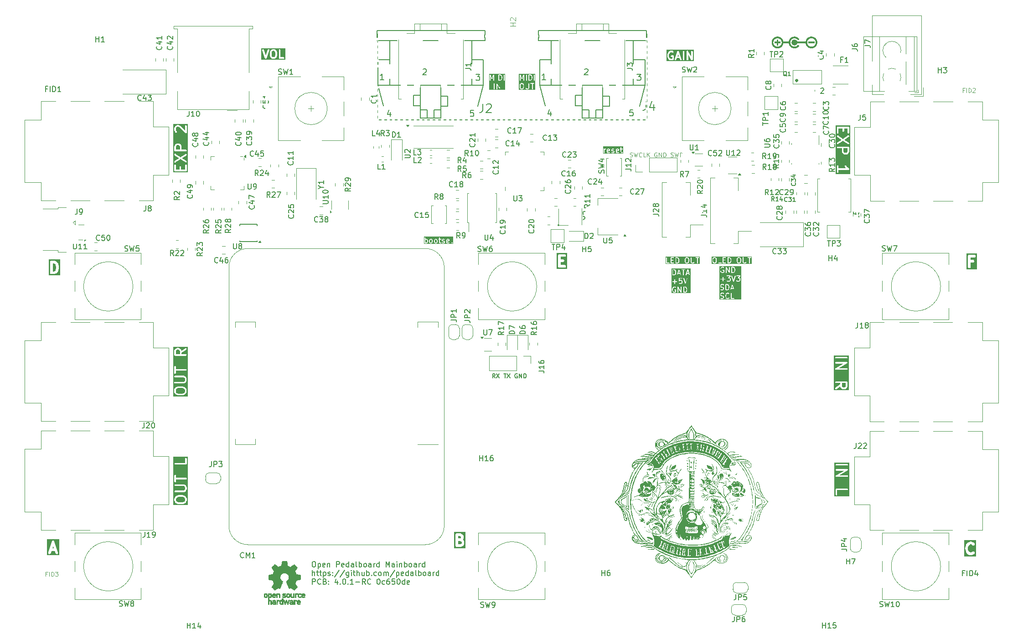
<source format=gto>
G04 #@! TF.GenerationSoftware,KiCad,Pcbnew,8.0.6+1*
G04 #@! TF.CreationDate,2024-12-16T18:12:13+00:00*
G04 #@! TF.ProjectId,pedalboard-hw,70656461-6c62-46f6-9172-642d68772e6b,4.0.1-RC*
G04 #@! TF.SameCoordinates,Original*
G04 #@! TF.FileFunction,Legend,Top*
G04 #@! TF.FilePolarity,Positive*
%FSLAX46Y46*%
G04 Gerber Fmt 4.6, Leading zero omitted, Abs format (unit mm)*
G04 Created by KiCad (PCBNEW 8.0.6+1) date 2024-12-16 18:12:13*
%MOMM*%
%LPD*%
G01*
G04 APERTURE LIST*
%ADD10C,0.000000*%
%ADD11C,0.019755*%
%ADD12C,0.008210*%
%ADD13C,0.004304*%
%ADD14C,0.004635*%
%ADD15C,0.300000*%
%ADD16C,0.500000*%
%ADD17C,0.150000*%
%ADD18C,0.125000*%
%ADD19C,0.100000*%
%ADD20C,0.160020*%
%ADD21C,0.127000*%
%ADD22C,0.120000*%
%ADD23C,0.010000*%
%ADD24C,0.152400*%
%ADD25C,0.317500*%
%ADD26R,2.000000X2.000000*%
%ADD27C,2.700000*%
%ADD28C,3.000000*%
%ADD29O,1.200000X2.200000*%
%ADD30O,2.200000X1.200000*%
%ADD31R,4.400000X1.800000*%
%ADD32O,4.000000X1.800000*%
%ADD33O,1.800000X4.000000*%
%ADD34R,2.600000X2.600000*%
%ADD35C,2.600000*%
%ADD36R,1.700000X0.900000*%
%ADD37R,2.400000X2.000000*%
%ADD38R,1.700000X1.700000*%
%ADD39O,1.700000X1.700000*%
%ADD40R,1.400000X1.100000*%
%ADD41C,0.600000*%
%ADD42R,2.000000X1.800000*%
%ADD43C,2.000000*%
%ADD44C,3.200000*%
%ADD45R,3.400000X2.710000*%
%ADD46R,1.650000X0.400000*%
%ADD47R,0.700000X1.825000*%
%ADD48R,1.500000X2.000000*%
%ADD49R,2.000000X1.350000*%
%ADD50O,1.700000X1.350000*%
%ADD51O,1.500000X1.100000*%
%ADD52R,2.500000X1.430000*%
%ADD53R,3.700000X3.700000*%
%ADD54R,1.300000X0.800000*%
%ADD55R,1.100000X0.250000*%
%ADD56R,1.600000X1.500000*%
%ADD57C,1.600000*%
%ADD58C,6.100000*%
%ADD59R,0.700000X0.200000*%
%ADD60R,5.100000X2.350000*%
%ADD61C,6.000000*%
%ADD62O,1.200000X1.750000*%
G04 APERTURE END LIST*
D10*
G36*
X143329721Y-103986939D02*
G01*
X143331298Y-103988442D01*
X143332688Y-103991099D01*
X143334896Y-103999796D01*
X143336318Y-104012875D01*
X143336928Y-104030182D01*
X143336702Y-104051560D01*
X143335612Y-104076856D01*
X143333634Y-104105914D01*
X143330740Y-104138578D01*
X143322107Y-104214108D01*
X143319301Y-104235091D01*
X143316195Y-104255629D01*
X143312820Y-104275609D01*
X143309208Y-104294917D01*
X143305389Y-104313439D01*
X143301395Y-104331063D01*
X143297255Y-104347673D01*
X143293002Y-104363157D01*
X143288667Y-104377401D01*
X143284279Y-104390291D01*
X143279872Y-104401713D01*
X143275474Y-104411554D01*
X143271118Y-104419700D01*
X143268965Y-104423102D01*
X143266834Y-104426037D01*
X143264729Y-104428492D01*
X143262653Y-104430452D01*
X143260612Y-104431903D01*
X143258607Y-104432831D01*
X143253410Y-104433825D01*
X143248407Y-104433548D01*
X143243607Y-104432071D01*
X143239018Y-104429469D01*
X143234649Y-104425812D01*
X143230508Y-104421173D01*
X143226603Y-104415625D01*
X143222943Y-104409239D01*
X143219537Y-104402089D01*
X143216392Y-104394246D01*
X143210920Y-104376772D01*
X143206596Y-104357397D01*
X143203486Y-104336699D01*
X143201657Y-104315257D01*
X143201178Y-104293649D01*
X143202114Y-104272455D01*
X143204534Y-104252253D01*
X143208503Y-104233621D01*
X143211091Y-104225076D01*
X143214091Y-104217140D01*
X143217512Y-104209886D01*
X143221363Y-104203387D01*
X143225651Y-104197715D01*
X143230386Y-104192941D01*
X143234472Y-104189190D01*
X143238764Y-104184590D01*
X143243222Y-104179206D01*
X143247804Y-104173098D01*
X143252469Y-104166328D01*
X143257174Y-104158959D01*
X143261880Y-104151053D01*
X143266545Y-104142671D01*
X143271127Y-104133875D01*
X143275585Y-104124729D01*
X143279877Y-104115293D01*
X143283963Y-104105629D01*
X143287801Y-104095800D01*
X143291349Y-104085868D01*
X143294567Y-104075895D01*
X143297412Y-104065942D01*
X143304395Y-104039623D01*
X143310773Y-104018771D01*
X143316520Y-104003232D01*
X143321611Y-103992850D01*
X143323903Y-103989545D01*
X143326020Y-103987471D01*
X143327961Y-103986608D01*
X143329721Y-103986939D01*
G37*
G36*
X139005375Y-112479527D02*
G01*
X139013059Y-112480117D01*
X139020598Y-112481016D01*
X139027976Y-112482216D01*
X139035175Y-112483709D01*
X139042181Y-112485489D01*
X139048977Y-112487549D01*
X139055547Y-112489882D01*
X139061875Y-112492480D01*
X139067944Y-112495337D01*
X139073739Y-112498444D01*
X139079243Y-112501796D01*
X139084440Y-112505385D01*
X139089315Y-112509204D01*
X139093850Y-112513246D01*
X139098030Y-112517504D01*
X139101838Y-112521970D01*
X139105259Y-112526637D01*
X139108276Y-112531500D01*
X139110874Y-112536549D01*
X139113035Y-112541779D01*
X139114744Y-112547181D01*
X139115985Y-112552750D01*
X139116741Y-112558478D01*
X139116997Y-112564357D01*
X139116905Y-112565979D01*
X139116631Y-112567538D01*
X139116183Y-112569030D01*
X139115563Y-112570455D01*
X139114779Y-112571810D01*
X139113834Y-112573093D01*
X139112734Y-112574303D01*
X139111484Y-112575437D01*
X139110090Y-112576494D01*
X139108556Y-112577471D01*
X139105090Y-112579179D01*
X139101128Y-112580546D01*
X139096712Y-112581557D01*
X139091882Y-112582195D01*
X139086679Y-112582446D01*
X139081146Y-112582294D01*
X139075324Y-112581723D01*
X139069254Y-112580717D01*
X139062977Y-112579263D01*
X139056534Y-112577343D01*
X139049968Y-112574942D01*
X139042698Y-112573163D01*
X139035464Y-112571793D01*
X139028303Y-112570826D01*
X139021250Y-112570256D01*
X139014342Y-112570080D01*
X139007614Y-112570291D01*
X139001104Y-112570884D01*
X138994847Y-112571855D01*
X138991824Y-112572481D01*
X138988879Y-112573198D01*
X138986015Y-112574008D01*
X138983237Y-112574908D01*
X138980549Y-112575899D01*
X138977956Y-112576979D01*
X138975463Y-112578149D01*
X138973074Y-112579407D01*
X138970793Y-112580754D01*
X138968625Y-112582187D01*
X138966575Y-112583707D01*
X138964647Y-112585312D01*
X138962845Y-112587003D01*
X138961175Y-112588779D01*
X138959640Y-112590638D01*
X138958246Y-112592581D01*
X138955980Y-112595884D01*
X138953182Y-112599162D01*
X138949898Y-112602387D01*
X138946175Y-112605535D01*
X138942059Y-112608580D01*
X138937597Y-112611495D01*
X138932835Y-112614256D01*
X138927820Y-112616835D01*
X138922598Y-112619208D01*
X138917215Y-112621348D01*
X138911720Y-112623230D01*
X138906157Y-112624828D01*
X138900573Y-112626116D01*
X138895015Y-112627067D01*
X138889529Y-112627657D01*
X138884163Y-112627860D01*
X138876295Y-112627525D01*
X138869216Y-112626546D01*
X138862910Y-112624961D01*
X138857360Y-112622809D01*
X138852549Y-112620127D01*
X138848460Y-112616953D01*
X138845076Y-112613326D01*
X138842381Y-112609283D01*
X138840358Y-112604864D01*
X138838989Y-112600105D01*
X138838259Y-112595045D01*
X138838150Y-112589722D01*
X138838646Y-112584174D01*
X138839730Y-112578440D01*
X138841385Y-112572557D01*
X138843594Y-112566564D01*
X138846340Y-112560498D01*
X138849607Y-112554398D01*
X138853378Y-112548302D01*
X138857636Y-112542248D01*
X138862364Y-112536274D01*
X138867546Y-112530418D01*
X138873164Y-112524719D01*
X138879202Y-112519214D01*
X138885643Y-112513942D01*
X138892471Y-112508940D01*
X138899668Y-112504247D01*
X138907217Y-112499901D01*
X138915103Y-112495940D01*
X138923307Y-112492402D01*
X138931814Y-112489325D01*
X138940607Y-112486748D01*
X138948872Y-112484618D01*
X138957122Y-112482852D01*
X138965339Y-112481445D01*
X138973508Y-112480388D01*
X138981612Y-112479675D01*
X138989635Y-112479299D01*
X138997562Y-112479252D01*
X139005375Y-112479527D01*
G37*
G36*
X130646361Y-111327149D02*
G01*
X130649318Y-111328353D01*
X130651991Y-111330266D01*
X130654384Y-111332896D01*
X130656504Y-111336251D01*
X130658355Y-111340340D01*
X130659942Y-111345172D01*
X130662347Y-111357095D01*
X130663759Y-111372087D01*
X130664221Y-111390216D01*
X130663773Y-111411549D01*
X130662457Y-111436153D01*
X130660314Y-111464096D01*
X130657386Y-111495444D01*
X130655690Y-111516279D01*
X130654568Y-111536453D01*
X130654014Y-111555966D01*
X130654023Y-111574817D01*
X130654591Y-111593007D01*
X130655712Y-111610536D01*
X130657380Y-111627403D01*
X130659591Y-111643609D01*
X130662339Y-111659153D01*
X130665620Y-111674036D01*
X130669427Y-111688257D01*
X130673757Y-111701817D01*
X130678603Y-111714715D01*
X130683961Y-111726952D01*
X130689826Y-111738528D01*
X130696191Y-111749442D01*
X130701519Y-111758439D01*
X130706899Y-111768170D01*
X130717689Y-111789461D01*
X130728314Y-111812570D01*
X130738525Y-111836755D01*
X130748075Y-111861269D01*
X130756715Y-111885371D01*
X130764198Y-111908315D01*
X130770275Y-111929358D01*
X130771359Y-111934308D01*
X130772623Y-111939231D01*
X130774060Y-111944121D01*
X130775663Y-111948974D01*
X130779344Y-111958542D01*
X130783614Y-111967888D01*
X130788422Y-111976965D01*
X130793715Y-111985726D01*
X130799443Y-111994127D01*
X130805553Y-112002118D01*
X130811993Y-112009656D01*
X130818713Y-112016691D01*
X130825660Y-112023180D01*
X130832783Y-112029074D01*
X130840029Y-112034327D01*
X130847349Y-112038893D01*
X130851019Y-112040903D01*
X130854688Y-112042725D01*
X130858350Y-112044351D01*
X130861997Y-112045776D01*
X130868685Y-112048124D01*
X130875481Y-112051164D01*
X130882329Y-112054845D01*
X130889172Y-112059115D01*
X130895953Y-112063923D01*
X130902615Y-112069216D01*
X130909101Y-112074943D01*
X130915355Y-112081053D01*
X130921319Y-112087494D01*
X130926937Y-112094213D01*
X130932152Y-112101160D01*
X130936907Y-112108283D01*
X130941145Y-112115530D01*
X130944810Y-112122849D01*
X130947844Y-112130188D01*
X130949107Y-112133850D01*
X130950191Y-112137497D01*
X130953219Y-112146417D01*
X130956350Y-112154655D01*
X130959580Y-112162212D01*
X130962911Y-112169089D01*
X130966339Y-112175287D01*
X130969865Y-112180805D01*
X130973486Y-112185645D01*
X130977201Y-112189808D01*
X130981009Y-112193294D01*
X130984910Y-112196103D01*
X130988900Y-112198237D01*
X130992980Y-112199696D01*
X130997147Y-112200480D01*
X131001401Y-112200591D01*
X131005740Y-112200028D01*
X131010164Y-112198793D01*
X131014670Y-112196886D01*
X131019257Y-112194308D01*
X131023924Y-112191060D01*
X131028671Y-112187142D01*
X131033494Y-112182554D01*
X131038394Y-112177298D01*
X131043369Y-112171374D01*
X131048418Y-112164783D01*
X131053539Y-112157525D01*
X131058731Y-112149601D01*
X131069323Y-112131757D01*
X131080183Y-112111258D01*
X131091302Y-112088107D01*
X131127755Y-112015052D01*
X131163319Y-111949153D01*
X131198428Y-111890128D01*
X131233516Y-111837691D01*
X131251188Y-111813855D01*
X131269018Y-111791559D01*
X131287059Y-111770768D01*
X131305367Y-111751447D01*
X131323995Y-111733560D01*
X131342998Y-111717071D01*
X131362429Y-111701945D01*
X131382344Y-111688147D01*
X131402796Y-111675640D01*
X131423840Y-111664390D01*
X131445530Y-111654361D01*
X131467920Y-111645517D01*
X131491065Y-111637823D01*
X131515018Y-111631244D01*
X131539835Y-111625743D01*
X131565568Y-111621285D01*
X131592273Y-111617835D01*
X131620004Y-111615357D01*
X131678760Y-111613175D01*
X131742271Y-111614456D01*
X131810969Y-111618915D01*
X131835466Y-111621185D01*
X131859973Y-111624010D01*
X131908810Y-111631235D01*
X131957069Y-111640402D01*
X132004336Y-111651327D01*
X132050197Y-111663822D01*
X132094239Y-111677702D01*
X132136049Y-111692781D01*
X132175212Y-111708873D01*
X132211317Y-111725792D01*
X132228093Y-111734504D01*
X132243949Y-111743352D01*
X132258833Y-111752314D01*
X132272695Y-111761366D01*
X132285481Y-111770486D01*
X132297141Y-111779649D01*
X132307623Y-111788833D01*
X132316875Y-111798015D01*
X132324845Y-111807170D01*
X132331482Y-111816277D01*
X132336734Y-111825311D01*
X132340549Y-111834250D01*
X132342876Y-111843070D01*
X132343664Y-111851747D01*
X132343581Y-111859800D01*
X132343168Y-111866727D01*
X132342175Y-111872475D01*
X132340356Y-111876993D01*
X132339059Y-111878775D01*
X132337462Y-111880230D01*
X132335535Y-111881352D01*
X132333245Y-111882134D01*
X132330563Y-111882569D01*
X132327458Y-111882652D01*
X132319851Y-111881734D01*
X132310177Y-111879328D01*
X132298188Y-111875381D01*
X132283636Y-111869843D01*
X132266273Y-111862662D01*
X132222120Y-111843163D01*
X132163747Y-111816470D01*
X132130119Y-111802126D01*
X132097959Y-111789523D01*
X132067163Y-111778666D01*
X132037629Y-111769562D01*
X132009251Y-111762214D01*
X131981928Y-111756629D01*
X131955556Y-111752811D01*
X131930032Y-111750765D01*
X131905251Y-111750497D01*
X131881111Y-111752012D01*
X131857509Y-111755315D01*
X131834341Y-111760412D01*
X131811503Y-111767306D01*
X131788893Y-111776004D01*
X131766407Y-111786511D01*
X131743941Y-111798831D01*
X131722292Y-111810813D01*
X131695104Y-111825234D01*
X131628407Y-111859244D01*
X131552449Y-111896561D01*
X131475831Y-111932886D01*
X131443270Y-111949406D01*
X131411800Y-111967151D01*
X131381518Y-111986022D01*
X131352524Y-112005922D01*
X131324914Y-112026752D01*
X131298787Y-112048413D01*
X131274242Y-112070809D01*
X131251376Y-112093841D01*
X131230287Y-112117409D01*
X131211075Y-112141418D01*
X131193836Y-112165767D01*
X131178670Y-112190359D01*
X131165674Y-112215096D01*
X131154947Y-112239880D01*
X131150465Y-112252258D01*
X131146587Y-112264612D01*
X131143325Y-112276928D01*
X131140691Y-112289194D01*
X131138545Y-112298505D01*
X131136085Y-112307257D01*
X131133331Y-112315447D01*
X131130301Y-112323072D01*
X131127012Y-112330132D01*
X131123483Y-112336624D01*
X131119732Y-112342547D01*
X131115777Y-112347897D01*
X131111635Y-112352674D01*
X131107326Y-112356876D01*
X131102866Y-112360500D01*
X131098275Y-112363545D01*
X131093571Y-112366008D01*
X131088770Y-112367888D01*
X131083893Y-112369183D01*
X131078955Y-112369890D01*
X131073977Y-112370009D01*
X131068975Y-112369536D01*
X131063968Y-112368471D01*
X131058974Y-112366810D01*
X131054011Y-112364553D01*
X131049097Y-112361697D01*
X131044250Y-112358240D01*
X131039488Y-112354180D01*
X131034830Y-112349516D01*
X131030293Y-112344245D01*
X131025896Y-112338366D01*
X131021657Y-112331876D01*
X131017593Y-112324774D01*
X131013722Y-112317058D01*
X131010064Y-112308725D01*
X131006636Y-112299774D01*
X131002926Y-112291144D01*
X130998450Y-112282488D01*
X130993272Y-112273862D01*
X130987453Y-112265325D01*
X130981056Y-112256932D01*
X130974142Y-112248740D01*
X130966773Y-112240807D01*
X130959011Y-112233189D01*
X130950918Y-112225943D01*
X130942557Y-112219126D01*
X130933989Y-112212794D01*
X130925276Y-112207006D01*
X130916481Y-112201816D01*
X130907665Y-112197283D01*
X130898890Y-112193463D01*
X130890219Y-112190413D01*
X130874532Y-112185255D01*
X130859144Y-112177591D01*
X130843943Y-112167229D01*
X130828814Y-112153978D01*
X130813643Y-112137648D01*
X130798318Y-112118046D01*
X130782724Y-112094982D01*
X130766747Y-112068265D01*
X130750274Y-112037702D01*
X130733192Y-112003104D01*
X130715386Y-111964278D01*
X130696743Y-111921035D01*
X130656490Y-111820527D01*
X130611525Y-111700052D01*
X130597837Y-111662027D01*
X130585866Y-111627195D01*
X130575589Y-111595361D01*
X130566987Y-111566327D01*
X130560038Y-111539898D01*
X130557177Y-111527599D01*
X130554722Y-111515878D01*
X130552670Y-111504709D01*
X130551019Y-111494068D01*
X130549765Y-111483932D01*
X130548907Y-111474275D01*
X130548441Y-111465072D01*
X130548366Y-111456300D01*
X130548678Y-111447933D01*
X130549375Y-111439948D01*
X130550455Y-111432319D01*
X130551914Y-111425022D01*
X130553751Y-111418032D01*
X130555962Y-111411326D01*
X130558546Y-111404878D01*
X130561498Y-111398663D01*
X130564818Y-111392658D01*
X130568502Y-111386838D01*
X130572548Y-111381178D01*
X130576953Y-111375653D01*
X130581715Y-111370240D01*
X130586830Y-111364913D01*
X130600025Y-111352232D01*
X130611855Y-111342017D01*
X130622363Y-111334334D01*
X130627133Y-111331463D01*
X130631589Y-111329250D01*
X130635734Y-111327704D01*
X130639575Y-111326833D01*
X130643115Y-111326645D01*
X130646361Y-111327149D01*
G37*
G36*
X144702373Y-111273845D02*
G01*
X144705093Y-111274316D01*
X144707874Y-111275046D01*
X144710729Y-111276037D01*
X144713666Y-111277289D01*
X144716696Y-111278803D01*
X144719829Y-111280579D01*
X144723076Y-111282617D01*
X144726447Y-111284919D01*
X144729952Y-111287486D01*
X144737407Y-111293414D01*
X144745523Y-111300407D01*
X144754384Y-111308469D01*
X144762447Y-111316707D01*
X144766076Y-111320568D01*
X144769440Y-111324269D01*
X144772537Y-111327816D01*
X144775368Y-111331220D01*
X144777935Y-111334488D01*
X144780237Y-111337629D01*
X144782276Y-111340651D01*
X144784052Y-111343563D01*
X144785565Y-111346372D01*
X144786818Y-111349088D01*
X144787809Y-111351718D01*
X144788539Y-111354272D01*
X144789010Y-111356757D01*
X144789222Y-111359182D01*
X144789176Y-111361555D01*
X144788872Y-111363885D01*
X144788311Y-111366180D01*
X144787493Y-111368449D01*
X144786420Y-111370699D01*
X144785091Y-111372940D01*
X144783508Y-111375180D01*
X144781671Y-111377426D01*
X144779581Y-111379689D01*
X144777238Y-111381975D01*
X144774643Y-111384293D01*
X144771797Y-111386652D01*
X144768700Y-111389060D01*
X144765354Y-111391526D01*
X144757913Y-111396663D01*
X144748729Y-111402227D01*
X144739711Y-111407028D01*
X144730882Y-111411087D01*
X144722263Y-111414427D01*
X144713877Y-111417069D01*
X144705746Y-111419035D01*
X144697891Y-111420347D01*
X144690334Y-111421028D01*
X144683098Y-111421099D01*
X144676204Y-111420582D01*
X144669674Y-111419500D01*
X144663531Y-111417873D01*
X144657796Y-111415724D01*
X144652491Y-111413076D01*
X144647638Y-111409949D01*
X144643260Y-111406367D01*
X144639377Y-111402350D01*
X144636013Y-111397921D01*
X144633189Y-111393102D01*
X144630926Y-111387915D01*
X144629248Y-111382381D01*
X144628175Y-111376524D01*
X144627731Y-111370364D01*
X144627936Y-111363923D01*
X144628813Y-111357224D01*
X144630384Y-111350289D01*
X144632670Y-111343139D01*
X144635695Y-111335797D01*
X144639478Y-111328284D01*
X144644044Y-111320623D01*
X144649413Y-111312835D01*
X144655608Y-111304942D01*
X144661988Y-111297502D01*
X144667954Y-111291058D01*
X144670809Y-111288212D01*
X144673591Y-111285618D01*
X144676310Y-111283275D01*
X144678979Y-111281185D01*
X144681606Y-111279348D01*
X144684201Y-111277764D01*
X144686777Y-111276436D01*
X144689342Y-111275362D01*
X144691906Y-111274545D01*
X144694482Y-111273983D01*
X144697078Y-111273679D01*
X144699704Y-111273633D01*
X144702373Y-111273845D01*
G37*
G36*
X142231583Y-108898116D02*
G01*
X142234039Y-108898436D01*
X142236620Y-108899068D01*
X142239337Y-108900013D01*
X142242200Y-108901271D01*
X142245221Y-108902845D01*
X142248411Y-108904736D01*
X142251780Y-108906944D01*
X142255340Y-108909471D01*
X142263075Y-108915488D01*
X142271704Y-108922797D01*
X142281315Y-108931408D01*
X142291995Y-108941332D01*
X142298485Y-108947475D01*
X142304718Y-108953975D01*
X142310688Y-108960795D01*
X142316387Y-108967900D01*
X142321806Y-108975253D01*
X142326939Y-108982817D01*
X142331777Y-108990557D01*
X142336313Y-108998437D01*
X142340539Y-109006420D01*
X142344447Y-109014471D01*
X142348030Y-109022552D01*
X142351279Y-109030628D01*
X142354187Y-109038663D01*
X142356746Y-109046620D01*
X142358949Y-109054464D01*
X142360787Y-109062158D01*
X142362254Y-109069665D01*
X142363340Y-109076951D01*
X142364039Y-109083978D01*
X142364343Y-109090711D01*
X142364243Y-109097113D01*
X142363733Y-109103148D01*
X142362804Y-109108779D01*
X142361449Y-109113972D01*
X142359659Y-109118689D01*
X142357428Y-109122895D01*
X142354748Y-109126553D01*
X142351610Y-109129627D01*
X142348006Y-109132080D01*
X142343931Y-109133878D01*
X142339374Y-109134983D01*
X142334329Y-109135359D01*
X142329239Y-109134933D01*
X142323910Y-109133682D01*
X142318371Y-109131653D01*
X142312653Y-109128889D01*
X142306785Y-109125436D01*
X142300797Y-109121337D01*
X142288579Y-109111381D01*
X142276237Y-109099379D01*
X142264008Y-109085688D01*
X142252131Y-109070663D01*
X142240844Y-109054661D01*
X142230383Y-109038039D01*
X142220986Y-109021154D01*
X142212892Y-109004362D01*
X142206338Y-108988019D01*
X142201561Y-108972483D01*
X142199914Y-108965128D01*
X142198800Y-108958109D01*
X142198249Y-108951469D01*
X142198292Y-108945254D01*
X142198957Y-108939508D01*
X142200275Y-108934276D01*
X142204134Y-108925596D01*
X142207833Y-108918084D01*
X142211459Y-108911750D01*
X142213273Y-108909028D01*
X142215102Y-108906604D01*
X142216956Y-108904481D01*
X142218847Y-108902658D01*
X142220786Y-108901138D01*
X142222784Y-108899921D01*
X142224851Y-108899009D01*
X142227000Y-108898403D01*
X142229240Y-108898105D01*
X142231583Y-108898116D01*
G37*
G36*
X133694012Y-98200305D02*
G01*
X133694951Y-98200832D01*
X133695864Y-98201710D01*
X133696759Y-98202940D01*
X133697644Y-98204522D01*
X133698527Y-98206454D01*
X133700315Y-98211374D01*
X133702185Y-98217699D01*
X133704201Y-98225430D01*
X133708913Y-98245109D01*
X133710434Y-98251660D01*
X133711693Y-98258074D01*
X133712697Y-98264342D01*
X133713454Y-98270451D01*
X133713971Y-98276389D01*
X133714254Y-98282145D01*
X133714312Y-98287708D01*
X133714150Y-98293065D01*
X133713776Y-98298204D01*
X133713198Y-98303116D01*
X133712422Y-98307787D01*
X133711456Y-98312206D01*
X133710306Y-98316361D01*
X133708980Y-98320241D01*
X133707484Y-98323835D01*
X133705827Y-98327130D01*
X133704014Y-98330115D01*
X133702053Y-98332778D01*
X133699952Y-98335108D01*
X133697717Y-98337093D01*
X133695355Y-98338722D01*
X133692874Y-98339982D01*
X133690280Y-98340862D01*
X133687581Y-98341351D01*
X133684784Y-98341437D01*
X133681896Y-98341109D01*
X133678924Y-98340353D01*
X133675875Y-98339160D01*
X133672756Y-98337518D01*
X133669575Y-98335414D01*
X133666338Y-98332837D01*
X133663052Y-98329776D01*
X133661781Y-98328702D01*
X133660611Y-98327468D01*
X133659543Y-98326081D01*
X133658574Y-98324546D01*
X133656929Y-98321055D01*
X133655666Y-98317042D01*
X133654775Y-98312554D01*
X133654246Y-98307637D01*
X133654069Y-98302338D01*
X133654233Y-98296702D01*
X133654727Y-98290778D01*
X133655542Y-98284610D01*
X133656667Y-98278246D01*
X133658091Y-98271732D01*
X133659805Y-98265115D01*
X133661798Y-98258441D01*
X133664060Y-98251757D01*
X133666580Y-98245109D01*
X133675923Y-98225430D01*
X133679758Y-98217699D01*
X133683117Y-98211374D01*
X133686062Y-98206454D01*
X133687400Y-98204522D01*
X133688657Y-98202940D01*
X133689841Y-98201710D01*
X133690961Y-98200832D01*
X133692025Y-98200305D01*
X133693039Y-98200129D01*
X133694012Y-98200305D01*
G37*
G36*
X133698358Y-109122627D02*
G01*
X133699606Y-109123291D01*
X133700762Y-109124562D01*
X133701837Y-109126436D01*
X133702843Y-109128912D01*
X133703790Y-109131989D01*
X133705551Y-109139934D01*
X133707209Y-109150256D01*
X133708852Y-109162940D01*
X133712442Y-109195331D01*
X133715398Y-109215884D01*
X133718891Y-109237388D01*
X133722797Y-109259141D01*
X133726993Y-109280439D01*
X133731355Y-109300579D01*
X133735758Y-109318859D01*
X133740078Y-109334575D01*
X133742168Y-109341253D01*
X133744192Y-109347026D01*
X133749257Y-109359300D01*
X133753872Y-109371631D01*
X133758041Y-109383995D01*
X133761769Y-109396366D01*
X133765060Y-109408719D01*
X133767919Y-109421028D01*
X133770350Y-109433270D01*
X133772359Y-109445417D01*
X133773949Y-109457446D01*
X133775124Y-109469330D01*
X133775890Y-109481046D01*
X133776252Y-109492566D01*
X133776212Y-109503868D01*
X133775777Y-109514924D01*
X133774950Y-109525711D01*
X133773737Y-109536202D01*
X133772141Y-109546373D01*
X133770167Y-109556198D01*
X133767819Y-109565653D01*
X133765103Y-109574712D01*
X133762023Y-109583349D01*
X133758582Y-109591540D01*
X133754787Y-109599260D01*
X133750641Y-109606483D01*
X133746148Y-109613184D01*
X133741314Y-109619337D01*
X133736142Y-109624919D01*
X133730638Y-109629903D01*
X133724806Y-109634264D01*
X133718650Y-109637977D01*
X133712175Y-109641018D01*
X133705385Y-109643359D01*
X133684896Y-109648522D01*
X133665124Y-109652787D01*
X133646104Y-109656186D01*
X133627871Y-109658752D01*
X133610459Y-109660517D01*
X133593904Y-109661513D01*
X133578240Y-109661773D01*
X133563503Y-109661329D01*
X133549727Y-109660213D01*
X133536946Y-109658457D01*
X133525197Y-109656095D01*
X133514514Y-109653157D01*
X133504931Y-109649677D01*
X133496484Y-109645686D01*
X133489207Y-109641218D01*
X133483136Y-109636303D01*
X133478305Y-109630976D01*
X133474749Y-109625267D01*
X133472503Y-109619210D01*
X133471602Y-109612835D01*
X133472080Y-109606177D01*
X133473974Y-109599267D01*
X133477316Y-109592137D01*
X133482144Y-109584820D01*
X133488490Y-109577348D01*
X133496391Y-109569753D01*
X133505881Y-109562068D01*
X133516994Y-109554324D01*
X133529767Y-109546555D01*
X133544233Y-109538792D01*
X133560428Y-109531068D01*
X133578386Y-109523415D01*
X133588390Y-109519094D01*
X133597897Y-109514731D01*
X133606905Y-109510324D01*
X133615414Y-109505872D01*
X133623421Y-109501373D01*
X133630925Y-109496826D01*
X133637926Y-109492231D01*
X133644422Y-109487585D01*
X133650411Y-109482887D01*
X133655892Y-109478136D01*
X133660864Y-109473331D01*
X133665326Y-109468471D01*
X133669277Y-109463554D01*
X133672714Y-109458578D01*
X133675638Y-109453543D01*
X133678046Y-109448448D01*
X133679937Y-109443290D01*
X133681310Y-109438070D01*
X133682164Y-109432784D01*
X133682497Y-109427433D01*
X133682308Y-109422014D01*
X133681596Y-109416527D01*
X133680359Y-109410971D01*
X133678597Y-109405343D01*
X133676307Y-109399643D01*
X133673489Y-109393869D01*
X133670142Y-109388021D01*
X133666263Y-109382096D01*
X133661852Y-109376093D01*
X133656908Y-109370012D01*
X133651429Y-109363851D01*
X133645413Y-109357608D01*
X133640454Y-109352145D01*
X133636167Y-109346315D01*
X133632561Y-109340083D01*
X133629649Y-109333410D01*
X133627439Y-109326263D01*
X133625942Y-109318603D01*
X133625168Y-109310396D01*
X133625129Y-109301605D01*
X133625833Y-109292194D01*
X133627292Y-109282127D01*
X133629516Y-109271367D01*
X133632515Y-109259878D01*
X133636299Y-109247625D01*
X133640880Y-109234571D01*
X133646266Y-109220679D01*
X133652469Y-109205914D01*
X133668792Y-109170010D01*
X133675436Y-109155863D01*
X133681187Y-109144233D01*
X133686132Y-109135105D01*
X133690358Y-109128462D01*
X133692229Y-109126067D01*
X133693954Y-109124289D01*
X133695543Y-109123124D01*
X133697007Y-109122571D01*
X133698358Y-109122627D01*
G37*
G36*
X131621139Y-101784162D02*
G01*
X131622895Y-101784435D01*
X131627022Y-101785693D01*
X131631935Y-101787880D01*
X131637591Y-101790977D01*
X131643951Y-101794963D01*
X131650972Y-101799817D01*
X131658613Y-101805519D01*
X131666833Y-101812047D01*
X131675591Y-101819382D01*
X131684844Y-101827501D01*
X131694553Y-101836386D01*
X131703193Y-101845692D01*
X131711255Y-101855061D01*
X131718740Y-101864455D01*
X131725648Y-101873834D01*
X131731980Y-101883159D01*
X131737736Y-101892390D01*
X131742917Y-101901489D01*
X131747524Y-101910414D01*
X131751558Y-101919128D01*
X131755018Y-101927591D01*
X131757906Y-101935763D01*
X131760223Y-101943604D01*
X131761968Y-101951077D01*
X131763143Y-101958140D01*
X131763749Y-101964755D01*
X131763785Y-101970883D01*
X131763253Y-101976483D01*
X131762153Y-101981517D01*
X131760486Y-101985945D01*
X131758252Y-101989727D01*
X131755453Y-101992825D01*
X131753841Y-101994105D01*
X131752088Y-101995199D01*
X131750194Y-101996102D01*
X131748159Y-101996809D01*
X131743666Y-101997617D01*
X131738609Y-101997582D01*
X131732990Y-101996665D01*
X131726809Y-101994827D01*
X131720067Y-101992028D01*
X131712764Y-101988230D01*
X131704901Y-101983392D01*
X131696478Y-101977476D01*
X131687497Y-101970441D01*
X131680547Y-101964949D01*
X131674233Y-101960402D01*
X131668529Y-101956838D01*
X131665898Y-101955435D01*
X131663409Y-101954291D01*
X131661060Y-101953411D01*
X131658847Y-101952799D01*
X131656767Y-101952459D01*
X131654817Y-101952397D01*
X131652993Y-101952616D01*
X131651293Y-101953121D01*
X131649713Y-101953917D01*
X131648250Y-101955008D01*
X131646901Y-101956399D01*
X131645662Y-101958094D01*
X131644531Y-101960098D01*
X131643503Y-101962416D01*
X131642576Y-101965051D01*
X131641747Y-101968008D01*
X131640368Y-101974908D01*
X131639340Y-101983151D01*
X131638639Y-101992774D01*
X131638236Y-102003813D01*
X131638108Y-102016304D01*
X131638229Y-102025516D01*
X131638583Y-102034604D01*
X131639154Y-102043527D01*
X131639927Y-102052242D01*
X131640886Y-102060710D01*
X131642015Y-102068889D01*
X131643299Y-102076737D01*
X131644723Y-102084213D01*
X131646270Y-102091275D01*
X131647927Y-102097883D01*
X131649676Y-102103994D01*
X131651503Y-102109568D01*
X131653392Y-102114564D01*
X131655327Y-102118939D01*
X131657293Y-102122653D01*
X131659275Y-102125664D01*
X131663110Y-102130290D01*
X131666677Y-102136171D01*
X131669978Y-102143218D01*
X131673014Y-102151344D01*
X131678297Y-102170475D01*
X131682536Y-102192857D01*
X131685742Y-102217782D01*
X131687924Y-102244541D01*
X131689094Y-102272427D01*
X131689261Y-102300731D01*
X131688436Y-102328745D01*
X131686629Y-102355763D01*
X131683850Y-102381075D01*
X131680111Y-102403974D01*
X131675420Y-102423751D01*
X131669789Y-102439699D01*
X131666624Y-102446016D01*
X131663228Y-102451110D01*
X131659602Y-102454893D01*
X131655747Y-102457276D01*
X131647433Y-102458563D01*
X131637145Y-102457238D01*
X131625042Y-102453459D01*
X131611278Y-102447382D01*
X131596010Y-102439166D01*
X131579395Y-102428968D01*
X131542748Y-102403257D01*
X131502587Y-102371510D01*
X131460162Y-102334988D01*
X131416724Y-102294953D01*
X131373525Y-102252664D01*
X131331813Y-102209383D01*
X131292840Y-102166371D01*
X131257857Y-102124889D01*
X131228114Y-102086197D01*
X131204861Y-102051556D01*
X131196060Y-102036149D01*
X131189350Y-102022228D01*
X131184888Y-102009950D01*
X131182830Y-101999473D01*
X131183333Y-101990955D01*
X131186552Y-101984553D01*
X131195262Y-101974187D01*
X131204185Y-101964260D01*
X131213306Y-101954777D01*
X131222609Y-101945740D01*
X131232080Y-101937156D01*
X131241704Y-101929029D01*
X131251466Y-101921363D01*
X131261352Y-101914163D01*
X131271347Y-101907433D01*
X131281435Y-101901177D01*
X131291601Y-101895401D01*
X131301832Y-101890109D01*
X131312112Y-101885305D01*
X131322426Y-101880994D01*
X131332760Y-101877181D01*
X131343098Y-101873869D01*
X131353425Y-101871064D01*
X131363728Y-101868770D01*
X131373990Y-101866991D01*
X131384198Y-101865732D01*
X131394335Y-101864998D01*
X131404389Y-101864792D01*
X131414342Y-101865121D01*
X131424181Y-101865987D01*
X131433892Y-101867396D01*
X131443458Y-101869352D01*
X131452865Y-101871860D01*
X131462098Y-101874924D01*
X131471143Y-101878548D01*
X131479984Y-101882738D01*
X131488607Y-101887498D01*
X131496997Y-101892832D01*
X131505211Y-101898435D01*
X131513304Y-101903350D01*
X131521261Y-101907589D01*
X131529064Y-101911166D01*
X131536696Y-101914095D01*
X131544141Y-101916388D01*
X131551382Y-101918060D01*
X131558402Y-101919124D01*
X131565185Y-101919594D01*
X131571712Y-101919483D01*
X131577969Y-101918805D01*
X131583937Y-101917574D01*
X131589601Y-101915802D01*
X131594943Y-101913504D01*
X131599946Y-101910693D01*
X131604594Y-101907383D01*
X131608870Y-101903587D01*
X131612757Y-101899319D01*
X131616239Y-101894592D01*
X131619298Y-101889420D01*
X131621918Y-101883817D01*
X131624082Y-101877796D01*
X131625772Y-101871370D01*
X131626974Y-101864554D01*
X131627669Y-101857360D01*
X131627840Y-101849803D01*
X131627472Y-101841895D01*
X131626547Y-101833651D01*
X131625048Y-101825084D01*
X131622959Y-101816208D01*
X131620262Y-101807036D01*
X131616942Y-101797582D01*
X131615488Y-101792824D01*
X131615151Y-101790842D01*
X131615068Y-101789121D01*
X131615232Y-101787658D01*
X131615639Y-101786451D01*
X131616284Y-101785497D01*
X131617162Y-101784794D01*
X131618267Y-101784338D01*
X131619594Y-101784129D01*
X131621139Y-101784162D01*
G37*
G36*
X143260075Y-103600182D02*
G01*
X143268749Y-103600441D01*
X143277920Y-103600928D01*
X143287546Y-103601647D01*
X143297585Y-103602604D01*
X143307996Y-103603804D01*
X143322478Y-103605308D01*
X143335550Y-103607242D01*
X143347288Y-103609702D01*
X143352682Y-103611161D01*
X143357771Y-103612788D01*
X143362566Y-103614596D01*
X143367075Y-103616597D01*
X143371310Y-103618804D01*
X143375279Y-103621228D01*
X143378992Y-103623883D01*
X143382460Y-103626779D01*
X143385690Y-103629930D01*
X143388694Y-103633348D01*
X143391481Y-103637045D01*
X143394061Y-103641033D01*
X143396443Y-103645325D01*
X143398637Y-103649933D01*
X143400653Y-103654869D01*
X143402500Y-103660145D01*
X143405727Y-103671768D01*
X143408396Y-103684900D01*
X143410584Y-103699638D01*
X143412369Y-103716083D01*
X143413829Y-103734330D01*
X143417116Y-103772544D01*
X143418039Y-103787583D01*
X143418295Y-103799926D01*
X143418129Y-103805088D01*
X143417745Y-103809581D01*
X143417124Y-103813404D01*
X143416249Y-103816559D01*
X143415102Y-103819047D01*
X143413668Y-103820871D01*
X143411926Y-103822030D01*
X143409862Y-103822526D01*
X143407456Y-103822361D01*
X143404691Y-103821535D01*
X143401551Y-103820051D01*
X143398018Y-103817909D01*
X143394073Y-103815111D01*
X143389700Y-103811658D01*
X143379600Y-103802792D01*
X143367578Y-103791321D01*
X143353493Y-103777257D01*
X143318581Y-103741386D01*
X143296662Y-103717980D01*
X143276191Y-103695690D01*
X143257622Y-103674972D01*
X143241409Y-103656279D01*
X143234329Y-103647834D01*
X143228008Y-103640066D01*
X143222503Y-103633032D01*
X143217872Y-103626788D01*
X143214171Y-103621392D01*
X143211457Y-103616901D01*
X143210488Y-103615012D01*
X143209787Y-103613370D01*
X143209361Y-103611983D01*
X143209218Y-103610858D01*
X143209341Y-103609886D01*
X143209707Y-103608957D01*
X143210311Y-103608070D01*
X143211147Y-103607227D01*
X143213497Y-103605672D01*
X143216714Y-103604299D01*
X143220759Y-103603111D01*
X143225589Y-103602115D01*
X143231163Y-103601315D01*
X143237440Y-103600716D01*
X143244379Y-103600324D01*
X143251937Y-103600145D01*
X143260075Y-103600182D01*
G37*
G36*
X137602015Y-98975430D02*
G01*
X137603936Y-98975643D01*
X137605813Y-98975992D01*
X137607645Y-98976475D01*
X137609430Y-98977087D01*
X137611168Y-98977824D01*
X137612856Y-98978682D01*
X137614494Y-98979658D01*
X137616080Y-98980748D01*
X137617613Y-98981948D01*
X137619092Y-98983253D01*
X137620516Y-98984661D01*
X137623191Y-98987767D01*
X137625629Y-98991234D01*
X137627818Y-98995032D01*
X137629749Y-98999130D01*
X137631411Y-99003497D01*
X137632794Y-99008101D01*
X137633888Y-99012912D01*
X137634682Y-99017899D01*
X137635166Y-99023030D01*
X137635330Y-99028275D01*
X137635289Y-99030910D01*
X137635166Y-99033521D01*
X137634964Y-99036102D01*
X137634682Y-99038652D01*
X137634323Y-99041165D01*
X137633888Y-99043639D01*
X137633378Y-99046068D01*
X137632794Y-99048450D01*
X137632138Y-99050780D01*
X137631411Y-99053054D01*
X137630614Y-99055269D01*
X137629749Y-99057421D01*
X137628816Y-99059505D01*
X137627818Y-99061519D01*
X137626755Y-99063457D01*
X137625629Y-99065317D01*
X137624440Y-99067094D01*
X137623191Y-99068784D01*
X137621883Y-99070385D01*
X137620516Y-99071890D01*
X137619092Y-99073298D01*
X137617613Y-99074603D01*
X137616080Y-99075803D01*
X137614494Y-99076893D01*
X137612856Y-99077869D01*
X137611168Y-99078727D01*
X137609430Y-99079464D01*
X137607645Y-99080076D01*
X137605813Y-99080558D01*
X137603936Y-99080908D01*
X137602015Y-99081120D01*
X137600052Y-99081192D01*
X137598399Y-99081120D01*
X137596749Y-99080908D01*
X137595105Y-99080558D01*
X137593472Y-99080076D01*
X137591851Y-99079464D01*
X137590246Y-99078727D01*
X137588661Y-99077869D01*
X137587098Y-99076893D01*
X137584053Y-99074603D01*
X137581138Y-99071890D01*
X137578377Y-99068784D01*
X137575798Y-99065317D01*
X137573425Y-99061519D01*
X137571285Y-99057421D01*
X137569403Y-99053054D01*
X137567805Y-99048450D01*
X137566518Y-99043639D01*
X137565566Y-99038652D01*
X137564976Y-99033521D01*
X137564773Y-99028275D01*
X137564825Y-99025641D01*
X137564976Y-99023030D01*
X137565224Y-99020449D01*
X137565566Y-99017899D01*
X137565998Y-99015386D01*
X137566518Y-99012912D01*
X137567121Y-99010483D01*
X137567805Y-99008101D01*
X137568567Y-99005771D01*
X137569403Y-99003497D01*
X137570310Y-99001282D01*
X137571285Y-98999130D01*
X137572324Y-98997046D01*
X137573425Y-98995032D01*
X137574584Y-98993094D01*
X137575798Y-98991234D01*
X137577063Y-98989457D01*
X137578377Y-98987767D01*
X137579737Y-98986167D01*
X137581138Y-98984661D01*
X137582578Y-98983253D01*
X137584053Y-98981948D01*
X137585561Y-98980748D01*
X137587098Y-98979658D01*
X137588661Y-98978682D01*
X137590246Y-98977824D01*
X137591851Y-98977087D01*
X137593472Y-98976475D01*
X137595105Y-98975992D01*
X137596749Y-98975643D01*
X137598399Y-98975430D01*
X137600052Y-98975359D01*
X137602015Y-98975430D01*
G37*
G36*
X145706715Y-106647120D02*
G01*
X145708104Y-106647322D01*
X145709339Y-106647707D01*
X145710412Y-106648276D01*
X145711241Y-106649411D01*
X145711745Y-106650828D01*
X145711933Y-106652517D01*
X145711811Y-106654470D01*
X145710668Y-106659136D01*
X145708373Y-106664757D01*
X145704982Y-106671268D01*
X145700553Y-106678600D01*
X145695142Y-106686686D01*
X145688805Y-106695460D01*
X145681601Y-106704854D01*
X145673585Y-106714800D01*
X145664815Y-106725233D01*
X145655347Y-106736084D01*
X145634546Y-106758773D01*
X145611636Y-106782330D01*
X145590012Y-106802312D01*
X145571432Y-106818656D01*
X145555880Y-106831444D01*
X145543340Y-106840760D01*
X145533798Y-106846686D01*
X145530146Y-106848403D01*
X145527238Y-106849304D01*
X145525071Y-106849399D01*
X145523643Y-106848698D01*
X145522954Y-106847211D01*
X145523000Y-106844950D01*
X145523780Y-106841923D01*
X145525292Y-106838142D01*
X145530503Y-106828358D01*
X145538619Y-106815680D01*
X145549623Y-106800191D01*
X145563501Y-106781973D01*
X145580236Y-106761109D01*
X145599814Y-106737683D01*
X145622218Y-106711775D01*
X145629487Y-106703427D01*
X145636715Y-106695591D01*
X145643860Y-106688281D01*
X145650881Y-106681514D01*
X145657737Y-106675305D01*
X145664386Y-106669670D01*
X145670787Y-106664624D01*
X145676899Y-106660182D01*
X145682680Y-106656361D01*
X145688089Y-106653175D01*
X145693084Y-106650640D01*
X145695414Y-106649622D01*
X145697625Y-106648772D01*
X145699712Y-106648093D01*
X145701669Y-106647586D01*
X145703493Y-106647254D01*
X145705176Y-106647098D01*
X145706715Y-106647120D01*
G37*
G36*
X147276746Y-104482221D02*
G01*
X147286131Y-104482303D01*
X147294446Y-104482551D01*
X147301697Y-104482965D01*
X147307889Y-104483543D01*
X147310589Y-104483895D01*
X147313026Y-104484287D01*
X147315201Y-104484721D01*
X147317115Y-104485197D01*
X147318767Y-104485713D01*
X147320159Y-104486271D01*
X147321292Y-104486871D01*
X147322165Y-104487512D01*
X147322780Y-104488194D01*
X147323138Y-104488917D01*
X147323238Y-104489682D01*
X147323082Y-104490488D01*
X147322670Y-104491335D01*
X147322003Y-104492224D01*
X147321081Y-104493154D01*
X147319905Y-104494126D01*
X147318477Y-104495139D01*
X147316796Y-104496193D01*
X147314862Y-104497288D01*
X147312678Y-104498425D01*
X147307558Y-104500823D01*
X147301440Y-104503386D01*
X147296073Y-104505571D01*
X147290581Y-104508133D01*
X147285007Y-104511037D01*
X147279392Y-104514245D01*
X147273776Y-104517722D01*
X147268202Y-104521432D01*
X147262710Y-104525338D01*
X147257343Y-104529404D01*
X147252141Y-104533594D01*
X147247145Y-104537872D01*
X147242398Y-104542202D01*
X147237940Y-104546547D01*
X147233813Y-104550871D01*
X147230057Y-104555139D01*
X147226715Y-104559314D01*
X147223828Y-104563359D01*
X147220604Y-104567578D01*
X147219056Y-104569380D01*
X147217551Y-104570980D01*
X147216090Y-104572378D01*
X147214674Y-104573576D01*
X147213302Y-104574574D01*
X147211977Y-104575376D01*
X147210698Y-104575980D01*
X147209466Y-104576390D01*
X147208283Y-104576606D01*
X147207147Y-104576629D01*
X147206061Y-104576462D01*
X147205024Y-104576104D01*
X147204038Y-104575558D01*
X147203103Y-104574824D01*
X147202219Y-104573904D01*
X147201388Y-104572800D01*
X147200610Y-104571512D01*
X147199885Y-104570042D01*
X147199215Y-104568391D01*
X147198600Y-104566561D01*
X147197536Y-104562366D01*
X147196700Y-104557469D01*
X147196096Y-104551880D01*
X147195730Y-104545608D01*
X147195607Y-104538664D01*
X147195898Y-104531597D01*
X147196778Y-104524953D01*
X147197443Y-104521793D01*
X147198258Y-104518743D01*
X147199226Y-104515805D01*
X147200347Y-104512978D01*
X147201624Y-104510265D01*
X147203057Y-104507668D01*
X147204648Y-104505186D01*
X147206397Y-104502822D01*
X147208307Y-104500577D01*
X147210378Y-104498452D01*
X147212612Y-104496449D01*
X147215010Y-104494568D01*
X147217573Y-104492811D01*
X147220303Y-104491180D01*
X147223201Y-104489675D01*
X147226268Y-104488298D01*
X147229506Y-104487050D01*
X147232916Y-104485933D01*
X147236498Y-104484947D01*
X147240255Y-104484095D01*
X147248298Y-104482794D01*
X147257054Y-104482041D01*
X147266533Y-104481847D01*
X147276746Y-104482221D01*
G37*
G36*
X143572804Y-104984004D02*
G01*
X143574404Y-104984186D01*
X143577871Y-104984928D01*
X143581670Y-104986167D01*
X143585768Y-104987891D01*
X143590134Y-104990090D01*
X143594738Y-104992755D01*
X143599549Y-104995875D01*
X143604536Y-104999439D01*
X143609667Y-105003437D01*
X143614912Y-105007858D01*
X143620158Y-105012727D01*
X143625289Y-105018035D01*
X143630276Y-105023726D01*
X143635087Y-105029742D01*
X143639692Y-105036027D01*
X143644058Y-105042523D01*
X143648156Y-105049175D01*
X143651955Y-105055925D01*
X143655422Y-105062716D01*
X143658528Y-105069492D01*
X143661241Y-105076195D01*
X143663530Y-105082769D01*
X143665365Y-105089157D01*
X143666714Y-105095302D01*
X143667546Y-105101147D01*
X143667830Y-105106636D01*
X143667536Y-105111769D01*
X143666680Y-105115949D01*
X143665298Y-105119216D01*
X143663427Y-105121609D01*
X143661104Y-105123167D01*
X143658365Y-105123930D01*
X143655248Y-105123937D01*
X143651789Y-105123228D01*
X143648026Y-105121842D01*
X143643994Y-105119819D01*
X143639731Y-105117197D01*
X143635274Y-105114016D01*
X143625923Y-105106137D01*
X143616236Y-105096495D01*
X143606508Y-105085406D01*
X143597033Y-105073185D01*
X143588106Y-105060148D01*
X143580021Y-105046610D01*
X143573073Y-105032885D01*
X143567557Y-105019290D01*
X143565427Y-105012640D01*
X143563766Y-105006140D01*
X143562610Y-104999829D01*
X143561996Y-104993749D01*
X143562068Y-104992167D01*
X143562281Y-104990729D01*
X143562630Y-104989433D01*
X143563113Y-104988278D01*
X143563724Y-104987262D01*
X143564461Y-104986384D01*
X143565320Y-104985644D01*
X143566296Y-104985039D01*
X143567386Y-104984568D01*
X143568585Y-104984231D01*
X143569891Y-104984025D01*
X143571298Y-104983950D01*
X143572804Y-104984004D01*
G37*
G36*
X144227787Y-112487775D02*
G01*
X144231398Y-112488947D01*
X144234920Y-112490718D01*
X144238338Y-112493078D01*
X144241639Y-112496017D01*
X144244808Y-112499526D01*
X144247831Y-112503595D01*
X144250694Y-112508215D01*
X144253383Y-112513375D01*
X144255883Y-112519066D01*
X144258180Y-112525279D01*
X144260260Y-112532003D01*
X144262109Y-112539229D01*
X144263713Y-112546947D01*
X144265056Y-112555147D01*
X144266126Y-112563821D01*
X144266908Y-112572957D01*
X144267388Y-112582547D01*
X144267551Y-112592581D01*
X144267499Y-112597851D01*
X144267348Y-112603071D01*
X144266758Y-112613334D01*
X144265807Y-112623308D01*
X144264519Y-112632930D01*
X144262921Y-112642139D01*
X144261040Y-112650872D01*
X144258900Y-112659068D01*
X144257741Y-112662945D01*
X144256527Y-112666664D01*
X144255261Y-112670218D01*
X144253947Y-112673599D01*
X144252588Y-112676800D01*
X144251187Y-112679811D01*
X144249747Y-112682626D01*
X144248272Y-112685237D01*
X144246764Y-112687636D01*
X144245227Y-112689816D01*
X144243665Y-112691768D01*
X144242079Y-112693485D01*
X144240475Y-112694959D01*
X144238854Y-112696182D01*
X144237220Y-112697147D01*
X144235577Y-112697846D01*
X144233927Y-112698271D01*
X144232274Y-112698415D01*
X144227686Y-112698150D01*
X144223191Y-112697368D01*
X144218796Y-112696092D01*
X144214511Y-112694343D01*
X144210345Y-112692141D01*
X144206307Y-112689508D01*
X144202406Y-112686466D01*
X144198650Y-112683036D01*
X144195050Y-112679239D01*
X144191614Y-112675096D01*
X144188351Y-112670629D01*
X144185270Y-112665859D01*
X144179690Y-112655495D01*
X144174948Y-112644175D01*
X144171116Y-112632070D01*
X144168265Y-112619350D01*
X144166468Y-112606185D01*
X144165798Y-112592747D01*
X144166327Y-112579205D01*
X144167064Y-112572449D01*
X144168127Y-112565731D01*
X144169526Y-112559072D01*
X144171271Y-112552494D01*
X144173369Y-112546018D01*
X144175830Y-112539665D01*
X144179197Y-112531437D01*
X144182674Y-112523943D01*
X144186246Y-112517174D01*
X144189900Y-112511119D01*
X144193621Y-112505771D01*
X144197395Y-112501117D01*
X144201207Y-112497150D01*
X144205044Y-112493859D01*
X144208892Y-112491235D01*
X144212735Y-112489268D01*
X144216561Y-112487948D01*
X144220354Y-112487266D01*
X144224101Y-112487211D01*
X144227787Y-112487775D01*
G37*
G36*
X146040093Y-102433225D02*
G01*
X146066662Y-102435122D01*
X146093437Y-102438226D01*
X146120345Y-102442490D01*
X146147312Y-102447864D01*
X146174265Y-102454301D01*
X146201132Y-102461754D01*
X146227839Y-102470174D01*
X146254314Y-102479515D01*
X146280483Y-102489727D01*
X146306273Y-102500763D01*
X146331612Y-102512576D01*
X146356427Y-102525118D01*
X146380644Y-102538341D01*
X146404190Y-102552196D01*
X146426993Y-102566637D01*
X146448980Y-102581615D01*
X146470077Y-102597083D01*
X146490211Y-102612993D01*
X146509310Y-102629296D01*
X146527301Y-102645946D01*
X146544110Y-102662895D01*
X146559665Y-102680094D01*
X146573892Y-102697495D01*
X146586719Y-102715052D01*
X146598072Y-102732716D01*
X146607879Y-102750440D01*
X146616067Y-102768175D01*
X146622562Y-102785874D01*
X146627292Y-102803489D01*
X146630183Y-102820972D01*
X146631163Y-102838276D01*
X146630808Y-102847085D01*
X146629774Y-102855004D01*
X146628102Y-102862054D01*
X146625837Y-102868255D01*
X146623021Y-102873626D01*
X146619698Y-102878188D01*
X146615912Y-102881960D01*
X146611705Y-102884964D01*
X146607121Y-102887217D01*
X146602202Y-102888742D01*
X146596994Y-102889557D01*
X146591537Y-102889683D01*
X146585877Y-102889140D01*
X146580056Y-102887948D01*
X146574117Y-102886126D01*
X146568104Y-102883696D01*
X146562060Y-102880676D01*
X146556028Y-102877087D01*
X146550051Y-102872949D01*
X146544174Y-102868282D01*
X146538439Y-102863106D01*
X146532889Y-102857441D01*
X146527567Y-102851308D01*
X146522518Y-102844725D01*
X146517784Y-102837713D01*
X146513408Y-102830292D01*
X146509434Y-102822483D01*
X146505906Y-102814304D01*
X146502865Y-102805777D01*
X146500356Y-102796921D01*
X146498423Y-102787756D01*
X146497107Y-102778303D01*
X146494989Y-102767271D01*
X146491324Y-102756028D01*
X146486179Y-102744610D01*
X146479620Y-102733055D01*
X146471711Y-102721399D01*
X146462520Y-102709679D01*
X146440552Y-102686195D01*
X146414244Y-102662897D01*
X146384122Y-102640079D01*
X146350713Y-102618037D01*
X146314545Y-102597064D01*
X146276144Y-102577455D01*
X146236038Y-102559505D01*
X146194754Y-102543509D01*
X146152818Y-102529760D01*
X146110759Y-102518554D01*
X146069102Y-102510185D01*
X146028376Y-102504948D01*
X145989107Y-102503137D01*
X145975393Y-102502934D01*
X145962077Y-102502344D01*
X145949225Y-102501393D01*
X145936907Y-102500105D01*
X145925187Y-102498507D01*
X145914134Y-102496625D01*
X145903816Y-102494485D01*
X145894297Y-102492112D01*
X145885648Y-102489533D01*
X145881669Y-102488174D01*
X145877933Y-102486773D01*
X145874448Y-102485333D01*
X145871221Y-102483857D01*
X145868262Y-102482349D01*
X145865579Y-102480813D01*
X145863180Y-102479250D01*
X145861074Y-102477665D01*
X145859268Y-102476060D01*
X145857772Y-102474439D01*
X145856594Y-102472805D01*
X145855742Y-102471162D01*
X145855225Y-102469512D01*
X145855051Y-102467859D01*
X145855256Y-102465895D01*
X145855864Y-102463974D01*
X145856867Y-102462097D01*
X145858255Y-102460266D01*
X145862143Y-102456743D01*
X145867453Y-102453417D01*
X145874106Y-102450297D01*
X145882026Y-102447395D01*
X145891134Y-102444720D01*
X145901353Y-102442282D01*
X145912606Y-102440093D01*
X145924814Y-102438162D01*
X145937902Y-102436500D01*
X145951790Y-102435117D01*
X145966401Y-102434023D01*
X145981659Y-102433229D01*
X145997485Y-102432745D01*
X146013801Y-102432581D01*
X146040093Y-102433225D01*
G37*
G36*
X140627259Y-107920646D02*
G01*
X140633539Y-107921867D01*
X140639878Y-107923722D01*
X140646287Y-107926213D01*
X140652780Y-107929346D01*
X140659367Y-107933123D01*
X140666060Y-107937548D01*
X140672870Y-107942626D01*
X140679809Y-107948360D01*
X140686890Y-107954754D01*
X140694123Y-107961813D01*
X140701519Y-107969539D01*
X140716852Y-107987011D01*
X140732980Y-108007201D01*
X140749997Y-108030140D01*
X140767996Y-108055859D01*
X140792725Y-108094217D01*
X140802901Y-108112143D01*
X140811707Y-108129888D01*
X140819212Y-108147942D01*
X140825481Y-108166798D01*
X140830582Y-108186946D01*
X140834583Y-108208877D01*
X140837550Y-108233081D01*
X140839551Y-108260050D01*
X140840652Y-108290274D01*
X140840922Y-108324246D01*
X140839234Y-108405391D01*
X140835025Y-108507414D01*
X140831512Y-108575298D01*
X140827590Y-108638728D01*
X140823266Y-108697713D01*
X140818543Y-108752264D01*
X140813428Y-108802392D01*
X140807925Y-108848107D01*
X140802040Y-108889419D01*
X140795778Y-108926338D01*
X140789144Y-108958876D01*
X140782142Y-108987041D01*
X140778506Y-108999488D01*
X140774779Y-109010845D01*
X140770964Y-109021115D01*
X140767060Y-109030298D01*
X140763068Y-109038396D01*
X140758989Y-109045410D01*
X140754823Y-109051341D01*
X140750572Y-109056191D01*
X140746235Y-109059961D01*
X140741813Y-109062653D01*
X140737308Y-109064267D01*
X140732719Y-109064804D01*
X140730787Y-109064732D01*
X140728958Y-109064517D01*
X140727234Y-109064162D01*
X140725615Y-109063667D01*
X140724103Y-109063036D01*
X140722697Y-109062269D01*
X140721398Y-109061370D01*
X140720207Y-109060339D01*
X140719124Y-109059179D01*
X140718151Y-109057892D01*
X140717287Y-109056480D01*
X140716534Y-109054944D01*
X140715892Y-109053287D01*
X140715362Y-109051510D01*
X140714944Y-109049616D01*
X140714639Y-109047606D01*
X140714371Y-109043247D01*
X140714563Y-109038449D01*
X140715221Y-109033227D01*
X140716348Y-109027597D01*
X140717951Y-109021574D01*
X140720034Y-109015173D01*
X140722604Y-109008411D01*
X140725664Y-109001303D01*
X140728387Y-108993567D01*
X140731244Y-108982410D01*
X140737238Y-108950701D01*
X140743398Y-108907913D01*
X140749475Y-108855782D01*
X140755222Y-108796044D01*
X140760389Y-108730436D01*
X140764730Y-108660693D01*
X140767996Y-108588553D01*
X140771200Y-108480597D01*
X140772112Y-108435229D01*
X140772461Y-108394966D01*
X140772169Y-108359333D01*
X140771159Y-108327856D01*
X140770360Y-108313526D01*
X140769353Y-108300057D01*
X140768127Y-108287389D01*
X140766673Y-108275463D01*
X140764982Y-108264218D01*
X140763043Y-108253597D01*
X140760847Y-108243538D01*
X140758385Y-108233984D01*
X140755645Y-108224874D01*
X140752620Y-108216148D01*
X140749299Y-108207749D01*
X140745672Y-108199615D01*
X140741730Y-108191689D01*
X140737463Y-108183909D01*
X140732862Y-108176217D01*
X140727916Y-108168554D01*
X140716953Y-108153075D01*
X140704497Y-108136997D01*
X140696542Y-108127013D01*
X140688563Y-108117572D01*
X140680580Y-108108675D01*
X140672609Y-108100327D01*
X140664669Y-108092533D01*
X140656779Y-108085295D01*
X140648955Y-108078618D01*
X140641217Y-108072505D01*
X140633582Y-108066961D01*
X140626069Y-108061989D01*
X140618695Y-108057593D01*
X140611479Y-108053778D01*
X140604438Y-108050546D01*
X140597592Y-108047902D01*
X140590957Y-108045850D01*
X140584552Y-108044393D01*
X140578395Y-108043536D01*
X140572504Y-108043282D01*
X140566898Y-108043636D01*
X140561593Y-108044600D01*
X140556610Y-108046180D01*
X140551964Y-108048378D01*
X140547675Y-108051199D01*
X140543761Y-108054646D01*
X140540240Y-108058724D01*
X140537129Y-108063436D01*
X140534448Y-108068787D01*
X140532213Y-108074779D01*
X140530444Y-108081418D01*
X140529157Y-108088706D01*
X140528372Y-108096648D01*
X140528107Y-108105248D01*
X140527579Y-108112588D01*
X140526033Y-108121309D01*
X140523526Y-108131301D01*
X140520114Y-108142455D01*
X140515855Y-108154664D01*
X140510806Y-108167818D01*
X140498562Y-108196529D01*
X140483838Y-108227721D01*
X140467088Y-108260525D01*
X140448767Y-108294074D01*
X140429330Y-108327498D01*
X140403540Y-108364837D01*
X140375223Y-108400117D01*
X140344543Y-108433325D01*
X140311659Y-108464447D01*
X140276735Y-108493471D01*
X140239931Y-108520385D01*
X140201408Y-108545174D01*
X140161329Y-108567827D01*
X140119854Y-108588330D01*
X140077146Y-108606671D01*
X140033366Y-108622835D01*
X139988674Y-108636812D01*
X139943234Y-108648587D01*
X139897205Y-108658147D01*
X139850750Y-108665480D01*
X139804031Y-108670574D01*
X139757208Y-108673414D01*
X139710443Y-108673988D01*
X139663898Y-108672283D01*
X139617734Y-108668286D01*
X139572112Y-108661984D01*
X139527195Y-108653365D01*
X139483143Y-108642415D01*
X139440118Y-108629122D01*
X139398282Y-108613472D01*
X139357796Y-108595453D01*
X139318821Y-108575052D01*
X139281520Y-108552255D01*
X139246053Y-108527050D01*
X139212582Y-108499424D01*
X139181268Y-108469364D01*
X139152273Y-108436858D01*
X139126972Y-108405444D01*
X139105303Y-108377368D01*
X139087262Y-108352662D01*
X139072844Y-108331355D01*
X139062043Y-108313481D01*
X139057997Y-108305840D01*
X139054854Y-108299068D01*
X139052612Y-108293170D01*
X139051272Y-108288149D01*
X139050832Y-108284009D01*
X139051292Y-108280754D01*
X139052651Y-108278388D01*
X139054908Y-108276915D01*
X139058063Y-108276338D01*
X139062116Y-108276662D01*
X139067065Y-108277889D01*
X139072910Y-108280026D01*
X139079651Y-108283074D01*
X139087286Y-108287038D01*
X139105237Y-108297730D01*
X139126760Y-108312132D01*
X139151848Y-108330275D01*
X139180496Y-108352191D01*
X139217289Y-108380994D01*
X139251265Y-108406665D01*
X139282916Y-108429381D01*
X139312733Y-108449316D01*
X139341205Y-108466647D01*
X139368826Y-108481549D01*
X139396084Y-108494197D01*
X139423472Y-108504769D01*
X139451479Y-108513438D01*
X139480598Y-108520382D01*
X139511319Y-108525775D01*
X139544133Y-108529794D01*
X139579530Y-108532614D01*
X139618003Y-108534411D01*
X139660041Y-108535360D01*
X139706135Y-108535637D01*
X139767069Y-108534626D01*
X139824344Y-108531517D01*
X139878187Y-108526196D01*
X139903893Y-108522670D01*
X139928827Y-108518549D01*
X139953016Y-108513819D01*
X139976490Y-108508464D01*
X139999276Y-108502471D01*
X140021403Y-108495826D01*
X140042900Y-108488514D01*
X140063795Y-108480521D01*
X140084116Y-108471833D01*
X140103893Y-108462436D01*
X140123152Y-108452315D01*
X140141923Y-108441457D01*
X140160234Y-108429847D01*
X140178114Y-108417470D01*
X140195590Y-108404314D01*
X140212692Y-108390362D01*
X140229448Y-108375603D01*
X140245885Y-108360020D01*
X140262034Y-108343600D01*
X140277921Y-108326328D01*
X140293576Y-108308191D01*
X140309027Y-108289175D01*
X140339430Y-108248445D01*
X140369357Y-108204025D01*
X140394878Y-108164338D01*
X140420730Y-108125312D01*
X140446252Y-108087939D01*
X140470781Y-108053213D01*
X140493656Y-108022124D01*
X140514217Y-107995666D01*
X140523422Y-107984483D01*
X140531800Y-107974830D01*
X140539269Y-107966830D01*
X140545746Y-107960608D01*
X140552311Y-107953953D01*
X140558784Y-107947880D01*
X140565177Y-107942394D01*
X140571501Y-107937499D01*
X140577769Y-107933198D01*
X140583991Y-107929494D01*
X140590180Y-107926393D01*
X140596347Y-107923898D01*
X140602504Y-107922013D01*
X140608662Y-107920741D01*
X140614833Y-107920086D01*
X140621028Y-107920053D01*
X140627259Y-107920646D01*
G37*
G36*
X140412063Y-101516280D02*
G01*
X140416287Y-101517118D01*
X140420951Y-101518446D01*
X140431533Y-101522555D01*
X140443681Y-101528581D01*
X140457266Y-101536499D01*
X140472158Y-101546282D01*
X140488229Y-101557905D01*
X140505349Y-101571342D01*
X140523388Y-101586566D01*
X140542218Y-101603553D01*
X140550320Y-101611458D01*
X140558085Y-101619288D01*
X140565508Y-101627034D01*
X140572583Y-101634683D01*
X140579304Y-101642223D01*
X140585665Y-101649643D01*
X140591660Y-101656931D01*
X140597284Y-101664076D01*
X140602531Y-101671066D01*
X140607395Y-101677889D01*
X140611870Y-101684534D01*
X140615950Y-101690989D01*
X140619630Y-101697243D01*
X140622903Y-101703283D01*
X140625764Y-101709099D01*
X140628208Y-101714678D01*
X140630227Y-101720009D01*
X140631817Y-101725080D01*
X140632972Y-101729880D01*
X140633686Y-101734398D01*
X140633952Y-101738620D01*
X140633766Y-101742537D01*
X140633121Y-101746135D01*
X140632011Y-101749405D01*
X140630432Y-101752333D01*
X140629464Y-101753665D01*
X140628376Y-101754908D01*
X140627168Y-101756060D01*
X140625838Y-101757119D01*
X140622813Y-101758955D01*
X140619294Y-101760402D01*
X140615276Y-101761451D01*
X140610753Y-101762088D01*
X140605719Y-101762303D01*
X140602479Y-101761937D01*
X140598733Y-101760858D01*
X140589851Y-101756695D01*
X140579325Y-101750071D01*
X140567409Y-101741247D01*
X140554357Y-101730479D01*
X140540421Y-101718027D01*
X140525854Y-101704148D01*
X140510910Y-101689102D01*
X140495842Y-101673146D01*
X140480903Y-101656538D01*
X140466347Y-101639539D01*
X140452426Y-101622405D01*
X140439394Y-101605395D01*
X140427504Y-101588767D01*
X140417010Y-101572780D01*
X140408163Y-101557693D01*
X140401568Y-101545534D01*
X140399254Y-101540253D01*
X140397573Y-101535499D01*
X140396509Y-101531270D01*
X140396047Y-101527563D01*
X140396171Y-101524373D01*
X140396863Y-101521698D01*
X140398108Y-101519535D01*
X140399890Y-101517880D01*
X140402193Y-101516730D01*
X140405000Y-101516083D01*
X140408296Y-101515933D01*
X140412063Y-101516280D01*
G37*
G36*
X131234405Y-110107386D02*
G01*
X131298026Y-110111080D01*
X131362500Y-110117845D01*
X131427098Y-110127586D01*
X131491092Y-110140210D01*
X131553752Y-110155625D01*
X131614351Y-110173737D01*
X131672158Y-110194454D01*
X131726447Y-110217683D01*
X131776488Y-110243329D01*
X131821552Y-110271301D01*
X131830884Y-110277828D01*
X131840314Y-110284159D01*
X131849775Y-110290262D01*
X131859200Y-110296107D01*
X131868522Y-110301662D01*
X131877673Y-110306897D01*
X131886586Y-110311781D01*
X131895195Y-110316282D01*
X131903431Y-110320370D01*
X131911228Y-110324013D01*
X131918519Y-110327181D01*
X131925236Y-110329843D01*
X131931312Y-110331967D01*
X131936681Y-110333522D01*
X131941274Y-110334478D01*
X131945025Y-110334804D01*
X131948602Y-110335577D01*
X131953961Y-110337849D01*
X131960985Y-110341548D01*
X131969554Y-110346600D01*
X131990852Y-110360477D01*
X132016903Y-110378901D01*
X132046758Y-110401295D01*
X132079466Y-110427077D01*
X132114075Y-110455671D01*
X132149635Y-110486498D01*
X132188620Y-110519081D01*
X132230664Y-110552698D01*
X132274527Y-110586397D01*
X132318969Y-110619229D01*
X132362749Y-110650242D01*
X132404628Y-110678485D01*
X132443365Y-110703008D01*
X132461168Y-110713577D01*
X132477720Y-110722859D01*
X132488817Y-110729161D01*
X132499612Y-110735490D01*
X132510088Y-110741830D01*
X132520232Y-110748167D01*
X132530030Y-110754486D01*
X132539468Y-110760772D01*
X132548531Y-110767010D01*
X132557205Y-110773186D01*
X132565476Y-110779283D01*
X132573330Y-110785289D01*
X132580752Y-110791187D01*
X132587728Y-110796963D01*
X132594245Y-110802603D01*
X132600287Y-110808090D01*
X132605841Y-110813411D01*
X132610893Y-110818550D01*
X132615428Y-110823493D01*
X132619432Y-110828225D01*
X132622890Y-110832730D01*
X132625790Y-110836995D01*
X132628115Y-110841004D01*
X132629853Y-110844742D01*
X132630989Y-110848195D01*
X132631508Y-110851347D01*
X132631533Y-110852806D01*
X132631397Y-110854184D01*
X132631101Y-110855480D01*
X132630642Y-110856691D01*
X132630018Y-110857816D01*
X132629227Y-110858853D01*
X132628269Y-110859800D01*
X132627140Y-110860655D01*
X132625839Y-110861417D01*
X132624365Y-110862083D01*
X132620888Y-110863121D01*
X132616696Y-110863755D01*
X132611774Y-110863970D01*
X132597355Y-110862710D01*
X132579432Y-110859022D01*
X132558305Y-110853040D01*
X132534274Y-110844898D01*
X132507638Y-110834730D01*
X132478698Y-110822670D01*
X132415101Y-110793415D01*
X132345882Y-110758206D01*
X132273439Y-110718119D01*
X132200168Y-110674228D01*
X132163973Y-110651193D01*
X132128469Y-110627609D01*
X132077840Y-110597113D01*
X132053404Y-110582914D01*
X132029691Y-110569511D01*
X132006805Y-110556976D01*
X131984850Y-110545381D01*
X131963928Y-110534800D01*
X131944143Y-110525303D01*
X131925598Y-110516964D01*
X131908396Y-110509855D01*
X131892642Y-110504048D01*
X131878438Y-110499616D01*
X131865887Y-110496631D01*
X131860264Y-110495704D01*
X131855094Y-110495165D01*
X131850388Y-110495025D01*
X131846161Y-110495291D01*
X131842424Y-110495974D01*
X131839191Y-110497081D01*
X131833337Y-110498738D01*
X131826424Y-110499755D01*
X131818549Y-110500151D01*
X131809812Y-110499948D01*
X131800309Y-110499166D01*
X131790140Y-110497826D01*
X131779403Y-110495949D01*
X131768195Y-110493555D01*
X131756615Y-110490664D01*
X131744761Y-110487298D01*
X131732732Y-110483478D01*
X131720625Y-110479223D01*
X131708539Y-110474555D01*
X131696571Y-110469494D01*
X131684821Y-110464061D01*
X131673386Y-110458276D01*
X131662239Y-110452962D01*
X131650028Y-110448253D01*
X131636845Y-110444136D01*
X131622784Y-110440596D01*
X131607938Y-110437619D01*
X131592398Y-110435192D01*
X131559615Y-110431928D01*
X131525178Y-110430689D01*
X131489831Y-110431362D01*
X131454319Y-110433834D01*
X131419386Y-110437990D01*
X131385776Y-110443718D01*
X131354232Y-110450902D01*
X131325500Y-110459431D01*
X131312421Y-110464163D01*
X131300323Y-110469189D01*
X131289301Y-110474494D01*
X131279446Y-110480063D01*
X131270852Y-110485883D01*
X131263612Y-110491940D01*
X131257820Y-110498219D01*
X131253567Y-110504706D01*
X131250947Y-110511386D01*
X131250053Y-110518247D01*
X131249858Y-110519569D01*
X131249280Y-110520889D01*
X131247014Y-110523511D01*
X131243332Y-110526091D01*
X131238312Y-110528610D01*
X131232030Y-110531046D01*
X131224566Y-110533378D01*
X131215995Y-110535587D01*
X131206396Y-110537650D01*
X131195846Y-110539549D01*
X131184423Y-110541261D01*
X131172204Y-110542767D01*
X131159267Y-110544045D01*
X131145689Y-110545075D01*
X131131548Y-110545837D01*
X131116921Y-110546309D01*
X131101886Y-110546471D01*
X131081747Y-110546596D01*
X131063638Y-110546974D01*
X131055335Y-110547259D01*
X131047525Y-110547610D01*
X131040205Y-110548027D01*
X131033370Y-110548510D01*
X131027015Y-110549060D01*
X131021137Y-110549679D01*
X131015730Y-110550365D01*
X131010791Y-110551121D01*
X131006313Y-110551947D01*
X131002294Y-110552843D01*
X130998728Y-110553810D01*
X130995612Y-110554849D01*
X130992939Y-110555960D01*
X130990707Y-110557144D01*
X130988909Y-110558402D01*
X130988173Y-110559058D01*
X130987543Y-110559734D01*
X130987020Y-110560428D01*
X130986603Y-110561140D01*
X130986292Y-110561872D01*
X130986085Y-110562623D01*
X130985983Y-110563393D01*
X130985984Y-110564182D01*
X130986089Y-110564990D01*
X130986296Y-110565817D01*
X130986605Y-110566664D01*
X130987016Y-110567531D01*
X130988140Y-110569322D01*
X130989663Y-110571192D01*
X130991581Y-110573142D01*
X130993889Y-110575171D01*
X130996582Y-110577282D01*
X130999657Y-110579474D01*
X131003108Y-110581748D01*
X131010505Y-110586795D01*
X131016806Y-110591366D01*
X131021991Y-110595483D01*
X131026039Y-110599166D01*
X131027630Y-110600851D01*
X131028929Y-110602436D01*
X131029934Y-110603922D01*
X131030641Y-110605312D01*
X131031049Y-110606610D01*
X131031155Y-110607817D01*
X131030955Y-110608936D01*
X131030448Y-110609970D01*
X131029631Y-110610921D01*
X131028502Y-110611793D01*
X131027057Y-110612586D01*
X131025294Y-110613305D01*
X131023211Y-110613952D01*
X131020805Y-110614528D01*
X131015014Y-110615482D01*
X131007900Y-110616189D01*
X130999442Y-110616668D01*
X130989620Y-110616940D01*
X130978413Y-110617026D01*
X130969722Y-110617280D01*
X130961509Y-110618028D01*
X130953778Y-110619244D01*
X130946532Y-110620905D01*
X130939775Y-110622987D01*
X130933509Y-110625467D01*
X130927738Y-110628320D01*
X130922465Y-110631523D01*
X130917693Y-110635051D01*
X130913426Y-110638881D01*
X130909666Y-110642988D01*
X130906418Y-110647350D01*
X130903683Y-110651941D01*
X130901466Y-110656738D01*
X130899770Y-110661718D01*
X130898597Y-110666856D01*
X130897952Y-110672128D01*
X130897837Y-110677510D01*
X130898255Y-110682979D01*
X130899211Y-110688511D01*
X130900706Y-110694082D01*
X130902744Y-110699667D01*
X130905329Y-110705244D01*
X130908464Y-110710787D01*
X130912152Y-110716274D01*
X130916396Y-110721680D01*
X130921199Y-110726981D01*
X130926565Y-110732153D01*
X130932497Y-110737174D01*
X130938997Y-110742017D01*
X130946071Y-110746661D01*
X130953719Y-110751080D01*
X130961244Y-110754677D01*
X130969270Y-110757523D01*
X130977803Y-110759616D01*
X130986847Y-110760948D01*
X130996408Y-110761516D01*
X131006491Y-110761313D01*
X131017101Y-110760336D01*
X131028243Y-110758578D01*
X131039923Y-110756034D01*
X131052146Y-110752700D01*
X131064916Y-110748571D01*
X131078239Y-110743640D01*
X131092120Y-110737903D01*
X131106564Y-110731355D01*
X131121577Y-110723990D01*
X131137163Y-110715804D01*
X131164976Y-110702157D01*
X131190328Y-110690310D01*
X131213407Y-110680239D01*
X131224152Y-110675864D01*
X131234398Y-110671926D01*
X131244169Y-110668422D01*
X131253487Y-110665349D01*
X131262377Y-110662706D01*
X131270861Y-110660488D01*
X131278962Y-110658695D01*
X131286705Y-110657322D01*
X131294111Y-110656369D01*
X131301205Y-110655831D01*
X131308010Y-110655706D01*
X131314548Y-110655993D01*
X131320843Y-110656687D01*
X131326919Y-110657788D01*
X131332799Y-110659291D01*
X131338505Y-110661195D01*
X131344062Y-110663497D01*
X131349492Y-110666194D01*
X131354818Y-110669284D01*
X131360065Y-110672764D01*
X131365254Y-110676632D01*
X131370410Y-110680885D01*
X131375556Y-110685520D01*
X131380715Y-110690535D01*
X131385909Y-110695927D01*
X131391164Y-110701694D01*
X131396523Y-110709351D01*
X131400638Y-110716486D01*
X131403419Y-110723157D01*
X131404282Y-110726335D01*
X131404779Y-110729419D01*
X131404898Y-110732414D01*
X131404630Y-110735329D01*
X131403962Y-110738171D01*
X131402884Y-110740946D01*
X131401385Y-110743661D01*
X131399454Y-110746324D01*
X131397079Y-110748942D01*
X131394251Y-110751522D01*
X131390957Y-110754071D01*
X131387187Y-110756596D01*
X131378176Y-110761602D01*
X131367128Y-110766598D01*
X131353957Y-110771641D01*
X131338573Y-110776787D01*
X131320890Y-110782094D01*
X131300820Y-110787617D01*
X131278274Y-110793414D01*
X131244251Y-110802282D01*
X131206506Y-110812761D01*
X131166282Y-110824482D01*
X131124816Y-110837070D01*
X131083351Y-110850154D01*
X131043126Y-110863363D01*
X131005382Y-110876323D01*
X130971358Y-110888663D01*
X130945147Y-110897962D01*
X130921907Y-110906006D01*
X130901386Y-110912778D01*
X130892065Y-110915683D01*
X130883329Y-110918264D01*
X130875146Y-110920519D01*
X130867484Y-110922447D01*
X130860312Y-110924045D01*
X130853598Y-110925312D01*
X130847310Y-110926246D01*
X130841417Y-110926845D01*
X130835887Y-110927106D01*
X130830688Y-110927028D01*
X130825789Y-110926610D01*
X130821158Y-110925848D01*
X130816764Y-110924741D01*
X130812574Y-110923287D01*
X130808557Y-110921485D01*
X130804682Y-110919332D01*
X130800917Y-110916826D01*
X130797229Y-110913965D01*
X130793589Y-110910748D01*
X130789963Y-110907173D01*
X130786320Y-110903237D01*
X130782629Y-110898938D01*
X130778858Y-110894276D01*
X130774975Y-110889247D01*
X130766747Y-110878082D01*
X130763853Y-110874155D01*
X130761125Y-110870312D01*
X130758562Y-110866554D01*
X130756164Y-110862882D01*
X130753931Y-110859298D01*
X130751864Y-110855804D01*
X130749963Y-110852400D01*
X130748226Y-110849088D01*
X130746655Y-110845868D01*
X130745250Y-110842743D01*
X130744010Y-110839714D01*
X130742935Y-110836782D01*
X130742025Y-110833947D01*
X130741281Y-110831213D01*
X130740702Y-110828579D01*
X130740289Y-110826047D01*
X130740041Y-110823618D01*
X130739958Y-110821294D01*
X130740041Y-110819076D01*
X130740289Y-110816965D01*
X130740702Y-110814963D01*
X130741281Y-110813071D01*
X130742025Y-110811289D01*
X130742934Y-110809620D01*
X130744009Y-110808065D01*
X130745250Y-110806624D01*
X130746655Y-110805300D01*
X130748226Y-110804094D01*
X130749962Y-110803006D01*
X130751864Y-110802038D01*
X130753931Y-110801192D01*
X130756164Y-110800469D01*
X130761549Y-110798190D01*
X130766464Y-110795347D01*
X130770915Y-110791972D01*
X130774905Y-110788101D01*
X130778440Y-110783767D01*
X130781526Y-110779005D01*
X130784168Y-110773849D01*
X130786370Y-110768333D01*
X130788138Y-110762492D01*
X130789477Y-110756359D01*
X130790393Y-110749969D01*
X130790890Y-110743357D01*
X130790973Y-110736555D01*
X130790649Y-110729600D01*
X130789921Y-110722524D01*
X130788795Y-110715362D01*
X130787277Y-110708148D01*
X130785371Y-110700918D01*
X130783082Y-110693703D01*
X130780417Y-110686540D01*
X130777379Y-110679463D01*
X130773974Y-110672504D01*
X130770208Y-110665700D01*
X130766085Y-110659083D01*
X130761611Y-110652689D01*
X130756790Y-110646551D01*
X130751629Y-110640704D01*
X130746131Y-110635181D01*
X130740303Y-110630018D01*
X130734149Y-110625248D01*
X130727675Y-110620906D01*
X130720885Y-110617026D01*
X130706463Y-110608251D01*
X130693608Y-110598503D01*
X130682294Y-110587844D01*
X130672496Y-110576332D01*
X130664188Y-110564031D01*
X130657347Y-110550999D01*
X130651946Y-110537298D01*
X130647960Y-110522989D01*
X130645364Y-110508131D01*
X130644133Y-110492787D01*
X130644242Y-110477016D01*
X130645666Y-110460880D01*
X130645925Y-110459306D01*
X130793164Y-110459306D01*
X130793702Y-110465361D01*
X130794818Y-110471128D01*
X130796513Y-110476590D01*
X130798787Y-110481726D01*
X130801639Y-110486517D01*
X130805070Y-110490944D01*
X130809080Y-110494987D01*
X130813669Y-110498627D01*
X130818837Y-110501844D01*
X130824583Y-110504620D01*
X130830909Y-110506934D01*
X130837813Y-110508768D01*
X130845295Y-110510102D01*
X130853357Y-110510917D01*
X130861997Y-110511192D01*
X130865614Y-110511121D01*
X130869184Y-110510908D01*
X130872705Y-110510559D01*
X130876170Y-110510076D01*
X130879576Y-110509464D01*
X130882918Y-110508727D01*
X130886192Y-110507869D01*
X130889392Y-110506893D01*
X130892515Y-110505803D01*
X130895556Y-110504604D01*
X130898511Y-110503298D01*
X130901374Y-110501891D01*
X130904142Y-110500385D01*
X130906810Y-110498785D01*
X130909373Y-110497094D01*
X130911827Y-110495317D01*
X130914167Y-110493458D01*
X130916389Y-110491519D01*
X130918488Y-110489506D01*
X130920460Y-110487421D01*
X130922300Y-110485270D01*
X130924004Y-110483055D01*
X130925567Y-110480780D01*
X130926985Y-110478450D01*
X130928253Y-110476069D01*
X130929366Y-110473639D01*
X130930321Y-110471166D01*
X130931112Y-110468653D01*
X130931735Y-110466103D01*
X130932186Y-110463521D01*
X130932460Y-110460911D01*
X130932552Y-110458276D01*
X130932624Y-110455300D01*
X130932836Y-110452328D01*
X130933186Y-110449364D01*
X130933668Y-110446411D01*
X130934280Y-110443474D01*
X130935017Y-110440556D01*
X130935876Y-110437661D01*
X130936852Y-110434794D01*
X130937942Y-110431957D01*
X130939141Y-110429155D01*
X130940447Y-110426393D01*
X130941854Y-110423672D01*
X130943360Y-110420999D01*
X130944960Y-110418375D01*
X130948427Y-110413296D01*
X130952226Y-110408464D01*
X130956324Y-110403911D01*
X130960690Y-110399669D01*
X130965295Y-110395767D01*
X130967676Y-110393954D01*
X130970106Y-110392238D01*
X130972579Y-110390623D01*
X130975092Y-110389112D01*
X130977642Y-110387710D01*
X130980224Y-110386420D01*
X130982834Y-110385247D01*
X130985469Y-110384194D01*
X130990714Y-110381385D01*
X130995846Y-110378267D01*
X131000833Y-110374860D01*
X131005644Y-110371184D01*
X131010248Y-110367260D01*
X131014615Y-110363108D01*
X131018713Y-110358750D01*
X131022511Y-110354206D01*
X131025978Y-110349497D01*
X131029084Y-110344643D01*
X131031797Y-110339665D01*
X131034086Y-110334583D01*
X131035062Y-110332010D01*
X131035921Y-110329419D01*
X131036658Y-110326813D01*
X131037269Y-110324193D01*
X131037752Y-110321564D01*
X131038101Y-110318926D01*
X131038314Y-110316284D01*
X131038386Y-110313638D01*
X131038170Y-110307571D01*
X131037658Y-110303053D01*
X131250053Y-110303053D01*
X131250258Y-110304696D01*
X131250866Y-110306317D01*
X131251869Y-110307912D01*
X131253256Y-110309482D01*
X131257145Y-110312533D01*
X131262455Y-110315455D01*
X131269108Y-110318233D01*
X131277028Y-110320850D01*
X131286135Y-110323292D01*
X131296354Y-110325543D01*
X131307607Y-110327587D01*
X131319816Y-110329408D01*
X131332903Y-110330992D01*
X131346791Y-110332323D01*
X131361402Y-110333385D01*
X131376660Y-110334163D01*
X131392486Y-110334641D01*
X131408803Y-110334804D01*
X131425119Y-110334601D01*
X131440945Y-110334012D01*
X131456203Y-110333060D01*
X131470814Y-110331772D01*
X131484702Y-110330174D01*
X131497789Y-110328293D01*
X131509998Y-110326152D01*
X131521250Y-110323779D01*
X131531469Y-110321200D01*
X131540577Y-110318439D01*
X131548497Y-110315524D01*
X131551986Y-110314016D01*
X131555150Y-110312479D01*
X131557977Y-110310917D01*
X131560460Y-110309331D01*
X131562586Y-110307727D01*
X131564348Y-110306106D01*
X131565735Y-110304472D01*
X131566738Y-110302829D01*
X131567347Y-110301179D01*
X131567552Y-110299526D01*
X131567491Y-110297562D01*
X131567309Y-110295641D01*
X131567011Y-110293765D01*
X131566601Y-110291933D01*
X131566083Y-110290148D01*
X131565459Y-110288410D01*
X131564735Y-110286722D01*
X131563914Y-110285084D01*
X131563000Y-110283498D01*
X131561997Y-110281965D01*
X131560909Y-110280486D01*
X131559739Y-110279062D01*
X131558491Y-110277695D01*
X131557170Y-110276387D01*
X131555780Y-110275138D01*
X131554323Y-110273949D01*
X131552804Y-110272823D01*
X131551228Y-110271760D01*
X131547915Y-110269829D01*
X131544417Y-110268166D01*
X131540763Y-110266783D01*
X131536986Y-110265689D01*
X131533115Y-110264895D01*
X131529182Y-110264411D01*
X131525219Y-110264247D01*
X131514718Y-110263923D01*
X131502068Y-110262979D01*
X131487764Y-110261457D01*
X131472303Y-110259397D01*
X131456180Y-110256841D01*
X131439891Y-110253830D01*
X131423934Y-110250406D01*
X131408803Y-110246610D01*
X131401208Y-110245089D01*
X131393648Y-110243833D01*
X131386136Y-110242835D01*
X131378686Y-110242090D01*
X131371310Y-110241593D01*
X131364022Y-110241338D01*
X131356837Y-110241322D01*
X131349767Y-110241538D01*
X131342827Y-110241982D01*
X131336029Y-110242647D01*
X131329388Y-110243530D01*
X131322916Y-110244625D01*
X131316628Y-110245926D01*
X131310537Y-110247429D01*
X131304657Y-110249128D01*
X131299000Y-110251019D01*
X131293582Y-110253095D01*
X131288414Y-110255352D01*
X131283512Y-110257786D01*
X131278888Y-110260389D01*
X131274556Y-110263158D01*
X131270529Y-110266087D01*
X131266822Y-110269172D01*
X131263447Y-110272406D01*
X131260418Y-110275784D01*
X131257750Y-110279303D01*
X131255454Y-110282955D01*
X131253546Y-110286737D01*
X131252038Y-110290643D01*
X131250944Y-110294668D01*
X131250278Y-110298806D01*
X131250053Y-110303053D01*
X131037658Y-110303053D01*
X131037531Y-110301938D01*
X131036479Y-110296737D01*
X131035023Y-110291968D01*
X131033175Y-110287631D01*
X131030944Y-110283725D01*
X131028342Y-110280249D01*
X131025377Y-110277202D01*
X131022061Y-110274584D01*
X131018404Y-110272395D01*
X131014417Y-110270633D01*
X131010108Y-110269298D01*
X131005490Y-110268390D01*
X131000572Y-110267907D01*
X130995365Y-110267850D01*
X130989879Y-110268216D01*
X130984124Y-110269007D01*
X130978111Y-110270220D01*
X130971849Y-110271856D01*
X130965350Y-110273914D01*
X130951680Y-110279293D01*
X130937183Y-110286351D01*
X130921942Y-110295083D01*
X130906039Y-110305485D01*
X130889558Y-110317551D01*
X130872581Y-110331276D01*
X130863279Y-110339241D01*
X130854556Y-110347249D01*
X130846412Y-110355280D01*
X130838846Y-110363315D01*
X130831860Y-110371335D01*
X130825452Y-110379320D01*
X130819623Y-110387250D01*
X130814372Y-110395107D01*
X130809701Y-110402870D01*
X130805608Y-110410522D01*
X130802094Y-110418041D01*
X130799159Y-110425410D01*
X130796802Y-110432608D01*
X130795025Y-110439615D01*
X130793826Y-110446414D01*
X130793206Y-110452984D01*
X130793164Y-110459306D01*
X130645925Y-110459306D01*
X130648378Y-110444439D01*
X130652355Y-110427754D01*
X130657571Y-110410885D01*
X130664001Y-110393894D01*
X130671619Y-110376840D01*
X130680400Y-110359786D01*
X130690320Y-110342790D01*
X130701352Y-110325915D01*
X130713473Y-110309221D01*
X130726656Y-110292768D01*
X130740876Y-110276618D01*
X130756109Y-110260830D01*
X130772328Y-110245467D01*
X130789510Y-110230588D01*
X130807628Y-110216254D01*
X130826657Y-110202526D01*
X130846573Y-110189465D01*
X130867350Y-110177131D01*
X130888963Y-110165585D01*
X130911386Y-110154888D01*
X130954590Y-110138211D01*
X131003019Y-110125163D01*
X131055943Y-110115649D01*
X131112634Y-110109577D01*
X131172365Y-110106853D01*
X131234405Y-110107386D01*
G37*
G36*
X142515459Y-108238655D02*
G01*
X142525035Y-108239435D01*
X142534766Y-108240972D01*
X142544682Y-108243277D01*
X142554816Y-108246359D01*
X142565198Y-108250226D01*
X142575859Y-108254887D01*
X142586830Y-108260352D01*
X142598142Y-108266630D01*
X142621913Y-108281659D01*
X142647420Y-108300047D01*
X142674912Y-108321867D01*
X142704636Y-108347190D01*
X142736841Y-108376089D01*
X142771774Y-108408637D01*
X142793283Y-108429823D01*
X142812881Y-108449806D01*
X142830638Y-108468703D01*
X142846629Y-108486634D01*
X142860924Y-108503717D01*
X142873597Y-108520072D01*
X142884719Y-108535817D01*
X142894364Y-108551071D01*
X142902603Y-108565952D01*
X142909508Y-108580581D01*
X142915153Y-108595075D01*
X142919609Y-108609554D01*
X142922949Y-108624136D01*
X142925246Y-108638941D01*
X142926570Y-108654086D01*
X142926996Y-108669692D01*
X142927047Y-108675602D01*
X142927198Y-108681424D01*
X142927446Y-108687150D01*
X142927788Y-108692774D01*
X142928740Y-108703690D01*
X142930027Y-108714120D01*
X142931625Y-108724013D01*
X142933507Y-108733316D01*
X142934547Y-108737731D01*
X142935647Y-108741979D01*
X142936806Y-108746054D01*
X142938020Y-108749949D01*
X142939286Y-108753658D01*
X142940600Y-108757175D01*
X142941959Y-108760493D01*
X142943360Y-108763605D01*
X142944800Y-108766506D01*
X142946276Y-108769188D01*
X142947783Y-108771645D01*
X142949320Y-108773872D01*
X142950883Y-108775860D01*
X142952468Y-108777604D01*
X142954073Y-108779098D01*
X142955694Y-108780335D01*
X142957328Y-108781308D01*
X142958971Y-108782011D01*
X142960621Y-108782437D01*
X142962274Y-108782581D01*
X142967049Y-108782917D01*
X142971456Y-108783908D01*
X142975497Y-108785525D01*
X142979176Y-108787741D01*
X142982495Y-108790529D01*
X142985459Y-108793859D01*
X142988069Y-108797705D01*
X142990331Y-108802039D01*
X142992246Y-108806832D01*
X142993818Y-108812058D01*
X142995050Y-108817688D01*
X142995946Y-108823695D01*
X142996741Y-108836727D01*
X142996229Y-108850932D01*
X142994435Y-108866088D01*
X142991386Y-108881972D01*
X142987106Y-108898363D01*
X142981622Y-108915038D01*
X142974961Y-108931776D01*
X142967146Y-108948353D01*
X142958206Y-108964548D01*
X142948164Y-108980138D01*
X142940461Y-108990104D01*
X142933171Y-108998851D01*
X142926212Y-109006399D01*
X142922830Y-109009730D01*
X142919500Y-109012769D01*
X142916212Y-109015518D01*
X142912955Y-109017981D01*
X142909718Y-109020160D01*
X142906491Y-109022056D01*
X142903265Y-109023674D01*
X142900028Y-109025016D01*
X142896771Y-109026083D01*
X142893482Y-109026880D01*
X142890153Y-109027407D01*
X142886771Y-109027669D01*
X142883328Y-109027666D01*
X142879812Y-109027403D01*
X142876213Y-109026882D01*
X142872522Y-109026105D01*
X142868727Y-109025074D01*
X142864819Y-109023793D01*
X142860786Y-109022264D01*
X142856619Y-109020489D01*
X142847841Y-109016214D01*
X142838402Y-109010988D01*
X142828218Y-109004831D01*
X142821448Y-109001029D01*
X142814403Y-108997569D01*
X142807142Y-108994459D01*
X142799721Y-108991712D01*
X142792196Y-108989336D01*
X142784624Y-108987343D01*
X142777063Y-108985743D01*
X142769569Y-108984546D01*
X142762199Y-108983762D01*
X142755010Y-108983402D01*
X142748059Y-108983476D01*
X142741402Y-108983995D01*
X142735097Y-108984968D01*
X142729200Y-108986406D01*
X142726422Y-108987303D01*
X142723768Y-108988320D01*
X142721244Y-108989459D01*
X142718858Y-108990720D01*
X142714810Y-108993827D01*
X142711894Y-108997180D01*
X142710066Y-109000757D01*
X142709281Y-109004535D01*
X142709493Y-109008491D01*
X142710657Y-109012602D01*
X142712728Y-109016847D01*
X142715661Y-109021202D01*
X142719410Y-109025645D01*
X142723930Y-109030153D01*
X142735105Y-109039275D01*
X142748821Y-109048387D01*
X142764718Y-109057307D01*
X142782435Y-109065855D01*
X142801608Y-109073850D01*
X142821877Y-109081111D01*
X142842880Y-109087458D01*
X142864255Y-109092709D01*
X142885641Y-109096684D01*
X142906675Y-109099202D01*
X142926996Y-109100081D01*
X142935016Y-109100245D01*
X142942538Y-109100729D01*
X142949562Y-109101523D01*
X142956086Y-109102617D01*
X142962109Y-109104000D01*
X142967629Y-109105662D01*
X142972645Y-109107593D01*
X142977156Y-109109782D01*
X142981161Y-109112220D01*
X142984658Y-109114895D01*
X142987646Y-109117798D01*
X142990124Y-109120917D01*
X142992090Y-109124243D01*
X142993543Y-109127766D01*
X142994483Y-109131475D01*
X142994906Y-109135359D01*
X142994813Y-109139409D01*
X142994202Y-109143614D01*
X142993071Y-109147963D01*
X142991420Y-109152447D01*
X142989247Y-109157055D01*
X142986550Y-109161776D01*
X142983330Y-109166601D01*
X142979583Y-109171519D01*
X142975309Y-109176519D01*
X142970507Y-109181592D01*
X142965175Y-109186727D01*
X142959312Y-109191914D01*
X142952917Y-109197142D01*
X142945988Y-109202401D01*
X142938525Y-109207680D01*
X142930525Y-109212970D01*
X142918741Y-109220472D01*
X142908517Y-109227177D01*
X142899844Y-109233201D01*
X142896086Y-109235993D01*
X142892711Y-109238656D01*
X142889719Y-109241206D01*
X142887108Y-109243657D01*
X142884876Y-109246022D01*
X142883023Y-109248317D01*
X142881548Y-109250554D01*
X142880448Y-109252749D01*
X142879723Y-109254915D01*
X142879372Y-109257067D01*
X142879392Y-109259219D01*
X142879783Y-109261386D01*
X142880544Y-109263580D01*
X142881673Y-109265818D01*
X142883169Y-109268112D01*
X142885030Y-109270477D01*
X142887256Y-109272928D01*
X142889845Y-109275478D01*
X142892795Y-109278142D01*
X142896106Y-109280933D01*
X142903805Y-109286957D01*
X142912929Y-109293663D01*
X142923469Y-109301164D01*
X142931698Y-109306662D01*
X142939193Y-109312568D01*
X142945964Y-109318877D01*
X142952022Y-109325583D01*
X142957377Y-109332683D01*
X142962040Y-109340170D01*
X142966021Y-109348039D01*
X142969330Y-109356286D01*
X142971977Y-109364905D01*
X142973974Y-109373890D01*
X142975329Y-109383238D01*
X142976054Y-109392942D01*
X142976159Y-109402997D01*
X142975654Y-109413399D01*
X142974550Y-109424142D01*
X142972856Y-109435220D01*
X142970504Y-109447838D01*
X142968757Y-109459267D01*
X142968118Y-109464552D01*
X142967640Y-109469559D01*
X142967326Y-109474295D01*
X142967179Y-109478766D01*
X142967203Y-109482979D01*
X142967401Y-109486940D01*
X142967775Y-109490655D01*
X142968330Y-109494131D01*
X142969068Y-109497375D01*
X142969993Y-109500393D01*
X142971108Y-109503191D01*
X142972416Y-109505776D01*
X142973921Y-109508154D01*
X142975624Y-109510332D01*
X142977531Y-109512316D01*
X142979644Y-109514113D01*
X142981966Y-109515729D01*
X142984501Y-109517170D01*
X142987251Y-109518444D01*
X142990220Y-109519556D01*
X142993412Y-109520513D01*
X142996829Y-109521322D01*
X143000475Y-109521988D01*
X143004352Y-109522519D01*
X143008465Y-109522921D01*
X143012816Y-109523199D01*
X143022246Y-109523415D01*
X143029509Y-109523599D01*
X143036739Y-109524145D01*
X143043923Y-109525043D01*
X143051047Y-109526281D01*
X143058099Y-109527850D01*
X143065065Y-109529740D01*
X143071934Y-109531940D01*
X143078691Y-109534439D01*
X143085324Y-109537228D01*
X143091820Y-109540296D01*
X143098166Y-109543632D01*
X143104350Y-109547227D01*
X143110358Y-109551070D01*
X143116177Y-109555151D01*
X143121795Y-109559459D01*
X143127198Y-109563984D01*
X143132374Y-109568716D01*
X143137309Y-109573644D01*
X143141992Y-109578758D01*
X143146408Y-109584048D01*
X143150545Y-109589503D01*
X143154390Y-109595113D01*
X143157930Y-109600868D01*
X143161153Y-109606758D01*
X143164045Y-109612771D01*
X143166593Y-109618898D01*
X143168784Y-109625129D01*
X143170606Y-109631452D01*
X143172046Y-109637858D01*
X143173090Y-109644337D01*
X143173726Y-109650877D01*
X143173941Y-109657469D01*
X143173651Y-109663133D01*
X143173287Y-109665748D01*
X143172776Y-109668218D01*
X143172119Y-109670543D01*
X143171313Y-109672724D01*
X143170359Y-109674760D01*
X143169256Y-109676651D01*
X143168002Y-109678398D01*
X143166598Y-109680000D01*
X143165044Y-109681458D01*
X143163337Y-109682770D01*
X143161478Y-109683938D01*
X143159465Y-109684962D01*
X143157299Y-109685840D01*
X143154979Y-109686574D01*
X143152503Y-109687163D01*
X143149872Y-109687608D01*
X143147085Y-109687908D01*
X143144140Y-109688063D01*
X143137778Y-109687939D01*
X143130780Y-109687236D01*
X143123141Y-109685955D01*
X143114857Y-109684095D01*
X143105921Y-109681656D01*
X143096329Y-109678638D01*
X143082814Y-109674124D01*
X143069403Y-109669196D01*
X143042978Y-109658173D01*
X143017225Y-109645724D01*
X142992315Y-109632004D01*
X142968417Y-109617167D01*
X142945703Y-109601369D01*
X142924342Y-109584766D01*
X142904506Y-109567511D01*
X142886365Y-109549760D01*
X142870090Y-109531668D01*
X142862705Y-109522542D01*
X142855850Y-109513390D01*
X142849547Y-109504229D01*
X142843817Y-109495081D01*
X142838682Y-109485963D01*
X142834162Y-109476896D01*
X142830278Y-109467898D01*
X142827053Y-109458990D01*
X142824508Y-109450190D01*
X142822664Y-109441518D01*
X142821541Y-109432993D01*
X142821162Y-109424635D01*
X142820919Y-109415922D01*
X142820212Y-109407018D01*
X142819070Y-109397979D01*
X142817524Y-109388862D01*
X142815607Y-109379725D01*
X142813349Y-109370624D01*
X142810781Y-109361616D01*
X142807934Y-109352758D01*
X142804838Y-109344107D01*
X142801526Y-109335719D01*
X142798027Y-109327651D01*
X142794373Y-109319961D01*
X142790596Y-109312705D01*
X142786725Y-109305939D01*
X142782792Y-109299722D01*
X142778828Y-109294109D01*
X142768329Y-109283133D01*
X142755679Y-109269139D01*
X142741375Y-109252747D01*
X142725914Y-109234577D01*
X142693502Y-109195386D01*
X142662413Y-109156526D01*
X142627576Y-109113255D01*
X142584802Y-109061717D01*
X142539381Y-109008194D01*
X142496606Y-108958971D01*
X142486195Y-108948154D01*
X142476156Y-108936929D01*
X142466531Y-108925383D01*
X142457360Y-108913605D01*
X142448685Y-108901683D01*
X142440548Y-108889703D01*
X142432989Y-108877755D01*
X142426051Y-108865925D01*
X142419774Y-108854302D01*
X142414200Y-108842974D01*
X142409370Y-108832028D01*
X142405325Y-108821553D01*
X142402107Y-108811635D01*
X142399758Y-108802364D01*
X142398318Y-108793826D01*
X142397829Y-108786110D01*
X142397757Y-108782783D01*
X142397543Y-108779422D01*
X142397192Y-108776034D01*
X142396705Y-108772626D01*
X142396087Y-108769205D01*
X142395340Y-108765778D01*
X142394468Y-108762352D01*
X142393474Y-108758935D01*
X142392361Y-108755533D01*
X142391132Y-108752154D01*
X142389791Y-108748804D01*
X142388341Y-108745492D01*
X142386785Y-108742223D01*
X142385126Y-108739005D01*
X142383367Y-108735846D01*
X142381513Y-108732752D01*
X142379565Y-108729730D01*
X142377528Y-108726787D01*
X142375404Y-108723931D01*
X142373197Y-108721169D01*
X142370909Y-108718508D01*
X142368545Y-108715954D01*
X142366107Y-108713515D01*
X142363599Y-108711199D01*
X142361023Y-108709011D01*
X142358384Y-108706960D01*
X142355684Y-108705053D01*
X142352927Y-108703296D01*
X142350115Y-108701696D01*
X142347252Y-108700261D01*
X142345909Y-108699678D01*
X142522349Y-108699678D01*
X142522770Y-108704185D01*
X142523662Y-108709104D01*
X142525026Y-108714437D01*
X142526862Y-108720184D01*
X142529170Y-108726344D01*
X142531953Y-108732917D01*
X142535209Y-108739904D01*
X142538940Y-108747304D01*
X142546648Y-108761033D01*
X142553968Y-108773135D01*
X142561009Y-108783635D01*
X142564459Y-108788292D01*
X142567879Y-108792558D01*
X142571284Y-108796437D01*
X142574688Y-108799932D01*
X142578103Y-108803045D01*
X142581543Y-108805781D01*
X142585021Y-108808142D01*
X142588552Y-108810131D01*
X142592149Y-108811752D01*
X142595826Y-108813009D01*
X142599595Y-108813903D01*
X142603471Y-108814439D01*
X142607468Y-108814620D01*
X142611597Y-108814449D01*
X142615875Y-108813929D01*
X142620313Y-108813063D01*
X142624925Y-108811855D01*
X142629726Y-108810308D01*
X142634728Y-108808425D01*
X142639945Y-108806209D01*
X142651078Y-108800793D01*
X142658510Y-108796692D01*
X142750607Y-108796692D01*
X142750700Y-108799958D01*
X142750974Y-108803140D01*
X142751427Y-108806236D01*
X142752054Y-108809246D01*
X142752852Y-108812168D01*
X142753816Y-108815001D01*
X142754944Y-108817744D01*
X142756230Y-108820395D01*
X142757671Y-108822952D01*
X142759263Y-108825416D01*
X142761003Y-108827784D01*
X142762886Y-108830055D01*
X142764908Y-108832228D01*
X142767066Y-108834301D01*
X142769356Y-108836274D01*
X142771774Y-108838144D01*
X142774316Y-108839911D01*
X142776978Y-108841574D01*
X142782647Y-108844580D01*
X142788750Y-108847151D01*
X142795256Y-108849279D01*
X142802135Y-108850951D01*
X142809354Y-108852159D01*
X142816883Y-108852891D01*
X142824692Y-108853137D01*
X142828608Y-108853086D01*
X142832419Y-108852932D01*
X142836121Y-108852678D01*
X142839712Y-108852324D01*
X142843189Y-108851872D01*
X142846550Y-108851323D01*
X142849792Y-108850679D01*
X142852913Y-108849940D01*
X142855909Y-108849108D01*
X142858779Y-108848185D01*
X142861520Y-108847171D01*
X142864129Y-108846068D01*
X142866604Y-108844877D01*
X142868942Y-108843599D01*
X142871140Y-108842237D01*
X142873197Y-108840790D01*
X142875108Y-108839260D01*
X142876873Y-108837650D01*
X142878487Y-108835959D01*
X142879949Y-108834189D01*
X142881256Y-108832342D01*
X142882405Y-108830418D01*
X142883394Y-108828420D01*
X142884221Y-108826348D01*
X142884882Y-108824203D01*
X142885375Y-108821988D01*
X142885697Y-108819703D01*
X142885847Y-108817349D01*
X142885821Y-108814928D01*
X142885616Y-108812442D01*
X142885231Y-108809890D01*
X142884662Y-108807276D01*
X142882105Y-108801478D01*
X142879087Y-108795995D01*
X142875645Y-108790829D01*
X142871812Y-108785985D01*
X142867626Y-108781467D01*
X142863122Y-108777278D01*
X142858334Y-108773422D01*
X142853299Y-108769903D01*
X142848052Y-108766726D01*
X142842629Y-108763893D01*
X142837065Y-108761410D01*
X142831395Y-108759279D01*
X142825656Y-108757504D01*
X142819883Y-108756090D01*
X142814110Y-108755041D01*
X142808375Y-108754359D01*
X142802712Y-108754050D01*
X142797157Y-108754116D01*
X142791745Y-108754563D01*
X142786512Y-108755393D01*
X142781494Y-108756610D01*
X142776726Y-108758219D01*
X142772243Y-108760224D01*
X142768081Y-108762627D01*
X142764276Y-108765434D01*
X142760863Y-108768647D01*
X142757877Y-108772272D01*
X142755355Y-108776311D01*
X142753331Y-108780769D01*
X142751841Y-108785649D01*
X142750922Y-108790955D01*
X142750607Y-108796692D01*
X142658510Y-108796692D01*
X142663235Y-108794084D01*
X142676524Y-108786110D01*
X142683301Y-108781597D01*
X142689064Y-108777290D01*
X142691560Y-108775201D01*
X142693794Y-108773149D01*
X142695765Y-108771127D01*
X142697470Y-108769132D01*
X142698906Y-108767157D01*
X142700071Y-108765197D01*
X142700962Y-108763248D01*
X142701577Y-108761304D01*
X142701912Y-108759360D01*
X142701966Y-108757411D01*
X142701736Y-108755452D01*
X142701219Y-108753477D01*
X142700412Y-108751481D01*
X142699313Y-108749460D01*
X142697920Y-108747408D01*
X142696230Y-108745319D01*
X142694240Y-108743189D01*
X142691948Y-108741013D01*
X142689351Y-108738785D01*
X142686446Y-108736500D01*
X142679704Y-108731739D01*
X142671701Y-108726688D01*
X142662416Y-108721307D01*
X142651829Y-108715553D01*
X142630912Y-108705136D01*
X142621137Y-108700547D01*
X142611818Y-108696371D01*
X142602957Y-108692609D01*
X142594554Y-108689261D01*
X142586610Y-108686325D01*
X142579125Y-108683804D01*
X142572099Y-108681695D01*
X142565534Y-108680000D01*
X142559431Y-108678719D01*
X142553789Y-108677850D01*
X142548610Y-108677396D01*
X142543894Y-108677354D01*
X142539642Y-108677726D01*
X142535854Y-108678512D01*
X142532531Y-108679711D01*
X142529674Y-108681323D01*
X142527283Y-108683349D01*
X142525360Y-108685788D01*
X142523904Y-108688640D01*
X142522916Y-108691906D01*
X142522398Y-108695586D01*
X142522349Y-108699678D01*
X142345909Y-108699678D01*
X142344341Y-108698998D01*
X142341386Y-108697914D01*
X142333188Y-108693857D01*
X142325782Y-108688357D01*
X142319153Y-108681502D01*
X142313288Y-108673379D01*
X142308172Y-108664075D01*
X142303791Y-108653677D01*
X142300131Y-108642273D01*
X142297178Y-108629950D01*
X142294917Y-108616795D01*
X142293335Y-108602895D01*
X142292148Y-108573209D01*
X142293504Y-108541591D01*
X142297288Y-108508737D01*
X142299765Y-108495178D01*
X142470425Y-108495178D01*
X142470436Y-108499585D01*
X142470753Y-108503624D01*
X142471366Y-108507288D01*
X142472264Y-108510571D01*
X142473440Y-108513466D01*
X142474882Y-108515967D01*
X142476581Y-108518068D01*
X142478528Y-108519762D01*
X142480712Y-108521043D01*
X142483124Y-108521903D01*
X142485755Y-108522338D01*
X142488594Y-108522339D01*
X142491633Y-108521901D01*
X142494860Y-108521018D01*
X142498267Y-108519682D01*
X142501844Y-108517888D01*
X142505582Y-108515629D01*
X142506281Y-108515138D01*
X142661479Y-108515138D01*
X142661653Y-108517311D01*
X142662052Y-108519675D01*
X142662675Y-108522235D01*
X142663519Y-108525000D01*
X142664585Y-108527976D01*
X142667374Y-108534590D01*
X142671031Y-108542134D01*
X142675546Y-108550665D01*
X142680908Y-108560240D01*
X142687108Y-108570915D01*
X142689443Y-108574491D01*
X142691816Y-108577940D01*
X142694222Y-108581259D01*
X142696658Y-108584447D01*
X142699119Y-108587501D01*
X142701603Y-108590418D01*
X142704105Y-108593195D01*
X142706621Y-108595830D01*
X142709147Y-108598320D01*
X142711680Y-108600663D01*
X142714215Y-108602856D01*
X142716749Y-108604897D01*
X142719278Y-108606783D01*
X142721798Y-108608511D01*
X142724305Y-108610079D01*
X142726795Y-108611484D01*
X142729264Y-108612724D01*
X142731709Y-108613796D01*
X142734126Y-108614697D01*
X142736510Y-108615425D01*
X142738858Y-108615978D01*
X142741166Y-108616352D01*
X142743430Y-108616545D01*
X142745646Y-108616555D01*
X142747810Y-108616379D01*
X142749919Y-108616014D01*
X142751969Y-108615458D01*
X142753955Y-108614709D01*
X142755874Y-108613762D01*
X142757722Y-108612617D01*
X142759495Y-108611271D01*
X142761189Y-108609720D01*
X142762802Y-108608026D01*
X142764331Y-108606253D01*
X142765778Y-108604407D01*
X142767142Y-108602492D01*
X142769623Y-108598472D01*
X142771773Y-108594231D01*
X142773592Y-108589803D01*
X142775080Y-108585225D01*
X142776238Y-108580534D01*
X142777065Y-108575765D01*
X142777561Y-108570955D01*
X142777727Y-108566139D01*
X142777562Y-108561355D01*
X142777066Y-108556638D01*
X142776239Y-108552024D01*
X142775081Y-108547550D01*
X142773593Y-108543251D01*
X142771774Y-108539165D01*
X142768887Y-108535241D01*
X142765545Y-108531420D01*
X142761790Y-108527724D01*
X142757663Y-108524172D01*
X142753205Y-108520785D01*
X142748458Y-108517584D01*
X142743462Y-108514591D01*
X142738260Y-108511824D01*
X142732893Y-108509306D01*
X142727401Y-108507056D01*
X142721827Y-108505096D01*
X142716211Y-108503446D01*
X142710596Y-108502126D01*
X142705022Y-108501158D01*
X142699531Y-108500562D01*
X142694163Y-108500359D01*
X142686720Y-108500492D01*
X142680259Y-108500931D01*
X142674769Y-108501731D01*
X142672385Y-108502284D01*
X142670240Y-108502949D01*
X142668333Y-108503734D01*
X142666663Y-108504644D01*
X142665227Y-108505687D01*
X142664025Y-108506870D01*
X142663056Y-108508201D01*
X142662318Y-108509686D01*
X142661810Y-108511332D01*
X142661531Y-108513147D01*
X142661479Y-108515138D01*
X142506281Y-108515138D01*
X142509469Y-108512898D01*
X142513498Y-108509689D01*
X142517658Y-108505996D01*
X142521939Y-108501812D01*
X142526332Y-108497130D01*
X142530827Y-108491945D01*
X142535414Y-108486249D01*
X142540414Y-108479797D01*
X142544826Y-108473660D01*
X142546807Y-108470705D01*
X142548637Y-108467823D01*
X142550315Y-108465012D01*
X142551839Y-108462271D01*
X142553209Y-108459596D01*
X142554421Y-108456987D01*
X142555476Y-108454441D01*
X142556373Y-108451956D01*
X142557109Y-108449531D01*
X142557683Y-108447163D01*
X142558095Y-108444851D01*
X142558343Y-108442592D01*
X142558425Y-108440385D01*
X142558341Y-108438228D01*
X142558089Y-108436118D01*
X142557668Y-108434055D01*
X142557076Y-108432035D01*
X142556312Y-108430058D01*
X142555375Y-108428120D01*
X142554264Y-108426221D01*
X142552977Y-108424357D01*
X142551513Y-108422528D01*
X142549871Y-108420732D01*
X142548049Y-108418965D01*
X142546046Y-108417227D01*
X142543861Y-108415516D01*
X142541493Y-108413829D01*
X142538940Y-108412164D01*
X142537257Y-108411244D01*
X142535516Y-108410468D01*
X142533724Y-108409833D01*
X142531885Y-108409339D01*
X142530005Y-108408985D01*
X142528088Y-108408769D01*
X142526141Y-108408690D01*
X142524168Y-108408747D01*
X142522174Y-108408938D01*
X142520165Y-108409262D01*
X142518145Y-108409718D01*
X142516120Y-108410304D01*
X142514095Y-108411020D01*
X142512076Y-108411863D01*
X142510066Y-108412833D01*
X142508073Y-108413928D01*
X142506099Y-108415148D01*
X142504152Y-108416490D01*
X142502236Y-108417953D01*
X142500356Y-108419537D01*
X142498517Y-108421240D01*
X142496725Y-108423060D01*
X142494984Y-108424996D01*
X142493300Y-108427047D01*
X142491679Y-108429213D01*
X142490124Y-108431490D01*
X142488642Y-108433879D01*
X142487237Y-108436377D01*
X142485915Y-108438984D01*
X142484681Y-108441698D01*
X142483540Y-108444518D01*
X142482497Y-108447443D01*
X142479715Y-108454563D01*
X142477316Y-108461366D01*
X142475290Y-108467846D01*
X142473629Y-108473997D01*
X142472321Y-108479813D01*
X142471358Y-108485285D01*
X142470729Y-108490409D01*
X142470425Y-108495178D01*
X142299765Y-108495178D01*
X142303388Y-108475346D01*
X142311689Y-108442116D01*
X142322077Y-108409743D01*
X142334440Y-108378926D01*
X142348663Y-108350362D01*
X142356437Y-108337142D01*
X142364633Y-108324748D01*
X142373238Y-108313266D01*
X142382236Y-108302783D01*
X142391614Y-108293387D01*
X142401358Y-108285164D01*
X142421408Y-108270583D01*
X142440715Y-108258637D01*
X142450166Y-108253675D01*
X142459525Y-108249399D01*
X142468822Y-108245818D01*
X142478087Y-108242941D01*
X142487353Y-108240777D01*
X142496649Y-108239336D01*
X142506008Y-108238626D01*
X142515459Y-108238655D01*
G37*
G36*
X129955512Y-112279096D02*
G01*
X129956139Y-112279400D01*
X129956802Y-112279961D01*
X129957501Y-112280779D01*
X129958239Y-112281853D01*
X129959018Y-112283181D01*
X129960705Y-112286602D01*
X129962578Y-112291035D01*
X129964653Y-112296475D01*
X129966945Y-112302919D01*
X129969469Y-112310359D01*
X129971685Y-112316295D01*
X129975622Y-112323450D01*
X129981182Y-112331722D01*
X129988266Y-112341006D01*
X129996776Y-112351200D01*
X130006614Y-112362200D01*
X130017683Y-112373903D01*
X130029883Y-112386205D01*
X130057285Y-112412195D01*
X130088036Y-112439342D01*
X130104421Y-112453092D01*
X130121350Y-112466820D01*
X130138722Y-112480425D01*
X130156441Y-112493802D01*
X130183662Y-112515074D01*
X130208676Y-112534000D01*
X130231840Y-112550714D01*
X130253510Y-112565350D01*
X130274044Y-112578044D01*
X130293797Y-112588929D01*
X130313127Y-112598139D01*
X130332389Y-112605810D01*
X130351941Y-112612075D01*
X130372139Y-112617069D01*
X130393339Y-112620926D01*
X130415898Y-112623780D01*
X130440173Y-112625767D01*
X130466520Y-112627019D01*
X130495296Y-112627672D01*
X130526858Y-112627860D01*
X130552870Y-112627986D01*
X130576701Y-112628376D01*
X130598404Y-112629045D01*
X130608473Y-112629490D01*
X130618029Y-112630009D01*
X130627079Y-112630606D01*
X130635628Y-112631283D01*
X130643684Y-112632041D01*
X130651253Y-112632882D01*
X130658342Y-112633809D01*
X130664956Y-112634822D01*
X130671103Y-112635925D01*
X130676789Y-112637119D01*
X130682019Y-112638406D01*
X130686802Y-112639788D01*
X130691142Y-112641267D01*
X130695048Y-112642845D01*
X130698524Y-112644523D01*
X130701578Y-112646304D01*
X130704216Y-112648190D01*
X130706444Y-112650182D01*
X130708269Y-112652283D01*
X130709698Y-112654494D01*
X130710265Y-112655642D01*
X130710736Y-112656818D01*
X130711111Y-112658023D01*
X130711391Y-112659256D01*
X130711669Y-112661811D01*
X130711575Y-112664483D01*
X130711118Y-112667276D01*
X130710303Y-112670191D01*
X130707947Y-112675276D01*
X130704229Y-112679952D01*
X130699214Y-112684220D01*
X130692967Y-112688085D01*
X130677033Y-112694616D01*
X130656945Y-112699571D01*
X130633218Y-112702976D01*
X130606371Y-112704856D01*
X130576919Y-112705238D01*
X130545379Y-112704147D01*
X130512268Y-112701609D01*
X130478103Y-112697649D01*
X130443400Y-112692295D01*
X130408677Y-112685571D01*
X130374450Y-112677503D01*
X130341236Y-112668118D01*
X130309551Y-112657441D01*
X130279913Y-112645497D01*
X130266847Y-112639790D01*
X130253477Y-112633286D01*
X130226018Y-112618082D01*
X130197918Y-112600284D01*
X130169560Y-112580289D01*
X130141326Y-112558496D01*
X130113598Y-112535303D01*
X130086759Y-112511107D01*
X130061191Y-112486307D01*
X130037277Y-112461299D01*
X130015399Y-112436483D01*
X129995939Y-112412256D01*
X129979281Y-112389016D01*
X129965805Y-112367162D01*
X129960381Y-112356878D01*
X129955895Y-112347089D01*
X129952397Y-112337846D01*
X129949934Y-112329198D01*
X129948553Y-112321195D01*
X129948302Y-112313886D01*
X129948966Y-112305823D01*
X129949646Y-112298831D01*
X129950357Y-112292903D01*
X129951114Y-112288034D01*
X129951933Y-112284220D01*
X129952370Y-112282706D01*
X129952829Y-112281454D01*
X129953311Y-112280463D01*
X129953819Y-112279733D01*
X129954353Y-112279262D01*
X129954917Y-112279050D01*
X129955512Y-112279096D01*
G37*
G36*
X138371672Y-112454069D02*
G01*
X138375273Y-112454506D01*
X138379119Y-112455244D01*
X138383226Y-112456283D01*
X138387610Y-112457618D01*
X138397275Y-112461170D01*
X138408241Y-112465880D01*
X138420640Y-112471727D01*
X138434598Y-112478689D01*
X138450247Y-112486748D01*
X138457636Y-112491067D01*
X138464590Y-112495422D01*
X138471108Y-112499806D01*
X138477187Y-112504214D01*
X138482827Y-112508641D01*
X138488027Y-112513079D01*
X138492785Y-112517524D01*
X138497100Y-112521970D01*
X138500970Y-112526411D01*
X138504395Y-112530840D01*
X138507372Y-112535253D01*
X138509901Y-112539643D01*
X138511981Y-112544005D01*
X138513610Y-112548333D01*
X138514787Y-112552620D01*
X138515510Y-112556862D01*
X138515779Y-112561052D01*
X138515591Y-112565184D01*
X138514946Y-112569254D01*
X138513843Y-112573254D01*
X138512279Y-112577179D01*
X138510255Y-112581023D01*
X138507767Y-112584781D01*
X138504817Y-112588446D01*
X138501400Y-112592014D01*
X138497518Y-112595477D01*
X138493168Y-112598830D01*
X138488349Y-112602068D01*
X138483059Y-112605185D01*
X138477299Y-112608174D01*
X138471065Y-112611030D01*
X138464357Y-112613747D01*
X138457695Y-112616096D01*
X138450953Y-112617867D01*
X138444156Y-112619077D01*
X138437327Y-112619749D01*
X138430490Y-112619901D01*
X138423670Y-112619553D01*
X138416889Y-112618727D01*
X138410173Y-112617441D01*
X138403544Y-112615716D01*
X138397027Y-112613571D01*
X138390646Y-112611028D01*
X138384424Y-112608105D01*
X138378386Y-112604823D01*
X138372555Y-112601202D01*
X138366955Y-112597262D01*
X138361611Y-112593022D01*
X138356545Y-112588504D01*
X138351783Y-112583727D01*
X138347347Y-112578710D01*
X138343262Y-112573475D01*
X138339552Y-112568040D01*
X138336241Y-112562427D01*
X138333351Y-112556655D01*
X138330908Y-112550744D01*
X138328936Y-112544714D01*
X138327457Y-112538585D01*
X138326497Y-112532378D01*
X138326079Y-112526112D01*
X138326226Y-112519807D01*
X138326963Y-112513483D01*
X138328314Y-112507160D01*
X138330302Y-112500859D01*
X138334169Y-112490313D01*
X138337916Y-112481152D01*
X138341674Y-112473356D01*
X138343597Y-112469963D01*
X138345571Y-112466903D01*
X138347612Y-112464174D01*
X138349737Y-112461773D01*
X138351961Y-112459698D01*
X138354301Y-112457945D01*
X138356772Y-112456513D01*
X138359392Y-112455399D01*
X138362175Y-112454600D01*
X138365139Y-112454114D01*
X138368299Y-112453938D01*
X138371672Y-112454069D01*
G37*
G36*
X127415677Y-107168482D02*
G01*
X127417894Y-107170441D01*
X127423160Y-107178583D01*
X127429511Y-107192290D01*
X127445344Y-107236091D01*
X127465147Y-107301224D01*
X127488670Y-107387069D01*
X127515666Y-107493006D01*
X127545886Y-107618414D01*
X127571192Y-107711282D01*
X127605624Y-107811850D01*
X127648469Y-107918970D01*
X127699014Y-108031495D01*
X127756545Y-108148279D01*
X127820350Y-108268173D01*
X127889715Y-108390031D01*
X127963928Y-108512706D01*
X128042274Y-108635050D01*
X128124042Y-108755916D01*
X128208517Y-108874157D01*
X128294988Y-108988625D01*
X128382739Y-109098174D01*
X128471059Y-109201656D01*
X128559235Y-109297924D01*
X128646553Y-109385831D01*
X128688539Y-109426168D01*
X128725962Y-109462629D01*
X128758972Y-109495390D01*
X128773869Y-109510438D01*
X128787719Y-109524627D01*
X128800540Y-109537979D01*
X128812352Y-109550515D01*
X128823173Y-109562259D01*
X128833022Y-109573231D01*
X128841917Y-109583454D01*
X128849878Y-109592949D01*
X128856923Y-109601739D01*
X128863070Y-109609845D01*
X128868339Y-109617291D01*
X128872748Y-109624096D01*
X128876316Y-109630284D01*
X128879062Y-109635877D01*
X128880133Y-109638457D01*
X128881005Y-109640896D01*
X128881680Y-109643197D01*
X128882162Y-109645363D01*
X128882452Y-109647397D01*
X128882553Y-109649301D01*
X128882468Y-109651078D01*
X128882197Y-109652730D01*
X128881745Y-109654262D01*
X128881113Y-109655674D01*
X128880303Y-109656971D01*
X128879318Y-109658155D01*
X128878160Y-109659228D01*
X128876832Y-109660193D01*
X128875336Y-109661054D01*
X128873674Y-109661812D01*
X128871849Y-109662470D01*
X128869862Y-109663032D01*
X128865415Y-109663877D01*
X128860352Y-109664368D01*
X128854692Y-109664526D01*
X128842256Y-109662749D01*
X128827511Y-109657501D01*
X128791529Y-109637097D01*
X128747621Y-109604321D01*
X128696658Y-109560181D01*
X128639515Y-109505686D01*
X128577065Y-109441842D01*
X128439737Y-109290141D01*
X128291660Y-109113139D01*
X128139821Y-108918897D01*
X127991206Y-108715478D01*
X127920291Y-108612846D01*
X127852803Y-108510942D01*
X127801186Y-108428068D01*
X127752240Y-108343710D01*
X127706075Y-108258205D01*
X127662799Y-108171889D01*
X127622519Y-108085098D01*
X127585346Y-107998167D01*
X127551387Y-107911432D01*
X127520751Y-107825230D01*
X127493545Y-107739896D01*
X127469880Y-107655765D01*
X127449863Y-107573175D01*
X127433603Y-107492461D01*
X127421209Y-107413959D01*
X127412788Y-107338004D01*
X127408450Y-107264932D01*
X127408303Y-107195081D01*
X127408918Y-107180185D01*
X127410742Y-107171165D01*
X127412098Y-107168834D01*
X127413744Y-107167943D01*
X127415677Y-107168482D01*
G37*
G36*
X148917603Y-100917400D02*
G01*
X148924310Y-100918392D01*
X148931487Y-100920046D01*
X148939067Y-100922361D01*
X148946983Y-100925337D01*
X148955168Y-100928975D01*
X148963554Y-100933275D01*
X148972076Y-100938236D01*
X148980664Y-100943858D01*
X148994191Y-100954591D01*
X149010829Y-100972012D01*
X149030381Y-100995777D01*
X149052651Y-101025548D01*
X149104562Y-101101740D01*
X149164989Y-101197858D01*
X149232361Y-101311175D01*
X149305107Y-101438960D01*
X149381657Y-101578487D01*
X149460440Y-101727026D01*
X149588480Y-101982266D01*
X149700935Y-102223780D01*
X149751718Y-102340476D01*
X149799086Y-102455042D01*
X149843197Y-102567914D01*
X149884214Y-102679525D01*
X149922295Y-102790309D01*
X149957601Y-102900700D01*
X149990293Y-103011133D01*
X150020530Y-103122041D01*
X150048472Y-103233858D01*
X150074281Y-103347020D01*
X150120135Y-103579109D01*
X150170958Y-103845621D01*
X150192937Y-103952729D01*
X150214503Y-104049626D01*
X150237062Y-104141727D01*
X150262018Y-104234448D01*
X150290778Y-104333206D01*
X150324747Y-104443414D01*
X150342084Y-104499630D01*
X150359762Y-104553313D01*
X150377875Y-104604660D01*
X150396514Y-104653868D01*
X150415774Y-104701133D01*
X150435747Y-104746652D01*
X150456526Y-104790620D01*
X150478204Y-104833234D01*
X150500875Y-104874691D01*
X150524630Y-104915186D01*
X150549564Y-104954916D01*
X150575770Y-104994079D01*
X150603339Y-105032869D01*
X150632366Y-105071483D01*
X150662943Y-105110118D01*
X150695163Y-105148970D01*
X150722944Y-105183201D01*
X150752709Y-105219085D01*
X150814225Y-105291845D01*
X150871772Y-105359314D01*
X150917413Y-105413553D01*
X150925505Y-105423069D01*
X150933240Y-105432424D01*
X150940613Y-105441603D01*
X150947619Y-105450588D01*
X150954254Y-105459364D01*
X150960511Y-105467914D01*
X150966385Y-105476223D01*
X150971872Y-105484274D01*
X150976967Y-105492051D01*
X150981663Y-105499539D01*
X150985957Y-105506720D01*
X150989842Y-105513578D01*
X150993314Y-105520098D01*
X150996367Y-105526264D01*
X150998996Y-105532059D01*
X151001197Y-105537467D01*
X151002963Y-105542472D01*
X151004291Y-105547057D01*
X151005174Y-105551207D01*
X151005607Y-105554906D01*
X151005585Y-105558137D01*
X151005104Y-105560884D01*
X151004689Y-105562071D01*
X151004158Y-105563131D01*
X151003508Y-105564062D01*
X151002741Y-105564862D01*
X151001855Y-105565529D01*
X151000849Y-105566061D01*
X150999723Y-105566456D01*
X150998476Y-105566712D01*
X150995618Y-105566797D01*
X150992268Y-105566302D01*
X150988423Y-105565211D01*
X150984076Y-105563506D01*
X150979223Y-105561172D01*
X150973859Y-105558193D01*
X150964280Y-105549118D01*
X150946847Y-105530577D01*
X150922635Y-105503684D01*
X150892718Y-105469557D01*
X150858170Y-105429311D01*
X150820068Y-105384063D01*
X150779485Y-105334929D01*
X150737497Y-105283025D01*
X150575659Y-105085470D01*
X150515742Y-105013150D01*
X150494362Y-104988236D01*
X150479968Y-104972582D01*
X150454615Y-104940430D01*
X150427624Y-104895949D01*
X150399175Y-104839706D01*
X150369450Y-104772270D01*
X150306893Y-104606092D01*
X150241402Y-104401963D01*
X150174422Y-104164430D01*
X150107402Y-103898042D01*
X150041787Y-103607345D01*
X149979025Y-103296887D01*
X149954957Y-103187682D01*
X149921747Y-103065197D01*
X149880341Y-102931529D01*
X149831685Y-102788776D01*
X149776724Y-102639036D01*
X149716405Y-102484408D01*
X149583472Y-102168879D01*
X149440452Y-101858972D01*
X149294910Y-101571472D01*
X149223558Y-101441370D01*
X149154412Y-101323163D01*
X149088418Y-101218951D01*
X149026523Y-101130830D01*
X149012188Y-101112411D01*
X148998329Y-101094271D01*
X148972284Y-101059283D01*
X148948885Y-101026775D01*
X148928628Y-100997657D01*
X148912009Y-100972839D01*
X148899524Y-100953230D01*
X148894987Y-100945663D01*
X148891669Y-100939739D01*
X148889633Y-100935572D01*
X148888940Y-100933276D01*
X148889073Y-100931043D01*
X148889467Y-100928976D01*
X148890112Y-100927074D01*
X148891000Y-100925338D01*
X148892124Y-100923767D01*
X148893475Y-100922361D01*
X148895044Y-100921121D01*
X148896822Y-100920046D01*
X148898803Y-100919137D01*
X148900976Y-100918392D01*
X148903334Y-100917814D01*
X148905869Y-100917400D01*
X148911434Y-100917069D01*
X148917603Y-100917400D01*
G37*
G36*
X143367825Y-102035083D02*
G01*
X143371181Y-102035648D01*
X143374498Y-102036570D01*
X143377780Y-102037855D01*
X143381032Y-102039507D01*
X143384256Y-102041530D01*
X143390638Y-102046709D01*
X143396958Y-102053428D01*
X143403247Y-102061723D01*
X143409536Y-102071630D01*
X143415856Y-102083186D01*
X143422238Y-102096426D01*
X143428713Y-102111387D01*
X143435312Y-102128106D01*
X143442066Y-102146617D01*
X143449006Y-102166958D01*
X143456163Y-102189164D01*
X143467028Y-102223257D01*
X143478266Y-102256192D01*
X143489587Y-102287143D01*
X143495187Y-102301616D01*
X143500700Y-102315283D01*
X143506089Y-102328040D01*
X143511318Y-102339784D01*
X143516351Y-102350412D01*
X143521151Y-102359821D01*
X143525682Y-102367906D01*
X143529908Y-102374566D01*
X143533794Y-102379695D01*
X143535597Y-102381654D01*
X143537302Y-102383192D01*
X143539904Y-102386689D01*
X143542414Y-102391818D01*
X143544821Y-102398478D01*
X143547113Y-102406564D01*
X143549282Y-102415972D01*
X143551316Y-102426600D01*
X143554941Y-102451102D01*
X143557904Y-102479241D01*
X143560122Y-102510192D01*
X143561514Y-102543127D01*
X143561996Y-102577220D01*
X143561772Y-102603761D01*
X143561032Y-102627993D01*
X143559671Y-102650168D01*
X143557587Y-102670540D01*
X143554675Y-102689361D01*
X143552878Y-102698270D01*
X143550834Y-102706886D01*
X143548532Y-102715241D01*
X143545959Y-102723366D01*
X143543102Y-102731294D01*
X143539948Y-102739056D01*
X143536483Y-102746683D01*
X143532696Y-102754208D01*
X143528572Y-102761662D01*
X143524100Y-102769076D01*
X143519266Y-102776483D01*
X143514058Y-102783914D01*
X143502465Y-102798973D01*
X143489218Y-102814508D01*
X143474215Y-102830771D01*
X143457351Y-102848017D01*
X143438524Y-102866497D01*
X143414170Y-102890622D01*
X143392684Y-102912820D01*
X143383008Y-102923239D01*
X143374040Y-102933229D01*
X143365776Y-102942807D01*
X143358212Y-102951991D01*
X143351346Y-102960796D01*
X143345175Y-102969243D01*
X143339695Y-102977346D01*
X143334903Y-102985125D01*
X143330795Y-102992597D01*
X143327369Y-102999778D01*
X143324621Y-103006687D01*
X143322549Y-103013341D01*
X143321148Y-103019757D01*
X143320415Y-103025952D01*
X143320348Y-103031945D01*
X143320943Y-103037753D01*
X143322197Y-103043392D01*
X143324106Y-103048881D01*
X143326668Y-103054237D01*
X143329879Y-103059477D01*
X143333736Y-103064619D01*
X143338236Y-103069681D01*
X143343375Y-103074679D01*
X143349151Y-103079631D01*
X143355559Y-103084555D01*
X143362598Y-103089468D01*
X143370262Y-103094387D01*
X143378551Y-103099330D01*
X143386653Y-103104378D01*
X143393758Y-103108949D01*
X143399860Y-103113066D01*
X143404955Y-103116749D01*
X143409037Y-103120019D01*
X143410696Y-103121505D01*
X143412100Y-103122895D01*
X143413249Y-103124193D01*
X143414140Y-103125400D01*
X143414775Y-103126519D01*
X143415152Y-103127553D01*
X143415271Y-103128504D01*
X143415131Y-103129375D01*
X143414731Y-103130169D01*
X143414071Y-103130887D01*
X143413149Y-103131534D01*
X143411966Y-103132110D01*
X143410521Y-103132620D01*
X143408813Y-103133065D01*
X143406841Y-103133447D01*
X143404606Y-103133771D01*
X143399339Y-103134250D01*
X143393007Y-103134522D01*
X143385606Y-103134608D01*
X143379203Y-103134373D01*
X143372580Y-103133684D01*
X143365764Y-103132559D01*
X143358783Y-103131018D01*
X143351666Y-103129082D01*
X143344439Y-103126771D01*
X143337131Y-103124105D01*
X143329769Y-103121103D01*
X143314996Y-103114174D01*
X143300341Y-103106145D01*
X143286028Y-103097174D01*
X143272277Y-103087424D01*
X143259313Y-103077053D01*
X143247355Y-103066223D01*
X143241824Y-103060685D01*
X143236628Y-103055093D01*
X143231795Y-103049465D01*
X143227353Y-103043823D01*
X143223329Y-103038186D01*
X143219752Y-103032574D01*
X143216649Y-103027007D01*
X143214048Y-103021506D01*
X143211976Y-103016089D01*
X143210462Y-103010778D01*
X143209534Y-103005593D01*
X143209218Y-103000552D01*
X143209279Y-102998579D01*
X143209462Y-102996629D01*
X143209764Y-102994704D01*
X143210182Y-102992808D01*
X143210714Y-102990943D01*
X143211357Y-102989112D01*
X143212109Y-102987317D01*
X143212966Y-102985560D01*
X143213927Y-102983845D01*
X143214989Y-102982174D01*
X143216148Y-102980549D01*
X143217404Y-102978973D01*
X143218752Y-102977449D01*
X143220191Y-102975979D01*
X143221718Y-102974567D01*
X143223330Y-102973213D01*
X143225024Y-102971922D01*
X143226799Y-102970695D01*
X143230578Y-102968445D01*
X143234647Y-102966485D01*
X143238984Y-102964835D01*
X143243570Y-102963515D01*
X143245949Y-102962986D01*
X143248383Y-102962547D01*
X143250868Y-102962201D01*
X143253402Y-102961951D01*
X143255983Y-102961799D01*
X143258607Y-102961748D01*
X143267650Y-102961097D01*
X143276251Y-102959185D01*
X143284406Y-102956074D01*
X143292108Y-102951826D01*
X143299349Y-102946503D01*
X143306124Y-102940168D01*
X143312426Y-102932881D01*
X143318249Y-102924706D01*
X143323586Y-102915704D01*
X143328431Y-102905937D01*
X143332777Y-102895468D01*
X143336618Y-102884357D01*
X143342759Y-102860462D01*
X143346802Y-102834748D01*
X143348695Y-102807710D01*
X143348387Y-102779846D01*
X143345825Y-102751652D01*
X143340959Y-102723622D01*
X143333736Y-102696254D01*
X143329225Y-102682973D01*
X143324105Y-102670044D01*
X143318370Y-102657528D01*
X143312014Y-102645487D01*
X143305030Y-102633984D01*
X143297412Y-102623080D01*
X143291624Y-102614408D01*
X143286168Y-102604305D01*
X143281042Y-102592827D01*
X143276246Y-102580031D01*
X143271781Y-102565974D01*
X143267647Y-102550713D01*
X143263844Y-102534305D01*
X143260372Y-102516807D01*
X143257230Y-102498275D01*
X143254419Y-102478766D01*
X143249788Y-102437046D01*
X143246481Y-102392102D01*
X143244496Y-102344387D01*
X143244754Y-102304625D01*
X143245571Y-102268547D01*
X143247008Y-102235952D01*
X143247978Y-102220898D01*
X143249126Y-102206638D01*
X143250461Y-102193149D01*
X143251989Y-102180405D01*
X143253719Y-102168380D01*
X143255658Y-102157050D01*
X143257814Y-102146388D01*
X143260195Y-102136371D01*
X143262809Y-102126973D01*
X143265663Y-102118168D01*
X143268765Y-102109932D01*
X143272122Y-102102239D01*
X143275744Y-102095064D01*
X143279636Y-102088381D01*
X143283808Y-102082167D01*
X143288266Y-102076395D01*
X143293019Y-102071040D01*
X143298074Y-102066078D01*
X143303440Y-102061482D01*
X143309123Y-102057228D01*
X143315131Y-102053291D01*
X143321473Y-102049645D01*
X143328156Y-102046265D01*
X143335188Y-102043126D01*
X143342577Y-102040202D01*
X143350329Y-102037470D01*
X143357487Y-102035491D01*
X143360982Y-102035009D01*
X143364427Y-102034872D01*
X143367825Y-102035083D01*
G37*
G36*
X134317018Y-104646534D02*
G01*
X134324673Y-104647026D01*
X134331950Y-104647764D01*
X134338842Y-104648742D01*
X134345342Y-104649953D01*
X134351441Y-104651389D01*
X134357132Y-104653043D01*
X134362407Y-104654909D01*
X134367258Y-104656979D01*
X134371677Y-104659245D01*
X134375658Y-104661702D01*
X134379191Y-104664342D01*
X134382270Y-104667157D01*
X134384886Y-104670141D01*
X134387032Y-104673286D01*
X134388699Y-104676586D01*
X134389881Y-104680032D01*
X134390570Y-104683620D01*
X134390757Y-104687340D01*
X134390436Y-104691186D01*
X134389597Y-104695151D01*
X134388234Y-104699227D01*
X134386339Y-104703409D01*
X134383904Y-104707688D01*
X134380920Y-104712057D01*
X134377382Y-104716510D01*
X134373280Y-104721038D01*
X134368607Y-104725636D01*
X134361369Y-104731382D01*
X134352870Y-104736709D01*
X134343090Y-104741612D01*
X134332007Y-104746087D01*
X134319601Y-104750127D01*
X134305852Y-104753728D01*
X134290738Y-104756885D01*
X134274239Y-104759592D01*
X134256335Y-104761844D01*
X134237005Y-104763636D01*
X134216228Y-104764964D01*
X134193983Y-104765821D01*
X134170249Y-104766202D01*
X134145007Y-104766103D01*
X134089913Y-104764443D01*
X134055166Y-104763182D01*
X134041474Y-104762481D01*
X134030216Y-104761631D01*
X134021377Y-104760554D01*
X134017860Y-104759906D01*
X134014941Y-104759172D01*
X134012619Y-104758342D01*
X134010892Y-104757407D01*
X134009758Y-104756357D01*
X134009215Y-104755182D01*
X134009261Y-104753873D01*
X134009895Y-104752420D01*
X134011113Y-104750813D01*
X134012915Y-104749043D01*
X134015299Y-104747100D01*
X134018261Y-104744974D01*
X134025917Y-104740134D01*
X134035868Y-104734447D01*
X134048097Y-104727835D01*
X134079330Y-104711527D01*
X134089648Y-104706240D01*
X134100690Y-104700984D01*
X134112352Y-104695790D01*
X134124530Y-104690690D01*
X134150024Y-104680892D01*
X134176344Y-104671838D01*
X134202665Y-104663776D01*
X134228158Y-104656955D01*
X134251998Y-104651622D01*
X134263040Y-104649591D01*
X134273358Y-104648026D01*
X134282783Y-104647177D01*
X134291869Y-104646611D01*
X134300608Y-104646319D01*
X134308994Y-104646296D01*
X134317018Y-104646534D01*
G37*
G36*
X131462012Y-115745095D02*
G01*
X131470885Y-115745588D01*
X131479358Y-115746415D01*
X131487417Y-115747572D01*
X131495051Y-115749057D01*
X131502244Y-115750868D01*
X131508986Y-115753002D01*
X131515262Y-115755456D01*
X131521061Y-115758228D01*
X131526369Y-115761316D01*
X131531172Y-115764716D01*
X131535459Y-115768426D01*
X131539217Y-115772443D01*
X131542431Y-115776765D01*
X131545091Y-115781390D01*
X131547181Y-115786314D01*
X131548691Y-115791536D01*
X131549606Y-115797052D01*
X131549914Y-115802860D01*
X131547023Y-115816620D01*
X131538573Y-115830097D01*
X131524895Y-115843255D01*
X131506319Y-115856059D01*
X131455803Y-115880459D01*
X131389675Y-115903015D01*
X131310587Y-115923442D01*
X131221189Y-115941455D01*
X131124133Y-115956771D01*
X131022070Y-115969105D01*
X130917650Y-115978174D01*
X130813524Y-115983692D01*
X130712344Y-115985376D01*
X130616761Y-115982941D01*
X130529425Y-115976103D01*
X130452988Y-115964578D01*
X130390101Y-115948082D01*
X130364566Y-115937881D01*
X130343413Y-115926331D01*
X130303388Y-115898205D01*
X130289812Y-115886659D01*
X130281181Y-115876611D01*
X130278874Y-115872107D01*
X130277987Y-115867928D01*
X130278582Y-115864056D01*
X130280720Y-115860474D01*
X130284462Y-115857167D01*
X130289871Y-115854116D01*
X130305931Y-115848720D01*
X130329391Y-115844150D01*
X130360742Y-115840272D01*
X130449081Y-115834057D01*
X130574876Y-115829000D01*
X130742052Y-115824025D01*
X130835752Y-115820601D01*
X130927426Y-115815813D01*
X131014718Y-115809949D01*
X131095271Y-115803300D01*
X131166729Y-115796155D01*
X131226736Y-115788803D01*
X131272935Y-115781534D01*
X131290120Y-115778021D01*
X131302969Y-115774637D01*
X131316093Y-115770192D01*
X131328997Y-115766117D01*
X131341668Y-115762409D01*
X131354094Y-115759065D01*
X131366262Y-115756083D01*
X131378158Y-115753460D01*
X131389771Y-115751193D01*
X131401086Y-115749281D01*
X131412090Y-115747720D01*
X131422772Y-115746508D01*
X131433118Y-115745642D01*
X131443116Y-115745119D01*
X131452751Y-115744938D01*
X131462012Y-115745095D01*
G37*
G36*
X126858569Y-105244726D02*
G01*
X126862523Y-105246237D01*
X126865686Y-105248877D01*
X126868064Y-105252644D01*
X126869662Y-105257534D01*
X126870484Y-105263547D01*
X126870537Y-105270677D01*
X126869825Y-105278925D01*
X126868353Y-105288285D01*
X126866126Y-105298757D01*
X126863151Y-105310337D01*
X126859431Y-105323023D01*
X126854972Y-105336813D01*
X126843858Y-105367691D01*
X126832402Y-105392747D01*
X126816539Y-105418975D01*
X126796241Y-105446392D01*
X126771484Y-105475013D01*
X126742241Y-105504854D01*
X126708487Y-105535930D01*
X126670195Y-105568256D01*
X126627341Y-105601848D01*
X126579898Y-105636722D01*
X126527840Y-105672893D01*
X126471141Y-105710377D01*
X126409776Y-105749188D01*
X126272944Y-105830858D01*
X126117136Y-105918025D01*
X125880706Y-106047933D01*
X125692811Y-106152292D01*
X125545760Y-106235649D01*
X125485149Y-106270874D01*
X125431865Y-106302553D01*
X125384948Y-106331256D01*
X125343437Y-106357551D01*
X125306369Y-106382006D01*
X125272785Y-106405190D01*
X125241722Y-106427670D01*
X125212220Y-106450017D01*
X125183317Y-106472798D01*
X125154053Y-106496581D01*
X125126017Y-106520479D01*
X125112792Y-106531505D01*
X125100089Y-106541918D01*
X125087903Y-106551722D01*
X125076228Y-106560918D01*
X125065060Y-106569510D01*
X125054393Y-106577499D01*
X125044222Y-106584890D01*
X125034542Y-106591683D01*
X125025348Y-106597882D01*
X125016635Y-106603489D01*
X125008397Y-106608508D01*
X125000629Y-106612939D01*
X124993326Y-106616787D01*
X124986483Y-106620053D01*
X124980095Y-106622741D01*
X124974157Y-106624852D01*
X124968663Y-106626390D01*
X124963608Y-106627357D01*
X124961244Y-106627627D01*
X124958987Y-106627755D01*
X124956838Y-106627742D01*
X124954795Y-106627588D01*
X124952859Y-106627293D01*
X124951027Y-106626857D01*
X124949301Y-106626281D01*
X124947678Y-106625565D01*
X124946158Y-106624710D01*
X124944742Y-106623716D01*
X124943427Y-106622583D01*
X124942214Y-106621311D01*
X124941102Y-106619901D01*
X124940089Y-106618353D01*
X124939176Y-106616667D01*
X124938362Y-106614844D01*
X124937647Y-106612884D01*
X124937028Y-106610788D01*
X124936082Y-106606186D01*
X124935518Y-106601042D01*
X124935331Y-106595358D01*
X124936649Y-106585086D01*
X124940545Y-106573495D01*
X124955712Y-106546625D01*
X124980119Y-106515279D01*
X125013052Y-106479990D01*
X125053799Y-106441290D01*
X125101646Y-106399712D01*
X125155880Y-106355788D01*
X125215789Y-106310050D01*
X125280658Y-106263031D01*
X125349776Y-106215262D01*
X125422428Y-106167276D01*
X125497901Y-106119605D01*
X125575483Y-106072782D01*
X125654460Y-106027339D01*
X125734119Y-105983807D01*
X125813747Y-105942720D01*
X125989006Y-105855304D01*
X126064306Y-105816797D01*
X126132350Y-105781159D01*
X126193862Y-105747938D01*
X126249566Y-105716687D01*
X126300184Y-105686955D01*
X126346442Y-105658293D01*
X126389061Y-105630250D01*
X126428766Y-105602379D01*
X126466279Y-105574228D01*
X126502325Y-105545349D01*
X126537627Y-105515291D01*
X126572908Y-105483606D01*
X126608892Y-105449843D01*
X126646303Y-105413553D01*
X126683558Y-105376218D01*
X126717299Y-105343576D01*
X126747568Y-105315605D01*
X126774405Y-105292285D01*
X126786550Y-105282363D01*
X126797852Y-105273596D01*
X126808318Y-105265981D01*
X126817951Y-105259516D01*
X126826758Y-105254198D01*
X126834743Y-105250024D01*
X126841911Y-105246993D01*
X126848268Y-105245101D01*
X126853819Y-105244346D01*
X126858569Y-105244726D01*
G37*
G36*
X129280096Y-108430332D02*
G01*
X129285639Y-108431884D01*
X129291111Y-108434405D01*
X129296497Y-108437844D01*
X129301783Y-108442149D01*
X129306952Y-108447268D01*
X129311992Y-108453147D01*
X129316885Y-108459735D01*
X129326178Y-108474827D01*
X129334710Y-108492125D01*
X129342364Y-108511212D01*
X129349021Y-108531668D01*
X129354562Y-108553075D01*
X129358867Y-108575014D01*
X129361819Y-108597067D01*
X129363298Y-108618815D01*
X129363185Y-108639839D01*
X129361361Y-108659722D01*
X129359771Y-108669104D01*
X129357709Y-108678044D01*
X129355159Y-108686489D01*
X129352108Y-108694386D01*
X129300914Y-108803396D01*
X129262701Y-108883178D01*
X129247971Y-108912793D01*
X129235898Y-108935922D01*
X129226285Y-108952841D01*
X129222339Y-108959056D01*
X129218935Y-108963821D01*
X129216047Y-108967170D01*
X129213652Y-108969138D01*
X129211724Y-108969758D01*
X129210928Y-108969573D01*
X129210239Y-108969065D01*
X129209173Y-108967092D01*
X129208501Y-108963875D01*
X129208199Y-108959448D01*
X129208241Y-108953844D01*
X129209263Y-108939245D01*
X129211369Y-108920351D01*
X129218053Y-108870776D01*
X129222001Y-108839384D01*
X129225825Y-108804189D01*
X129229401Y-108766348D01*
X129232605Y-108727019D01*
X129235312Y-108687359D01*
X129237400Y-108648526D01*
X129238744Y-108611677D01*
X129239219Y-108577969D01*
X129239422Y-108562934D01*
X129240012Y-108548307D01*
X129240963Y-108534166D01*
X129242251Y-108520588D01*
X129243849Y-108507651D01*
X129245730Y-108495432D01*
X129247871Y-108484009D01*
X129250243Y-108473460D01*
X129252823Y-108463861D01*
X129255583Y-108455290D01*
X129257023Y-108451415D01*
X129258499Y-108447826D01*
X129260007Y-108444532D01*
X129261543Y-108441544D01*
X129263106Y-108438872D01*
X129264691Y-108436524D01*
X129266296Y-108434511D01*
X129267917Y-108432842D01*
X129269551Y-108431527D01*
X129271194Y-108430576D01*
X129272844Y-108429998D01*
X129274497Y-108429804D01*
X129280096Y-108430332D01*
G37*
G36*
X143395999Y-104704462D02*
G01*
X143397513Y-104704911D01*
X143399141Y-104705619D01*
X143400885Y-104706584D01*
X143402747Y-104707807D01*
X143404728Y-104709286D01*
X143406830Y-104711021D01*
X143409056Y-104713011D01*
X143413885Y-104717754D01*
X143419231Y-104723510D01*
X143425109Y-104730274D01*
X143431535Y-104738040D01*
X143438524Y-104746803D01*
X143443769Y-104753614D01*
X143448900Y-104760777D01*
X143453887Y-104768229D01*
X143458698Y-104775908D01*
X143463302Y-104783752D01*
X143467669Y-104791700D01*
X143471766Y-104799689D01*
X143475565Y-104807658D01*
X143479032Y-104815544D01*
X143482138Y-104823285D01*
X143484851Y-104830819D01*
X143487140Y-104838085D01*
X143488975Y-104845020D01*
X143490323Y-104851562D01*
X143491155Y-104857650D01*
X143491440Y-104863220D01*
X143491272Y-104869960D01*
X143490758Y-104875630D01*
X143490366Y-104878065D01*
X143489882Y-104880235D01*
X143489303Y-104882140D01*
X143488629Y-104883781D01*
X143487856Y-104885158D01*
X143486983Y-104886272D01*
X143486008Y-104887124D01*
X143484929Y-104887715D01*
X143483744Y-104888044D01*
X143482451Y-104888114D01*
X143481048Y-104887923D01*
X143479534Y-104887474D01*
X143477906Y-104886766D01*
X143476162Y-104885800D01*
X143474301Y-104884577D01*
X143472320Y-104883098D01*
X143470218Y-104881363D01*
X143467992Y-104879373D01*
X143463163Y-104874630D01*
X143457817Y-104868874D01*
X143451939Y-104862111D01*
X143445513Y-104854345D01*
X143438524Y-104845581D01*
X143433279Y-104838770D01*
X143428147Y-104831608D01*
X143423160Y-104824156D01*
X143418349Y-104816477D01*
X143413745Y-104808632D01*
X143409378Y-104800684D01*
X143405280Y-104792695D01*
X143401482Y-104784727D01*
X143398014Y-104776841D01*
X143394908Y-104769100D01*
X143392195Y-104761566D01*
X143389906Y-104754300D01*
X143388071Y-104747365D01*
X143386723Y-104740823D01*
X143385891Y-104734735D01*
X143385606Y-104729164D01*
X143385774Y-104722425D01*
X143386288Y-104716755D01*
X143386680Y-104714320D01*
X143387164Y-104712150D01*
X143387743Y-104710245D01*
X143388418Y-104708604D01*
X143389191Y-104707227D01*
X143390064Y-104706113D01*
X143391039Y-104705260D01*
X143392118Y-104704670D01*
X143393303Y-104704340D01*
X143394596Y-104704271D01*
X143395999Y-104704462D01*
G37*
G36*
X130747083Y-108855552D02*
G01*
X130750605Y-108856020D01*
X130758437Y-108857718D01*
X130767365Y-108860418D01*
X130777441Y-108864105D01*
X130788715Y-108868764D01*
X130801239Y-108874379D01*
X130815066Y-108880934D01*
X130830247Y-108888414D01*
X130836814Y-108892541D01*
X130843256Y-108896958D01*
X130849533Y-108901623D01*
X130855603Y-108906494D01*
X130861425Y-108911531D01*
X130866958Y-108916692D01*
X130872160Y-108921935D01*
X130876990Y-108927220D01*
X130881407Y-108932505D01*
X130885369Y-108937748D01*
X130888834Y-108942909D01*
X130891763Y-108947946D01*
X130893012Y-108950405D01*
X130894112Y-108952817D01*
X130895057Y-108955178D01*
X130895842Y-108957481D01*
X130896461Y-108959723D01*
X130896910Y-108961898D01*
X130897183Y-108964000D01*
X130897275Y-108966025D01*
X130898008Y-108973562D01*
X130900163Y-108981592D01*
X130903673Y-108990068D01*
X130908471Y-108998947D01*
X130921669Y-109017728D01*
X130939222Y-109037573D01*
X130960600Y-109058122D01*
X130985269Y-109079011D01*
X131012698Y-109099880D01*
X131042355Y-109120366D01*
X131073706Y-109140108D01*
X131106220Y-109158744D01*
X131139364Y-109175913D01*
X131172607Y-109191252D01*
X131205415Y-109204401D01*
X131237257Y-109214996D01*
X131267601Y-109222677D01*
X131295914Y-109227081D01*
X131308052Y-109228728D01*
X131320594Y-109230995D01*
X131333446Y-109233841D01*
X131346515Y-109237224D01*
X131359708Y-109241103D01*
X131372932Y-109245437D01*
X131386094Y-109250184D01*
X131399101Y-109255303D01*
X131411860Y-109260753D01*
X131424278Y-109266493D01*
X131436262Y-109272480D01*
X131447718Y-109278675D01*
X131458555Y-109285034D01*
X131468678Y-109291518D01*
X131477995Y-109298084D01*
X131486413Y-109304692D01*
X131621351Y-109413612D01*
X131846247Y-109593970D01*
X131902940Y-109640926D01*
X131955829Y-109685857D01*
X132003757Y-109727729D01*
X132045566Y-109765508D01*
X132063815Y-109782540D01*
X132080100Y-109798161D01*
X132094276Y-109812242D01*
X132106200Y-109824654D01*
X132115726Y-109835268D01*
X132122709Y-109843954D01*
X132125202Y-109847533D01*
X132127005Y-109850583D01*
X132128100Y-109853086D01*
X132128469Y-109855026D01*
X132129700Y-109859023D01*
X132132031Y-109864342D01*
X132139769Y-109878618D01*
X132151227Y-109897194D01*
X132165952Y-109919408D01*
X132183487Y-109944598D01*
X132203379Y-109972104D01*
X132225173Y-110001263D01*
X132248414Y-110031415D01*
X132291028Y-110085221D01*
X132326397Y-110132790D01*
X132354717Y-110174003D01*
X132376185Y-110208741D01*
X132384411Y-110223644D01*
X132390998Y-110236884D01*
X132395969Y-110248446D01*
X132399350Y-110258315D01*
X132401166Y-110266476D01*
X132401440Y-110272914D01*
X132400197Y-110277615D01*
X132397462Y-110280563D01*
X132393260Y-110281744D01*
X132387615Y-110281143D01*
X132380551Y-110278744D01*
X132372093Y-110274534D01*
X132362265Y-110268497D01*
X132351093Y-110260618D01*
X132324812Y-110239276D01*
X132293446Y-110210390D01*
X132257192Y-110173840D01*
X132216245Y-110129507D01*
X132170802Y-110077274D01*
X132137946Y-110040216D01*
X132097132Y-109997272D01*
X131996839Y-109898295D01*
X131880339Y-109789479D01*
X131758052Y-109679959D01*
X131640395Y-109578874D01*
X131537787Y-109495358D01*
X131495381Y-109463044D01*
X131460644Y-109438548D01*
X131434878Y-109423013D01*
X131425766Y-109418963D01*
X131419385Y-109417581D01*
X131416839Y-109418000D01*
X131415137Y-109419236D01*
X131414255Y-109421258D01*
X131414170Y-109424037D01*
X131414857Y-109427542D01*
X131416293Y-109431743D01*
X131421315Y-109442110D01*
X131429045Y-109454896D01*
X131439291Y-109469857D01*
X131451863Y-109486751D01*
X131466570Y-109505334D01*
X131483219Y-109525365D01*
X131501620Y-109546600D01*
X131542913Y-109591710D01*
X131565422Y-109615099D01*
X131588919Y-109638721D01*
X131613211Y-109662333D01*
X131638108Y-109685692D01*
X131656408Y-109702497D01*
X131674047Y-109718269D01*
X131690694Y-109732635D01*
X131698542Y-109739175D01*
X131706018Y-109745223D01*
X131713080Y-109750735D01*
X131719688Y-109755662D01*
X131725799Y-109759959D01*
X131731374Y-109763579D01*
X131736369Y-109766475D01*
X131740744Y-109768601D01*
X131742687Y-109769361D01*
X131744458Y-109769911D01*
X131746054Y-109770246D01*
X131747469Y-109770358D01*
X131750428Y-109771579D01*
X131755262Y-109775161D01*
X131770124Y-109788934D01*
X131791188Y-109810728D01*
X131817584Y-109839591D01*
X131848445Y-109874572D01*
X131882903Y-109914721D01*
X131920089Y-109959087D01*
X131959136Y-110006719D01*
X132044133Y-110110513D01*
X132133761Y-110217946D01*
X132218097Y-110316778D01*
X132255179Y-110359145D01*
X132287218Y-110394774D01*
X132300769Y-110410430D01*
X132313601Y-110425601D01*
X132325658Y-110440214D01*
X132336883Y-110454196D01*
X132347219Y-110467475D01*
X132356610Y-110479979D01*
X132364998Y-110491636D01*
X132372327Y-110502373D01*
X132378539Y-110512117D01*
X132383578Y-110520798D01*
X132385640Y-110524716D01*
X132387388Y-110528341D01*
X132388814Y-110531663D01*
X132389911Y-110534675D01*
X132390672Y-110537365D01*
X132391090Y-110539727D01*
X132391158Y-110541750D01*
X132390868Y-110543425D01*
X132390215Y-110544744D01*
X132389190Y-110545697D01*
X132387786Y-110546276D01*
X132385997Y-110546471D01*
X132378536Y-110542974D01*
X132364341Y-110532718D01*
X132317260Y-110493334D01*
X132247772Y-110431129D01*
X132158896Y-110348915D01*
X131935048Y-110135705D01*
X131669858Y-109876192D01*
X131532482Y-109739766D01*
X131400314Y-109610286D01*
X131276580Y-109490727D01*
X131164504Y-109384067D01*
X131067311Y-109293282D01*
X130988225Y-109221348D01*
X130930472Y-109171242D01*
X130910602Y-109155305D01*
X130897275Y-109145941D01*
X130880178Y-109135182D01*
X130863361Y-109122866D01*
X130846937Y-109109176D01*
X130831019Y-109094293D01*
X130815721Y-109078396D01*
X130801156Y-109061668D01*
X130787440Y-109044288D01*
X130774684Y-109026438D01*
X130763004Y-109008299D01*
X130752512Y-108990051D01*
X130743322Y-108971876D01*
X130735548Y-108953953D01*
X130729304Y-108936465D01*
X130724703Y-108919592D01*
X130721859Y-108903515D01*
X130721131Y-108895831D01*
X130720885Y-108888414D01*
X130721183Y-108880391D01*
X130722112Y-108873510D01*
X130722829Y-108870493D01*
X130723722Y-108867756D01*
X130724800Y-108865297D01*
X130726067Y-108863113D01*
X130727530Y-108861203D01*
X130729197Y-108859565D01*
X130731072Y-108858197D01*
X130733164Y-108857098D01*
X130735477Y-108856264D01*
X130738020Y-108855695D01*
X130740797Y-108855388D01*
X130743816Y-108855341D01*
X130747083Y-108855552D01*
G37*
G36*
X146620139Y-113539790D02*
G01*
X146639427Y-113541938D01*
X146656723Y-113545403D01*
X146671949Y-113550178D01*
X146685024Y-113556257D01*
X146695869Y-113563633D01*
X146704405Y-113572299D01*
X146707782Y-113577114D01*
X146710552Y-113582250D01*
X146712705Y-113587704D01*
X146714231Y-113593478D01*
X146715121Y-113599569D01*
X146715363Y-113605977D01*
X146713867Y-113619742D01*
X146709665Y-113634764D01*
X146702677Y-113651039D01*
X146692823Y-113668559D01*
X146680024Y-113687318D01*
X146664201Y-113707309D01*
X146645274Y-113728526D01*
X146629682Y-113743776D01*
X146611489Y-113759693D01*
X146568139Y-113793149D01*
X146516903Y-113828125D01*
X146459460Y-113863850D01*
X146397490Y-113899554D01*
X146332673Y-113934467D01*
X146266689Y-113967820D01*
X146201215Y-113998843D01*
X146137933Y-114026764D01*
X146078522Y-114050815D01*
X146024660Y-114070226D01*
X145978028Y-114084226D01*
X145940305Y-114092046D01*
X145925309Y-114093397D01*
X145913170Y-114092915D01*
X145904099Y-114090502D01*
X145898304Y-114086063D01*
X145895996Y-114079502D01*
X145897385Y-114070722D01*
X145904165Y-114053944D01*
X145908423Y-114046405D01*
X145913921Y-114039026D01*
X145921156Y-114031503D01*
X145930623Y-114023530D01*
X145942819Y-114014803D01*
X145958239Y-114005016D01*
X146000738Y-113981045D01*
X146062088Y-113949178D01*
X146257219Y-113851999D01*
X146278342Y-113841800D01*
X146298706Y-113831718D01*
X146318299Y-113821767D01*
X146337104Y-113811960D01*
X146355108Y-113802310D01*
X146372297Y-113792831D01*
X146388657Y-113783538D01*
X146404173Y-113774442D01*
X146418831Y-113765558D01*
X146432617Y-113756900D01*
X146445517Y-113748481D01*
X146457517Y-113740315D01*
X146468601Y-113732414D01*
X146478757Y-113724794D01*
X146487970Y-113717466D01*
X146496226Y-113710446D01*
X146503510Y-113703745D01*
X146509808Y-113697379D01*
X146515106Y-113691360D01*
X146519390Y-113685703D01*
X146522646Y-113680420D01*
X146524859Y-113675525D01*
X146525571Y-113673227D01*
X146526016Y-113671032D01*
X146526193Y-113668941D01*
X146526101Y-113666954D01*
X146525738Y-113665076D01*
X146525102Y-113663306D01*
X146524191Y-113661647D01*
X146523003Y-113660100D01*
X146521536Y-113658667D01*
X146519790Y-113657349D01*
X146517762Y-113656150D01*
X146515449Y-113655069D01*
X146512852Y-113654109D01*
X146509967Y-113653272D01*
X146503328Y-113651971D01*
X146495519Y-113651181D01*
X146486525Y-113650914D01*
X146469489Y-113654420D01*
X146441849Y-113664412D01*
X146405072Y-113680098D01*
X146360627Y-113700689D01*
X146254600Y-113753420D01*
X146135510Y-113816279D01*
X146015097Y-113882941D01*
X145905102Y-113947082D01*
X145817266Y-114002376D01*
X145785327Y-114024728D01*
X145763330Y-114042497D01*
X145755435Y-114049577D01*
X145747634Y-114056260D01*
X145739936Y-114062546D01*
X145732351Y-114068432D01*
X145724891Y-114073914D01*
X145717565Y-114078991D01*
X145710383Y-114083660D01*
X145703357Y-114087917D01*
X145696496Y-114091762D01*
X145689811Y-114095190D01*
X145683312Y-114098200D01*
X145677009Y-114100788D01*
X145670913Y-114102953D01*
X145665034Y-114104692D01*
X145659382Y-114106001D01*
X145653968Y-114106879D01*
X145648802Y-114107323D01*
X145643894Y-114107330D01*
X145639256Y-114106899D01*
X145634896Y-114106025D01*
X145630826Y-114104707D01*
X145627055Y-114102942D01*
X145623594Y-114100727D01*
X145620454Y-114098060D01*
X145617645Y-114094938D01*
X145615176Y-114091359D01*
X145613059Y-114087320D01*
X145611304Y-114082819D01*
X145609921Y-114077852D01*
X145608920Y-114072418D01*
X145608312Y-114066514D01*
X145608107Y-114060137D01*
X145608643Y-114052686D01*
X145610244Y-114044892D01*
X145616602Y-114028304D01*
X145627106Y-114010435D01*
X145641676Y-113991346D01*
X145660235Y-113971099D01*
X145682707Y-113949756D01*
X145709013Y-113927380D01*
X145739076Y-113904033D01*
X145772818Y-113879776D01*
X145810162Y-113854671D01*
X145851030Y-113828781D01*
X145895346Y-113802167D01*
X145943030Y-113774892D01*
X145994007Y-113747018D01*
X146048198Y-113718606D01*
X146105525Y-113689719D01*
X146145871Y-113669926D01*
X146185497Y-113651553D01*
X146224323Y-113634593D01*
X146262270Y-113619040D01*
X146299258Y-113604887D01*
X146335208Y-113592129D01*
X146370041Y-113580758D01*
X146403677Y-113570768D01*
X146436036Y-113562152D01*
X146467040Y-113554905D01*
X146496608Y-113549019D01*
X146524662Y-113544489D01*
X146551121Y-113541307D01*
X146575907Y-113539467D01*
X146598939Y-113538964D01*
X146620139Y-113539790D01*
G37*
D11*
X153827500Y-21793000D02*
X153827500Y-21582300D01*
D10*
G36*
X134693201Y-110299566D02*
G01*
X134696620Y-110299688D01*
X134699893Y-110299886D01*
X134703016Y-110300160D01*
X134705990Y-110300505D01*
X134708813Y-110300921D01*
X134711483Y-110301404D01*
X134713999Y-110301951D01*
X134716361Y-110302561D01*
X134718566Y-110303229D01*
X134720613Y-110303955D01*
X134722502Y-110304735D01*
X134724230Y-110305567D01*
X134725797Y-110306447D01*
X134727201Y-110307375D01*
X134728441Y-110308346D01*
X134729516Y-110309358D01*
X134730424Y-110310409D01*
X134731164Y-110311497D01*
X134731735Y-110312618D01*
X134732135Y-110313770D01*
X134732363Y-110314950D01*
X134732419Y-110316156D01*
X134732299Y-110317386D01*
X134732005Y-110318636D01*
X134731533Y-110319904D01*
X134730883Y-110321188D01*
X134730053Y-110322484D01*
X134729043Y-110323791D01*
X134727850Y-110325106D01*
X134726474Y-110326426D01*
X134724913Y-110327748D01*
X134706219Y-110342819D01*
X134683675Y-110363646D01*
X134657979Y-110389372D01*
X134629828Y-110419139D01*
X134568954Y-110487366D01*
X134506632Y-110561463D01*
X134448444Y-110634568D01*
X134422645Y-110668604D01*
X134399972Y-110699818D01*
X134381123Y-110727353D01*
X134366796Y-110750351D01*
X134357688Y-110767953D01*
X134355309Y-110774463D01*
X134354497Y-110779303D01*
X134355025Y-110792721D01*
X134356736Y-110803798D01*
X134358095Y-110808424D01*
X134359822Y-110812425D01*
X134361940Y-110815786D01*
X134364474Y-110818494D01*
X134367447Y-110820536D01*
X134370883Y-110821897D01*
X134374806Y-110822565D01*
X134379240Y-110822525D01*
X134384208Y-110821764D01*
X134389736Y-110820269D01*
X134402563Y-110815022D01*
X134417912Y-110806673D01*
X134435973Y-110795116D01*
X134456939Y-110780241D01*
X134481001Y-110761940D01*
X134508349Y-110740104D01*
X134539175Y-110714625D01*
X134612025Y-110652304D01*
X134648403Y-110622083D01*
X134684441Y-110593758D01*
X134719631Y-110567572D01*
X134753467Y-110543769D01*
X134785442Y-110522591D01*
X134815051Y-110504281D01*
X134841787Y-110489082D01*
X134865143Y-110477237D01*
X134875395Y-110472648D01*
X134884613Y-110468989D01*
X134892732Y-110466289D01*
X134899690Y-110464580D01*
X134905424Y-110463891D01*
X134909869Y-110464253D01*
X134912963Y-110465697D01*
X134913983Y-110466834D01*
X134914642Y-110468252D01*
X134914843Y-110471949D01*
X134913503Y-110476819D01*
X134910559Y-110482892D01*
X134905946Y-110490197D01*
X134899603Y-110498766D01*
X134891465Y-110508629D01*
X134881469Y-110519816D01*
X134869553Y-110532358D01*
X134863686Y-110537766D01*
X134858012Y-110543376D01*
X134852554Y-110549141D01*
X134847339Y-110555014D01*
X134842392Y-110560949D01*
X134837741Y-110566900D01*
X134833409Y-110572819D01*
X134829424Y-110578661D01*
X134825811Y-110584379D01*
X134822596Y-110589927D01*
X134819804Y-110595257D01*
X134817463Y-110600324D01*
X134815596Y-110605081D01*
X134814231Y-110609481D01*
X134813393Y-110613478D01*
X134813180Y-110615311D01*
X134813108Y-110617026D01*
X134812872Y-110618833D01*
X134812172Y-110620941D01*
X134809422Y-110626025D01*
X134804946Y-110632203D01*
X134798832Y-110639405D01*
X134791167Y-110647558D01*
X134782040Y-110656589D01*
X134759750Y-110676998D01*
X134732665Y-110700053D01*
X134701487Y-110725174D01*
X134666919Y-110751784D01*
X134629664Y-110779303D01*
X134596837Y-110804211D01*
X134568465Y-110827259D01*
X134544537Y-110848322D01*
X134534236Y-110858071D01*
X134525043Y-110867277D01*
X134516955Y-110875925D01*
X134509972Y-110884000D01*
X134504092Y-110891485D01*
X134499315Y-110898366D01*
X134495638Y-110904626D01*
X134493060Y-110910251D01*
X134491581Y-110915225D01*
X134491198Y-110919533D01*
X134491911Y-110923158D01*
X134493718Y-110926085D01*
X134496618Y-110928299D01*
X134500610Y-110929785D01*
X134505692Y-110930527D01*
X134511863Y-110930509D01*
X134519122Y-110929715D01*
X134527468Y-110928131D01*
X134536899Y-110925741D01*
X134547413Y-110922530D01*
X134559010Y-110918481D01*
X134571689Y-110913579D01*
X134600285Y-110901156D01*
X134633191Y-110885137D01*
X134643885Y-110879270D01*
X134654750Y-110873595D01*
X134665708Y-110868137D01*
X134676682Y-110862922D01*
X134687593Y-110857976D01*
X134698365Y-110853324D01*
X134708920Y-110848993D01*
X134719180Y-110845008D01*
X134729069Y-110841395D01*
X134738507Y-110838180D01*
X134747419Y-110835389D01*
X134755726Y-110833047D01*
X134763351Y-110831181D01*
X134770216Y-110829816D01*
X134776244Y-110828978D01*
X134781357Y-110828693D01*
X134787480Y-110828967D01*
X134792637Y-110829774D01*
X134796853Y-110831088D01*
X134800154Y-110832882D01*
X134802567Y-110835131D01*
X134804116Y-110837808D01*
X134804828Y-110840889D01*
X134804729Y-110844347D01*
X134803845Y-110848156D01*
X134802201Y-110852291D01*
X134799823Y-110856726D01*
X134796737Y-110861434D01*
X134788544Y-110871570D01*
X134777830Y-110882491D01*
X134764801Y-110893990D01*
X134749663Y-110905862D01*
X134732624Y-110917899D01*
X134713890Y-110929895D01*
X134693667Y-110941643D01*
X134672162Y-110952936D01*
X134649583Y-110963567D01*
X134626136Y-110973331D01*
X134590662Y-110988130D01*
X134556821Y-111003586D01*
X134524344Y-111019940D01*
X134492962Y-111037437D01*
X134462408Y-111056319D01*
X134432411Y-111076829D01*
X134402704Y-111099209D01*
X134373018Y-111123703D01*
X134343083Y-111150553D01*
X134312632Y-111180003D01*
X134281395Y-111212295D01*
X134249104Y-111247671D01*
X134215491Y-111286376D01*
X134180285Y-111328652D01*
X134143219Y-111374741D01*
X134104024Y-111424887D01*
X134020736Y-111533586D01*
X133945716Y-111630379D01*
X133887232Y-111704683D01*
X133866775Y-111730095D01*
X133853553Y-111745915D01*
X133841735Y-111760625D01*
X133830115Y-111776241D01*
X133807602Y-111809760D01*
X133786278Y-111845614D01*
X133766405Y-111882947D01*
X133748249Y-111920900D01*
X133732071Y-111958615D01*
X133718137Y-111995235D01*
X133706708Y-112029901D01*
X133698050Y-112061756D01*
X133692425Y-112089942D01*
X133690832Y-112102391D01*
X133690097Y-112113601D01*
X133690252Y-112123465D01*
X133691329Y-112131876D01*
X133693363Y-112138726D01*
X133696386Y-112143908D01*
X133700430Y-112147315D01*
X133705530Y-112148840D01*
X133711717Y-112148375D01*
X133719025Y-112145813D01*
X133727487Y-112141048D01*
X133737135Y-112133971D01*
X133742381Y-112129141D01*
X133747512Y-112123938D01*
X133752499Y-112118406D01*
X133757310Y-112112583D01*
X133761915Y-112106513D01*
X133766281Y-112100236D01*
X133770379Y-112093793D01*
X133774177Y-112087227D01*
X133777645Y-112080578D01*
X133780750Y-112073887D01*
X133783463Y-112067196D01*
X133785753Y-112060547D01*
X133787587Y-112053980D01*
X133788936Y-112047538D01*
X133789768Y-112041261D01*
X133790052Y-112035190D01*
X133792389Y-112021302D01*
X133799161Y-112002469D01*
X133810004Y-111979202D01*
X133824558Y-111952013D01*
X133842461Y-111921412D01*
X133863350Y-111887913D01*
X133912643Y-111814264D01*
X133969542Y-111735158D01*
X134031154Y-111654687D01*
X134094585Y-111576945D01*
X134126078Y-111540376D01*
X134156941Y-111506024D01*
X134191227Y-111470514D01*
X134227662Y-111435593D01*
X134265834Y-111401520D01*
X134305328Y-111368552D01*
X134345732Y-111336948D01*
X134386632Y-111306967D01*
X134427615Y-111278868D01*
X134468267Y-111252907D01*
X134508175Y-111229344D01*
X134546926Y-111208437D01*
X134584105Y-111190445D01*
X134619300Y-111175626D01*
X134652098Y-111164238D01*
X134682084Y-111156540D01*
X134695894Y-111154155D01*
X134708846Y-111152789D01*
X134720888Y-111152476D01*
X134731969Y-111153246D01*
X134748607Y-111155220D01*
X134762713Y-111157298D01*
X134774152Y-111159665D01*
X134782791Y-111162507D01*
X134786018Y-111164164D01*
X134788494Y-111166011D01*
X134790203Y-111168069D01*
X134791128Y-111170362D01*
X134791252Y-111172913D01*
X134790558Y-111175747D01*
X134789029Y-111178885D01*
X134786649Y-111182351D01*
X134779268Y-111190361D01*
X134768280Y-111199963D01*
X134753551Y-111211342D01*
X134734945Y-111224685D01*
X134685570Y-111258007D01*
X134619079Y-111301416D01*
X134545808Y-111350458D01*
X134474269Y-111402212D01*
X134404620Y-111456499D01*
X134337023Y-111513137D01*
X134271638Y-111571945D01*
X134208624Y-111632743D01*
X134148143Y-111695350D01*
X134090354Y-111759584D01*
X134035418Y-111825266D01*
X133983494Y-111892214D01*
X133934744Y-111960246D01*
X133889326Y-112029184D01*
X133847402Y-112098845D01*
X133809131Y-112169048D01*
X133774675Y-112239613D01*
X133744192Y-112310359D01*
X133723577Y-112359529D01*
X133701645Y-112410033D01*
X133655170Y-112512435D01*
X133607456Y-112612356D01*
X133561188Y-112704588D01*
X133519054Y-112783922D01*
X133500378Y-112817124D01*
X133483742Y-112845148D01*
X133469484Y-112867343D01*
X133457938Y-112883058D01*
X133453288Y-112888282D01*
X133449442Y-112891641D01*
X133446442Y-112893055D01*
X133444330Y-112892442D01*
X133442693Y-112889842D01*
X133441734Y-112885409D01*
X133441747Y-112871400D01*
X133444168Y-112851127D01*
X133448795Y-112825304D01*
X133463864Y-112759861D01*
X133485340Y-112680775D01*
X133511613Y-112593752D01*
X133541068Y-112504497D01*
X133572095Y-112418714D01*
X133603081Y-112342110D01*
X133608203Y-112328651D01*
X133612975Y-112314804D01*
X133617374Y-112300678D01*
X133621380Y-112286382D01*
X133624974Y-112272024D01*
X133628133Y-112257712D01*
X133630837Y-112243555D01*
X133633066Y-112229661D01*
X133634799Y-112216140D01*
X133636015Y-112203099D01*
X133636693Y-112190647D01*
X133636814Y-112178893D01*
X133636356Y-112167945D01*
X133635298Y-112157912D01*
X133633620Y-112148902D01*
X133631302Y-112141023D01*
X133627191Y-112120750D01*
X133625370Y-112097237D01*
X133625729Y-112070882D01*
X133628160Y-112042082D01*
X133632556Y-112011235D01*
X133638806Y-111978740D01*
X133646803Y-111944995D01*
X133656438Y-111910396D01*
X133667603Y-111875343D01*
X133680188Y-111840234D01*
X133694087Y-111805465D01*
X133709189Y-111771435D01*
X133725387Y-111738542D01*
X133742572Y-111707184D01*
X133760636Y-111677759D01*
X133779469Y-111650664D01*
X133789058Y-111636857D01*
X133797969Y-111623227D01*
X133806188Y-111609782D01*
X133813700Y-111596534D01*
X133820487Y-111583493D01*
X133826536Y-111570668D01*
X133831830Y-111558072D01*
X133836354Y-111545712D01*
X133840093Y-111533601D01*
X133843031Y-111521749D01*
X133845152Y-111510164D01*
X133846441Y-111498859D01*
X133846883Y-111487844D01*
X133846462Y-111477128D01*
X133845162Y-111466722D01*
X133842969Y-111456636D01*
X133841271Y-111447720D01*
X133840137Y-111438219D01*
X133839550Y-111428212D01*
X133839496Y-111417776D01*
X133839959Y-111406989D01*
X133840923Y-111395927D01*
X133842372Y-111384670D01*
X133844292Y-111373293D01*
X133846255Y-111363853D01*
X133975690Y-111363853D01*
X133975748Y-111366217D01*
X133975901Y-111368504D01*
X133976151Y-111370712D01*
X133976495Y-111372836D01*
X133976933Y-111374873D01*
X133977466Y-111376821D01*
X133978091Y-111378675D01*
X133978808Y-111380434D01*
X133979618Y-111382093D01*
X133980518Y-111383649D01*
X133981509Y-111385099D01*
X133982589Y-111386440D01*
X133983759Y-111387669D01*
X133985017Y-111388782D01*
X133986363Y-111389776D01*
X133987796Y-111390648D01*
X133989316Y-111391395D01*
X133990922Y-111392014D01*
X133992613Y-111392500D01*
X133994389Y-111392852D01*
X133996248Y-111393065D01*
X133998191Y-111393137D01*
X134000165Y-111393075D01*
X134002115Y-111392893D01*
X134004040Y-111392593D01*
X134005936Y-111392179D01*
X134007801Y-111391654D01*
X134009632Y-111391021D01*
X134011428Y-111390283D01*
X134013184Y-111389444D01*
X134014899Y-111388506D01*
X134016571Y-111387474D01*
X134018195Y-111386350D01*
X134019771Y-111385137D01*
X134021295Y-111383840D01*
X134022765Y-111382460D01*
X134024178Y-111381001D01*
X134025531Y-111379467D01*
X134026823Y-111377860D01*
X134028050Y-111376184D01*
X134029209Y-111374443D01*
X134030299Y-111372638D01*
X134031317Y-111370775D01*
X134032259Y-111368855D01*
X134033125Y-111366882D01*
X134033910Y-111364859D01*
X134034612Y-111362790D01*
X134035229Y-111360677D01*
X134035758Y-111358525D01*
X134036197Y-111356335D01*
X134036543Y-111354112D01*
X134036793Y-111351859D01*
X134036945Y-111349578D01*
X134036996Y-111347273D01*
X134037728Y-111342497D01*
X134039876Y-111336181D01*
X134043368Y-111328438D01*
X134048131Y-111319383D01*
X134054093Y-111309129D01*
X134061181Y-111297789D01*
X134078448Y-111272310D01*
X134099353Y-111243854D01*
X134123317Y-111213330D01*
X134149761Y-111181649D01*
X134178107Y-111149719D01*
X134206454Y-111117087D01*
X134232898Y-111085779D01*
X134256863Y-111056454D01*
X134267734Y-111042742D01*
X134277768Y-111029775D01*
X134286892Y-111017635D01*
X134295034Y-111006404D01*
X134302123Y-110996165D01*
X134308085Y-110987001D01*
X134312847Y-110978994D01*
X134316339Y-110972228D01*
X134318487Y-110966785D01*
X134319035Y-110964585D01*
X134319219Y-110962747D01*
X134318886Y-110957166D01*
X134318466Y-110954652D01*
X134317876Y-110952323D01*
X134317112Y-110950177D01*
X134316173Y-110948214D01*
X134315057Y-110946433D01*
X134313762Y-110944833D01*
X134312286Y-110943415D01*
X134310628Y-110942176D01*
X134308785Y-110941118D01*
X134306755Y-110940238D01*
X134304536Y-110939536D01*
X134302127Y-110939012D01*
X134299526Y-110938665D01*
X134296730Y-110938494D01*
X134290547Y-110938679D01*
X134283563Y-110939562D01*
X134275762Y-110941137D01*
X134267129Y-110943400D01*
X134257649Y-110946344D01*
X134247306Y-110949965D01*
X134236085Y-110954258D01*
X134223969Y-110959218D01*
X134221665Y-110959931D01*
X134219385Y-110960742D01*
X134217131Y-110961648D01*
X134214908Y-110962643D01*
X134212719Y-110963724D01*
X134210567Y-110964886D01*
X134206385Y-110967433D01*
X134202390Y-110970248D01*
X134198606Y-110973297D01*
X134195060Y-110976541D01*
X134191778Y-110979946D01*
X134188785Y-110983474D01*
X134186107Y-110987091D01*
X134183770Y-110990759D01*
X134181801Y-110994442D01*
X134180961Y-110996278D01*
X134180224Y-110998105D01*
X134179590Y-110999917D01*
X134179065Y-111001711D01*
X134178651Y-111003481D01*
X134178351Y-111005224D01*
X134178169Y-111006934D01*
X134178107Y-111008608D01*
X134177659Y-111012940D01*
X134176343Y-111017965D01*
X134174201Y-111023630D01*
X134171272Y-111029885D01*
X134167600Y-111036677D01*
X134163225Y-111043954D01*
X134158188Y-111051666D01*
X134152531Y-111059760D01*
X134146295Y-111068185D01*
X134139522Y-111076889D01*
X134132253Y-111085821D01*
X134124529Y-111094928D01*
X134116392Y-111104159D01*
X134107883Y-111113463D01*
X134099043Y-111122787D01*
X134089913Y-111132080D01*
X134080784Y-111141373D01*
X134071943Y-111150691D01*
X134063434Y-111159978D01*
X134055297Y-111169178D01*
X134047573Y-111178232D01*
X134040304Y-111187085D01*
X134033531Y-111195680D01*
X134027295Y-111203960D01*
X134021638Y-111211867D01*
X134016602Y-111219346D01*
X134012226Y-111226339D01*
X134008554Y-111232789D01*
X134005626Y-111238639D01*
X134003483Y-111243834D01*
X134002719Y-111246167D01*
X134002167Y-111248315D01*
X134001832Y-111250271D01*
X134001719Y-111252026D01*
X134001597Y-111254954D01*
X134001243Y-111258414D01*
X133999900Y-111266744D01*
X133997812Y-111276645D01*
X133995104Y-111287745D01*
X133991900Y-111299672D01*
X133988324Y-111312053D01*
X133984500Y-111324518D01*
X133980552Y-111336693D01*
X133979611Y-111339648D01*
X133978773Y-111342559D01*
X133978038Y-111345422D01*
X133977403Y-111348234D01*
X133976870Y-111350991D01*
X133976436Y-111353691D01*
X133976102Y-111356331D01*
X133975867Y-111358906D01*
X133975730Y-111361415D01*
X133975690Y-111363853D01*
X133846255Y-111363853D01*
X133846666Y-111361875D01*
X133849480Y-111350494D01*
X133852717Y-111339226D01*
X133856363Y-111328149D01*
X133860402Y-111317341D01*
X133864817Y-111306879D01*
X133869595Y-111296840D01*
X133874718Y-111287303D01*
X133899303Y-111242820D01*
X133928518Y-111188085D01*
X133987608Y-111075636D01*
X134007296Y-111037851D01*
X134029190Y-110998742D01*
X134053100Y-110958559D01*
X134078834Y-110917549D01*
X134106201Y-110875960D01*
X134135010Y-110834040D01*
X134165069Y-110792037D01*
X134196187Y-110750200D01*
X134228174Y-110708776D01*
X134260838Y-110668014D01*
X134293988Y-110628161D01*
X134327432Y-110589465D01*
X134360979Y-110552175D01*
X134394439Y-110516539D01*
X134427620Y-110482804D01*
X134460330Y-110451219D01*
X134477013Y-110436183D01*
X134493913Y-110421550D01*
X134510916Y-110407393D01*
X134527909Y-110393783D01*
X134544778Y-110380793D01*
X134561409Y-110368496D01*
X134577689Y-110356964D01*
X134593504Y-110346268D01*
X134608739Y-110336483D01*
X134623283Y-110327679D01*
X134637020Y-110319929D01*
X134649838Y-110313306D01*
X134661622Y-110307882D01*
X134672258Y-110303729D01*
X134681634Y-110300919D01*
X134685814Y-110300041D01*
X134689635Y-110299526D01*
X134693201Y-110299566D01*
G37*
G36*
X134408019Y-113892568D02*
G01*
X134411806Y-113893418D01*
X134415169Y-113894818D01*
X134418084Y-113896781D01*
X134420525Y-113899320D01*
X134422468Y-113902449D01*
X134423886Y-113906180D01*
X134424756Y-113910525D01*
X134425052Y-113915498D01*
X134424696Y-113921642D01*
X134423651Y-113928142D01*
X134421953Y-113934962D01*
X134419636Y-113942067D01*
X134416735Y-113949420D01*
X134413285Y-113956984D01*
X134404877Y-113972604D01*
X134394692Y-113988638D01*
X134383008Y-114004795D01*
X134370104Y-114020787D01*
X134356260Y-114036325D01*
X134341755Y-114051118D01*
X134326867Y-114064878D01*
X134311875Y-114077314D01*
X134297060Y-114088139D01*
X134282699Y-114097062D01*
X134275776Y-114100720D01*
X134269072Y-114103794D01*
X134262621Y-114106247D01*
X134256458Y-114108045D01*
X134250618Y-114109150D01*
X134245135Y-114109526D01*
X134233394Y-114109462D01*
X134223307Y-114109175D01*
X134214874Y-114108526D01*
X134208094Y-114107376D01*
X134205324Y-114106570D01*
X134202967Y-114105586D01*
X134201024Y-114104407D01*
X134199495Y-114103015D01*
X134198379Y-114101393D01*
X134197676Y-114099524D01*
X134197386Y-114097390D01*
X134197511Y-114094974D01*
X134198048Y-114092258D01*
X134198999Y-114089225D01*
X134200363Y-114085857D01*
X134202141Y-114082138D01*
X134206936Y-114073572D01*
X134213386Y-114063389D01*
X134221489Y-114051450D01*
X134231245Y-114037613D01*
X134255719Y-114003693D01*
X134262102Y-113995210D01*
X134268666Y-113986967D01*
X134275387Y-113978977D01*
X134282239Y-113971254D01*
X134289197Y-113963809D01*
X134296236Y-113956657D01*
X134303330Y-113949809D01*
X134310455Y-113943280D01*
X134317584Y-113937081D01*
X134324694Y-113931225D01*
X134331758Y-113925727D01*
X134338753Y-113920597D01*
X134345651Y-113915850D01*
X134352429Y-113911499D01*
X134359060Y-113907556D01*
X134365521Y-113904033D01*
X134371785Y-113900945D01*
X134377828Y-113898304D01*
X134383623Y-113896123D01*
X134389147Y-113894415D01*
X134394374Y-113893192D01*
X134399278Y-113892468D01*
X134403835Y-113892256D01*
X134408019Y-113892568D01*
G37*
G36*
X137820205Y-112428907D02*
G01*
X137824947Y-112429863D01*
X137829463Y-112431387D01*
X137833743Y-112433479D01*
X137837780Y-112436139D01*
X137841566Y-112439364D01*
X137845095Y-112443156D01*
X137848357Y-112447513D01*
X137851345Y-112452434D01*
X137854051Y-112457920D01*
X137856469Y-112463968D01*
X137858589Y-112470580D01*
X137860404Y-112477753D01*
X137861906Y-112485487D01*
X137863088Y-112493783D01*
X137863942Y-112502638D01*
X137864460Y-112512053D01*
X137864635Y-112522026D01*
X137864382Y-112532861D01*
X137863608Y-112542889D01*
X137863017Y-112547607D01*
X137862286Y-112552132D01*
X137861411Y-112556465D01*
X137860390Y-112560610D01*
X137859219Y-112564569D01*
X137857895Y-112568344D01*
X137856415Y-112571939D01*
X137854775Y-112575355D01*
X137852972Y-112578596D01*
X137851003Y-112581663D01*
X137848865Y-112584560D01*
X137846555Y-112587289D01*
X137844068Y-112589853D01*
X137841403Y-112592254D01*
X137838556Y-112594494D01*
X137835523Y-112596577D01*
X137832302Y-112598505D01*
X137828889Y-112600281D01*
X137825281Y-112601907D01*
X137821474Y-112603385D01*
X137817466Y-112604719D01*
X137813254Y-112605910D01*
X137808833Y-112606963D01*
X137804201Y-112607878D01*
X137794290Y-112609307D01*
X137783496Y-112610220D01*
X137773492Y-112610717D01*
X137763987Y-112610887D01*
X137754985Y-112610734D01*
X137746489Y-112610261D01*
X137738501Y-112609474D01*
X137731026Y-112608375D01*
X137724067Y-112606969D01*
X137717626Y-112605259D01*
X137711707Y-112603249D01*
X137706313Y-112600944D01*
X137701447Y-112598346D01*
X137697113Y-112595461D01*
X137693315Y-112592291D01*
X137690054Y-112588841D01*
X137687334Y-112585115D01*
X137685159Y-112581116D01*
X137683532Y-112576848D01*
X137682455Y-112572315D01*
X137681933Y-112567522D01*
X137681969Y-112562471D01*
X137682565Y-112557167D01*
X137683725Y-112551614D01*
X137685452Y-112545815D01*
X137687750Y-112539775D01*
X137690621Y-112533497D01*
X137694069Y-112526985D01*
X137698097Y-112520244D01*
X137702709Y-112513276D01*
X137707907Y-112506086D01*
X137713695Y-112498678D01*
X137720075Y-112491055D01*
X137727052Y-112483222D01*
X137734275Y-112475573D01*
X137741387Y-112468503D01*
X137748380Y-112462010D01*
X137755247Y-112456094D01*
X137761979Y-112450755D01*
X137768569Y-112445991D01*
X137775009Y-112441801D01*
X137781292Y-112438187D01*
X137787409Y-112435145D01*
X137793353Y-112432677D01*
X137799116Y-112430781D01*
X137804690Y-112429456D01*
X137810069Y-112428703D01*
X137815243Y-112428520D01*
X137820205Y-112428907D01*
G37*
G36*
X145311383Y-103173992D02*
G01*
X145314820Y-103175679D01*
X145318527Y-103178406D01*
X145322474Y-103182103D01*
X145330966Y-103192135D01*
X145340051Y-103205220D01*
X145349488Y-103220806D01*
X145359034Y-103238341D01*
X145368445Y-103257271D01*
X145377479Y-103277043D01*
X145385892Y-103297105D01*
X145393443Y-103316903D01*
X145399888Y-103335884D01*
X145404984Y-103353496D01*
X145408489Y-103369186D01*
X145410159Y-103382400D01*
X145410230Y-103387907D01*
X145409751Y-103392586D01*
X145408693Y-103396371D01*
X145407024Y-103399191D01*
X145403275Y-103402441D01*
X145399321Y-103404932D01*
X145395182Y-103406690D01*
X145390880Y-103407743D01*
X145386436Y-103408115D01*
X145381870Y-103407835D01*
X145377206Y-103406928D01*
X145372463Y-103405421D01*
X145367663Y-103403340D01*
X145362828Y-103400712D01*
X145357978Y-103397564D01*
X145353136Y-103393921D01*
X145348322Y-103389811D01*
X145343557Y-103385259D01*
X145334263Y-103374939D01*
X145325424Y-103363171D01*
X145317210Y-103350168D01*
X145309792Y-103336142D01*
X145303340Y-103321305D01*
X145298025Y-103305868D01*
X145294017Y-103290044D01*
X145292557Y-103282052D01*
X145291488Y-103274044D01*
X145290830Y-103266044D01*
X145290607Y-103258080D01*
X145290688Y-103249571D01*
X145290930Y-103241275D01*
X145291327Y-103233237D01*
X145291874Y-103225503D01*
X145292566Y-103218122D01*
X145293397Y-103211138D01*
X145294363Y-103204598D01*
X145295457Y-103198550D01*
X145296676Y-103193038D01*
X145298014Y-103188111D01*
X145298725Y-103185881D01*
X145299465Y-103183814D01*
X145300232Y-103181917D01*
X145301025Y-103180195D01*
X145301844Y-103178653D01*
X145302688Y-103177298D01*
X145303557Y-103176136D01*
X145304449Y-103175172D01*
X145305365Y-103174412D01*
X145306304Y-103173862D01*
X145307264Y-103173527D01*
X145308246Y-103173415D01*
X145311383Y-103173992D01*
G37*
G36*
X130877787Y-106268169D02*
G01*
X130898267Y-106270749D01*
X130920772Y-106275292D01*
X130944776Y-106281587D01*
X130969751Y-106289422D01*
X130995170Y-106298585D01*
X131020507Y-106308864D01*
X131045235Y-106320047D01*
X131068825Y-106331924D01*
X131090751Y-106344280D01*
X131110487Y-106356905D01*
X131127504Y-106369588D01*
X131134828Y-106375884D01*
X131141275Y-106382115D01*
X131146780Y-106388254D01*
X131151275Y-106394275D01*
X131168105Y-106418804D01*
X131182894Y-106440853D01*
X131195667Y-106460504D01*
X131206451Y-106477840D01*
X131211105Y-106485665D01*
X131215272Y-106492943D01*
X131218954Y-106499683D01*
X131222154Y-106505897D01*
X131224877Y-106511593D01*
X131227125Y-106516783D01*
X131228901Y-106521477D01*
X131230209Y-106525685D01*
X131231052Y-106529418D01*
X131231433Y-106532686D01*
X131231355Y-106535499D01*
X131231145Y-106536738D01*
X131230822Y-106537867D01*
X131230386Y-106538888D01*
X131229837Y-106539802D01*
X131229176Y-106540609D01*
X131228403Y-106541312D01*
X131227518Y-106541912D01*
X131226523Y-106542410D01*
X131224200Y-106543104D01*
X131221439Y-106543405D01*
X131218241Y-106543324D01*
X131214611Y-106542871D01*
X131210551Y-106542057D01*
X131206065Y-106540890D01*
X131201155Y-106539383D01*
X131195826Y-106537545D01*
X131190080Y-106535387D01*
X131183187Y-106533120D01*
X131175783Y-106530316D01*
X131167934Y-106527015D01*
X131159708Y-106523260D01*
X131151172Y-106519092D01*
X131142393Y-106514551D01*
X131133439Y-106509680D01*
X131124375Y-106504519D01*
X131106192Y-106493495D01*
X131088381Y-106481809D01*
X131079783Y-106475822D01*
X131071479Y-106469793D01*
X131063538Y-106463764D01*
X131056025Y-106457776D01*
X131048348Y-106451044D01*
X131039922Y-106444106D01*
X131030825Y-106437002D01*
X131021133Y-106429774D01*
X131000276Y-106415111D01*
X130977973Y-106400449D01*
X130954842Y-106386117D01*
X130931505Y-106372447D01*
X130908581Y-106359769D01*
X130886691Y-106348415D01*
X130880562Y-106345459D01*
X130874741Y-106342544D01*
X130869226Y-106339671D01*
X130864016Y-106336839D01*
X130859107Y-106334048D01*
X130854500Y-106331299D01*
X130850190Y-106328591D01*
X130846177Y-106325925D01*
X130842459Y-106323300D01*
X130839033Y-106320716D01*
X130835898Y-106318173D01*
X130833051Y-106315672D01*
X130830492Y-106313212D01*
X130828217Y-106310794D01*
X130826225Y-106308417D01*
X130824514Y-106306081D01*
X130823083Y-106303787D01*
X130821928Y-106301533D01*
X130821048Y-106299322D01*
X130820442Y-106297151D01*
X130820107Y-106295022D01*
X130820042Y-106292935D01*
X130820244Y-106290888D01*
X130820711Y-106288883D01*
X130821442Y-106286920D01*
X130822434Y-106284997D01*
X130823686Y-106283116D01*
X130825196Y-106281277D01*
X130826962Y-106279478D01*
X130828982Y-106277722D01*
X130831253Y-106276006D01*
X130833774Y-106274332D01*
X130838910Y-106271702D01*
X130845014Y-106269749D01*
X130852019Y-106268445D01*
X130859861Y-106267765D01*
X130868472Y-106267682D01*
X130877787Y-106268169D01*
G37*
G36*
X142227940Y-113192670D02*
G01*
X142231707Y-113193358D01*
X142235811Y-113194709D01*
X142240236Y-113196733D01*
X142244968Y-113199438D01*
X142249994Y-113202832D01*
X142255299Y-113206923D01*
X142260869Y-113211721D01*
X142266689Y-113217233D01*
X142272746Y-113223468D01*
X142279025Y-113230434D01*
X142285511Y-113238139D01*
X142292192Y-113246593D01*
X142299052Y-113255803D01*
X142325274Y-113292070D01*
X142354704Y-113330465D01*
X142386915Y-113370556D01*
X142421477Y-113411907D01*
X142495939Y-113496656D01*
X142574660Y-113581240D01*
X142654207Y-113662186D01*
X142731149Y-113736022D01*
X142767572Y-113769188D01*
X142802056Y-113799274D01*
X142834174Y-113825846D01*
X142863496Y-113848470D01*
X142895496Y-113872701D01*
X142924033Y-113895144D01*
X142949119Y-113915831D01*
X142960370Y-113925525D01*
X142970763Y-113934791D01*
X142980297Y-113943633D01*
X142988975Y-113952056D01*
X142996798Y-113960063D01*
X143003767Y-113967657D01*
X143009883Y-113974843D01*
X143015148Y-113981625D01*
X143019562Y-113988006D01*
X143023128Y-113993991D01*
X143025847Y-113999583D01*
X143027719Y-114004786D01*
X143028746Y-114009604D01*
X143028930Y-114014041D01*
X143028706Y-114016118D01*
X143028272Y-114018101D01*
X143027627Y-114019991D01*
X143026772Y-114021788D01*
X143025707Y-114023492D01*
X143024433Y-114025104D01*
X143021255Y-114028056D01*
X143017240Y-114030645D01*
X143012389Y-114032877D01*
X143006704Y-114034755D01*
X143000185Y-114036282D01*
X142992834Y-114037464D01*
X142984653Y-114038303D01*
X142975642Y-114038804D01*
X142965803Y-114038970D01*
X142957431Y-114037295D01*
X142946324Y-114032393D01*
X142916634Y-114013641D01*
X142878180Y-113984182D01*
X142832408Y-113945483D01*
X142780766Y-113899013D01*
X142724700Y-113846237D01*
X142605086Y-113727643D01*
X142485141Y-113601443D01*
X142428663Y-113539159D01*
X142376442Y-113479376D01*
X142329926Y-113423562D01*
X142290563Y-113373185D01*
X142259798Y-113329711D01*
X142239079Y-113294609D01*
X142233764Y-113284275D01*
X142229056Y-113274446D01*
X142224938Y-113265129D01*
X142221399Y-113256334D01*
X142218422Y-113248068D01*
X142215995Y-113240341D01*
X142214103Y-113233160D01*
X142212731Y-113226533D01*
X142211866Y-113220471D01*
X142211492Y-113214979D01*
X142211597Y-113210068D01*
X142212166Y-113205746D01*
X142213184Y-113202020D01*
X142214638Y-113198900D01*
X142216513Y-113196393D01*
X142218795Y-113194508D01*
X142221469Y-113193254D01*
X142224522Y-113192638D01*
X142227940Y-113192670D01*
G37*
G36*
X144525961Y-103254995D02*
G01*
X144527255Y-103255744D01*
X144528826Y-103257169D01*
X144532837Y-103262057D01*
X144538069Y-103269684D01*
X144544592Y-103280075D01*
X144561804Y-103309255D01*
X144585051Y-103349803D01*
X144599435Y-103375999D01*
X144606002Y-103388387D01*
X144612150Y-103400287D01*
X144617877Y-103411689D01*
X144623180Y-103422581D01*
X144628059Y-103432953D01*
X144632511Y-103442793D01*
X144636533Y-103452090D01*
X144640125Y-103460834D01*
X144643284Y-103469013D01*
X144646009Y-103476617D01*
X144648296Y-103483634D01*
X144650146Y-103490054D01*
X144651554Y-103495865D01*
X144652520Y-103501056D01*
X144653042Y-103505618D01*
X144653117Y-103509538D01*
X144652744Y-103512805D01*
X144652389Y-103514190D01*
X144651921Y-103515409D01*
X144651340Y-103516459D01*
X144650646Y-103517338D01*
X144649838Y-103518047D01*
X144648916Y-103518583D01*
X144647881Y-103518944D01*
X144646731Y-103519131D01*
X144645466Y-103519140D01*
X144644087Y-103518971D01*
X144642593Y-103518623D01*
X144640984Y-103518093D01*
X144637419Y-103516486D01*
X144633390Y-103514139D01*
X144628895Y-103511041D01*
X144623932Y-103507180D01*
X144618500Y-103502546D01*
X144612597Y-103497128D01*
X144606219Y-103490914D01*
X144601512Y-103485101D01*
X144596676Y-103478305D01*
X144591747Y-103470621D01*
X144586761Y-103462141D01*
X144581755Y-103452958D01*
X144576763Y-103443166D01*
X144566972Y-103422123D01*
X144557678Y-103399757D01*
X144549168Y-103376813D01*
X144541734Y-103354034D01*
X144538511Y-103342939D01*
X144535664Y-103332165D01*
X144528815Y-103297473D01*
X144526315Y-103283912D01*
X144524529Y-103272909D01*
X144523528Y-103264490D01*
X144523385Y-103258681D01*
X144523657Y-103256763D01*
X144524172Y-103255507D01*
X144524937Y-103254917D01*
X144525961Y-103254995D01*
G37*
G36*
X132384737Y-101577952D02*
G01*
X132387320Y-101578156D01*
X132389779Y-101578469D01*
X132392109Y-101578891D01*
X132394304Y-101579425D01*
X132396360Y-101580071D01*
X132398271Y-101580831D01*
X132400032Y-101581706D01*
X132401639Y-101582697D01*
X132403085Y-101583806D01*
X132404366Y-101585033D01*
X132405476Y-101586381D01*
X132406410Y-101587850D01*
X132407164Y-101589442D01*
X132408852Y-101594253D01*
X132409962Y-101599408D01*
X132410515Y-101604876D01*
X132410533Y-101610629D01*
X132410037Y-101616638D01*
X132409047Y-101622874D01*
X132407586Y-101629308D01*
X132405675Y-101635910D01*
X132403335Y-101642651D01*
X132400588Y-101649503D01*
X132397454Y-101656437D01*
X132393955Y-101663422D01*
X132385948Y-101677435D01*
X132376737Y-101691307D01*
X132366492Y-101704808D01*
X132355384Y-101717704D01*
X132343584Y-101729762D01*
X132331261Y-101740751D01*
X132324958Y-101745772D01*
X132318588Y-101750438D01*
X132312172Y-101754721D01*
X132305733Y-101758590D01*
X132299291Y-101762018D01*
X132292868Y-101764975D01*
X132286485Y-101767432D01*
X132280163Y-101769360D01*
X132271614Y-101771156D01*
X132263817Y-101771952D01*
X132256761Y-101771799D01*
X132250432Y-101770751D01*
X132244819Y-101768861D01*
X132239910Y-101766181D01*
X132235692Y-101762765D01*
X132232153Y-101758665D01*
X132229280Y-101753935D01*
X132227062Y-101748628D01*
X132225485Y-101742796D01*
X132224539Y-101736493D01*
X132224210Y-101729770D01*
X132224486Y-101722683D01*
X132225356Y-101715283D01*
X132226806Y-101707623D01*
X132228824Y-101699756D01*
X132231399Y-101691736D01*
X132234518Y-101683615D01*
X132238168Y-101675446D01*
X132242337Y-101667282D01*
X132247014Y-101659176D01*
X132252185Y-101651182D01*
X132257839Y-101643351D01*
X132263964Y-101635738D01*
X132270546Y-101628394D01*
X132277574Y-101621374D01*
X132285035Y-101614730D01*
X132292918Y-101608514D01*
X132301209Y-101602780D01*
X132309897Y-101597581D01*
X132318970Y-101592970D01*
X132326859Y-101589830D01*
X132334624Y-101587031D01*
X132342224Y-101584583D01*
X132349617Y-101582497D01*
X132356762Y-101580783D01*
X132363618Y-101579452D01*
X132370143Y-101578513D01*
X132373268Y-101578194D01*
X132376296Y-101577977D01*
X132379220Y-101577863D01*
X132382035Y-101577855D01*
X132384737Y-101577952D01*
G37*
G36*
X136616103Y-105114484D02*
G01*
X136622293Y-105115566D01*
X136624946Y-105116228D01*
X136627304Y-105116978D01*
X136629364Y-105117822D01*
X136631126Y-105118763D01*
X136632588Y-105119808D01*
X136633749Y-105120961D01*
X136634608Y-105122228D01*
X136635164Y-105123614D01*
X136635414Y-105125124D01*
X136635358Y-105126763D01*
X136634995Y-105128536D01*
X136634323Y-105130449D01*
X136633341Y-105132507D01*
X136632047Y-105134714D01*
X136630441Y-105137077D01*
X136628521Y-105139599D01*
X136623734Y-105145146D01*
X136617676Y-105151396D01*
X136610336Y-105158389D01*
X136601704Y-105166168D01*
X136591770Y-105174774D01*
X136580524Y-105184248D01*
X136570719Y-105192579D01*
X136561162Y-105200371D01*
X136551872Y-105207627D01*
X136542869Y-105214345D01*
X136534174Y-105220525D01*
X136525807Y-105226168D01*
X136517787Y-105231274D01*
X136510134Y-105235842D01*
X136502869Y-105239873D01*
X136496012Y-105243366D01*
X136489582Y-105246322D01*
X136483600Y-105248741D01*
X136478086Y-105250622D01*
X136473059Y-105251965D01*
X136468540Y-105252771D01*
X136464549Y-105253040D01*
X136461105Y-105252771D01*
X136458229Y-105251965D01*
X136457011Y-105251361D01*
X136455941Y-105250622D01*
X136455024Y-105249748D01*
X136454261Y-105248741D01*
X136453656Y-105247599D01*
X136453209Y-105246322D01*
X136452805Y-105243366D01*
X136453069Y-105239873D01*
X136454020Y-105235842D01*
X136455680Y-105231274D01*
X136458067Y-105226168D01*
X136461203Y-105220525D01*
X136465106Y-105214345D01*
X136469798Y-105207627D01*
X136475298Y-105200371D01*
X136481625Y-105192579D01*
X136488801Y-105184248D01*
X136495613Y-105177061D01*
X136502782Y-105170075D01*
X136510250Y-105163327D01*
X136517961Y-105156853D01*
X136525858Y-105150688D01*
X136533884Y-105144870D01*
X136541983Y-105139435D01*
X136550097Y-105134418D01*
X136558169Y-105129856D01*
X136566144Y-105125784D01*
X136573964Y-105122240D01*
X136581571Y-105119259D01*
X136588910Y-105116878D01*
X136595923Y-105115132D01*
X136602554Y-105114058D01*
X136605709Y-105113784D01*
X136608746Y-105113692D01*
X136616103Y-105114484D01*
G37*
G36*
X145135826Y-111168240D02*
G01*
X145138829Y-111168726D01*
X145141389Y-111169521D01*
X145143509Y-111170627D01*
X145144404Y-111171297D01*
X145145190Y-111172043D01*
X145145867Y-111172868D01*
X145146434Y-111173770D01*
X145146894Y-111174749D01*
X145147244Y-111175806D01*
X145147621Y-111178152D01*
X145147567Y-111180808D01*
X145147084Y-111183774D01*
X145146174Y-111187051D01*
X145144839Y-111190637D01*
X145143081Y-111194534D01*
X145140902Y-111198740D01*
X145138304Y-111203257D01*
X145135288Y-111208084D01*
X145131857Y-111213220D01*
X145130742Y-111215194D01*
X145129387Y-111217144D01*
X145125987Y-111220965D01*
X145121718Y-111224662D01*
X145116644Y-111228214D01*
X145110825Y-111231600D01*
X145104324Y-111234801D01*
X145097203Y-111237795D01*
X145089524Y-111240561D01*
X145081349Y-111243079D01*
X145072739Y-111245329D01*
X145063758Y-111247289D01*
X145054467Y-111248940D01*
X145044927Y-111250259D01*
X145035202Y-111251227D01*
X145025352Y-111251823D01*
X145015440Y-111252026D01*
X144984207Y-111250772D01*
X144971978Y-111250089D01*
X144962028Y-111249270D01*
X144954372Y-111248245D01*
X144951409Y-111247633D01*
X144949026Y-111246941D01*
X144947224Y-111246162D01*
X144946005Y-111245286D01*
X144945372Y-111244304D01*
X144945326Y-111243207D01*
X144945869Y-111241986D01*
X144947003Y-111240631D01*
X144948730Y-111239135D01*
X144951052Y-111237488D01*
X144957488Y-111233703D01*
X144966327Y-111229205D01*
X144977585Y-111223922D01*
X144991276Y-111217781D01*
X145026024Y-111202635D01*
X145046242Y-111193995D01*
X145064574Y-111186595D01*
X145073038Y-111183360D01*
X145081036Y-111180435D01*
X145088570Y-111177820D01*
X145095642Y-111175515D01*
X145102255Y-111173521D01*
X145108409Y-111171836D01*
X145114107Y-111170461D01*
X145119352Y-111169397D01*
X145124144Y-111168643D01*
X145128486Y-111168198D01*
X145132379Y-111168064D01*
X145135826Y-111168240D01*
G37*
G36*
X146948187Y-99648902D02*
G01*
X146967673Y-99649831D01*
X146985428Y-99651700D01*
X146993752Y-99653042D01*
X147001757Y-99654685D01*
X147009482Y-99656651D01*
X147016965Y-99658962D01*
X147024243Y-99661640D01*
X147031356Y-99664707D01*
X147038341Y-99668184D01*
X147045236Y-99672095D01*
X147052079Y-99676460D01*
X147058908Y-99681302D01*
X147065763Y-99686642D01*
X147072679Y-99692503D01*
X147086854Y-99705876D01*
X147101736Y-99721594D01*
X147117631Y-99739834D01*
X147134843Y-99760772D01*
X147153679Y-99784583D01*
X147174441Y-99811443D01*
X147244886Y-99907188D01*
X147346420Y-100040307D01*
X147587192Y-100351193D01*
X147685266Y-100479288D01*
X147783093Y-100611311D01*
X147879762Y-100745897D01*
X147974364Y-100881682D01*
X148065990Y-101017301D01*
X148153730Y-101151391D01*
X148236674Y-101282587D01*
X148313913Y-101409525D01*
X148429856Y-101610603D01*
X148543287Y-101821565D01*
X148653846Y-102041386D01*
X148761169Y-102269035D01*
X148864896Y-102503485D01*
X148964664Y-102743707D01*
X149060112Y-102988673D01*
X149150878Y-103237355D01*
X149236601Y-103488723D01*
X149316918Y-103741751D01*
X149391468Y-103995409D01*
X149459889Y-104248669D01*
X149521820Y-104500503D01*
X149576898Y-104749883D01*
X149624763Y-104995779D01*
X149665051Y-105237164D01*
X149720890Y-105619818D01*
X149740892Y-105771582D01*
X149757215Y-105911852D01*
X149771057Y-106051792D01*
X149783618Y-106202564D01*
X149809692Y-106581249D01*
X149822176Y-106844950D01*
X149827550Y-107095422D01*
X149825317Y-107339279D01*
X149814982Y-107583137D01*
X149796047Y-107833609D01*
X149768018Y-108097310D01*
X149730398Y-108380855D01*
X149682690Y-108690859D01*
X149644987Y-108918621D01*
X149608606Y-109145060D01*
X149555691Y-109488136D01*
X149531025Y-109632477D01*
X149499584Y-109784456D01*
X149461704Y-109943193D01*
X149417721Y-110107812D01*
X149367971Y-110277433D01*
X149312790Y-110451178D01*
X149187478Y-110807524D01*
X149044472Y-111169824D01*
X148886459Y-111531050D01*
X148716127Y-111884173D01*
X148627180Y-112055499D01*
X148536162Y-112222165D01*
X148374649Y-112500956D01*
X148203835Y-112777018D01*
X148025992Y-113047292D01*
X147843395Y-113308720D01*
X147658318Y-113558241D01*
X147473034Y-113792797D01*
X147381025Y-113903507D01*
X147289818Y-114009329D01*
X147199695Y-114109879D01*
X147110942Y-114204776D01*
X147076339Y-114242348D01*
X147044464Y-114277811D01*
X147016063Y-114310381D01*
X147003397Y-114325335D01*
X146991878Y-114339271D01*
X146981599Y-114352091D01*
X146972654Y-114363697D01*
X146965135Y-114373990D01*
X146959136Y-114382872D01*
X146954748Y-114390246D01*
X146953188Y-114393336D01*
X146952067Y-114396012D01*
X146951394Y-114398262D01*
X146951183Y-114400073D01*
X146951445Y-114401433D01*
X146952191Y-114402330D01*
X146971779Y-114404329D01*
X147022911Y-114405087D01*
X147205749Y-114403213D01*
X147472593Y-114397370D01*
X147795329Y-114388220D01*
X148087384Y-114378560D01*
X148212055Y-114373167D01*
X148323999Y-114367164D01*
X148424347Y-114360375D01*
X148514231Y-114352626D01*
X148594781Y-114343739D01*
X148667131Y-114333540D01*
X148732411Y-114321852D01*
X148791754Y-114308501D01*
X148846290Y-114293309D01*
X148897153Y-114276103D01*
X148945473Y-114256705D01*
X148992382Y-114234940D01*
X149039013Y-114210633D01*
X149086496Y-114183608D01*
X149118145Y-114165500D01*
X149144394Y-114152017D01*
X149165382Y-114142905D01*
X149173947Y-114139910D01*
X149181250Y-114137913D01*
X149187306Y-114136882D01*
X149192135Y-114136785D01*
X149195753Y-114137592D01*
X149198179Y-114139270D01*
X149199428Y-114141788D01*
X149199519Y-114145114D01*
X149198470Y-114149216D01*
X149196297Y-114154064D01*
X149193019Y-114159624D01*
X149188652Y-114165866D01*
X149176722Y-114180267D01*
X149160648Y-114197014D01*
X149140569Y-114215855D01*
X149116625Y-114236535D01*
X149088955Y-114258801D01*
X149057698Y-114282401D01*
X149022995Y-114307080D01*
X148976983Y-114336742D01*
X148929730Y-114363628D01*
X148880493Y-114387859D01*
X148828527Y-114409552D01*
X148773089Y-114428826D01*
X148713434Y-114445801D01*
X148648818Y-114460596D01*
X148578496Y-114473328D01*
X148501726Y-114484117D01*
X148417762Y-114493082D01*
X148325861Y-114500342D01*
X148225278Y-114506015D01*
X147995090Y-114513078D01*
X147721246Y-114515221D01*
X147539931Y-114514697D01*
X147388588Y-114513016D01*
X147323393Y-114511689D01*
X147264778Y-114510012D01*
X147212435Y-114507962D01*
X147166062Y-114505519D01*
X147125352Y-114502663D01*
X147090001Y-114499373D01*
X147059704Y-114495628D01*
X147034156Y-114491408D01*
X147013052Y-114486691D01*
X146996087Y-114481458D01*
X146989062Y-114478641D01*
X146982957Y-114475688D01*
X146977735Y-114472594D01*
X146973357Y-114469359D01*
X146966457Y-114463694D01*
X146959005Y-114458603D01*
X146951025Y-114454081D01*
X146942544Y-114450121D01*
X146933588Y-114446720D01*
X146924182Y-114443872D01*
X146914352Y-114441571D01*
X146904125Y-114439813D01*
X146893525Y-114438593D01*
X146882579Y-114437905D01*
X146871313Y-114437744D01*
X146859752Y-114438105D01*
X146847923Y-114438982D01*
X146835850Y-114440371D01*
X146823561Y-114442267D01*
X146811081Y-114444664D01*
X146797563Y-114447335D01*
X146784795Y-114449407D01*
X146772784Y-114450905D01*
X146761533Y-114451851D01*
X146751050Y-114452267D01*
X146741340Y-114452176D01*
X146732410Y-114451600D01*
X146724264Y-114450563D01*
X146716908Y-114449086D01*
X146710350Y-114447193D01*
X146704593Y-114444905D01*
X146699645Y-114442246D01*
X146695510Y-114439239D01*
X146692195Y-114435905D01*
X146689706Y-114432267D01*
X146688048Y-114428349D01*
X146687227Y-114424172D01*
X146687249Y-114419759D01*
X146688120Y-114415134D01*
X146689846Y-114410317D01*
X146692432Y-114405333D01*
X146695884Y-114400203D01*
X146700209Y-114394951D01*
X146705411Y-114389598D01*
X146711497Y-114384168D01*
X146718472Y-114378684D01*
X146726343Y-114373166D01*
X146735114Y-114367640D01*
X146744793Y-114362126D01*
X146755384Y-114356647D01*
X146766894Y-114351227D01*
X146779329Y-114345888D01*
X146808489Y-114331934D01*
X146839308Y-114313635D01*
X146872121Y-114290612D01*
X146907266Y-114262489D01*
X146945077Y-114228888D01*
X146985890Y-114189432D01*
X147030041Y-114143744D01*
X147077867Y-114091446D01*
X147185885Y-113965514D01*
X147312630Y-113808617D01*
X147460790Y-113617737D01*
X147633052Y-113389858D01*
X147822924Y-113129175D01*
X148003572Y-112867092D01*
X148174949Y-112603697D01*
X148337009Y-112339076D01*
X148489705Y-112073319D01*
X148632991Y-111806513D01*
X148766820Y-111538745D01*
X148891145Y-111270105D01*
X149005921Y-111000678D01*
X149111101Y-110730554D01*
X149206638Y-110459821D01*
X149292486Y-110188565D01*
X149368597Y-109916875D01*
X149434927Y-109644840D01*
X149491427Y-109372545D01*
X149538052Y-109100081D01*
X149596701Y-108734515D01*
X149632805Y-108522132D01*
X149668579Y-108323970D01*
X149685525Y-108218869D01*
X149700632Y-108101789D01*
X149725243Y-107838349D01*
X149742248Y-107546963D01*
X149751481Y-107240942D01*
X149752776Y-106933598D01*
X149745969Y-106638243D01*
X149730894Y-106368189D01*
X149707385Y-106136748D01*
X149628176Y-105561775D01*
X149599547Y-105366252D01*
X149573770Y-105206738D01*
X149547497Y-105064255D01*
X149517380Y-104919830D01*
X149480070Y-104754486D01*
X149432217Y-104549248D01*
X149325978Y-104123462D01*
X149216638Y-103731906D01*
X149159733Y-103546225D01*
X149100766Y-103365816D01*
X149039308Y-103189582D01*
X148974930Y-103016428D01*
X148907204Y-102845259D01*
X148835700Y-102674978D01*
X148759990Y-102504491D01*
X148679644Y-102332701D01*
X148503331Y-101980833D01*
X148303329Y-101610610D01*
X148223255Y-101471005D01*
X148134850Y-101324729D01*
X148039624Y-101173791D01*
X147939086Y-101020203D01*
X147834745Y-100865974D01*
X147728108Y-100713114D01*
X147620687Y-100563634D01*
X147513989Y-100419543D01*
X147409523Y-100282853D01*
X147308799Y-100155573D01*
X147213325Y-100039714D01*
X147124610Y-99937285D01*
X147044164Y-99850297D01*
X146973494Y-99780760D01*
X146914111Y-99730685D01*
X146889123Y-99713573D01*
X146867523Y-99702081D01*
X146830550Y-99685772D01*
X146816162Y-99679160D01*
X146804574Y-99673473D01*
X146795839Y-99668634D01*
X146790008Y-99664564D01*
X146788198Y-99662794D01*
X146787133Y-99661187D01*
X146786821Y-99659734D01*
X146787266Y-99658425D01*
X146788476Y-99657250D01*
X146790458Y-99656200D01*
X146793217Y-99655265D01*
X146796761Y-99654435D01*
X146806226Y-99653053D01*
X146818906Y-99651976D01*
X146854115Y-99650425D01*
X146902801Y-99649164D01*
X146926665Y-99648739D01*
X146948187Y-99648902D01*
G37*
G36*
X142493142Y-112468385D02*
G01*
X142497324Y-112470020D01*
X142508955Y-112477046D01*
X142525215Y-112489281D01*
X142546437Y-112506963D01*
X142605086Y-112559617D01*
X142687548Y-112636911D01*
X142796467Y-112740746D01*
X142814348Y-112758345D01*
X142832193Y-112775370D01*
X142849883Y-112791744D01*
X142867299Y-112807389D01*
X142884322Y-112822228D01*
X142900833Y-112836184D01*
X142916714Y-112849178D01*
X142931846Y-112861133D01*
X142946110Y-112871973D01*
X142959386Y-112881618D01*
X142971557Y-112889992D01*
X142982503Y-112897018D01*
X142992106Y-112902617D01*
X143000246Y-112906712D01*
X143006805Y-112909226D01*
X143009454Y-112909866D01*
X143011664Y-112910082D01*
X143017540Y-112911091D01*
X143024525Y-112913402D01*
X143032530Y-112916934D01*
X143041464Y-112921602D01*
X143061761Y-112934018D01*
X143084700Y-112949989D01*
X143109560Y-112968854D01*
X143135625Y-112989952D01*
X143162175Y-113012621D01*
X143188493Y-113036199D01*
X143213861Y-113060026D01*
X143237559Y-113083439D01*
X143258869Y-113105777D01*
X143277074Y-113126378D01*
X143291455Y-113144582D01*
X143296986Y-113152578D01*
X143301293Y-113159727D01*
X143304284Y-113165945D01*
X143305871Y-113171151D01*
X143305962Y-113175261D01*
X143304469Y-113178192D01*
X143295724Y-113184201D01*
X143284162Y-113187108D01*
X143269961Y-113187057D01*
X143253302Y-113184194D01*
X143234364Y-113178662D01*
X143213327Y-113170604D01*
X143165673Y-113147490D01*
X143111776Y-113116004D01*
X143053073Y-113077300D01*
X142991001Y-113032528D01*
X142926996Y-112982842D01*
X142862495Y-112929394D01*
X142798935Y-112873336D01*
X142737752Y-112815820D01*
X142680383Y-112758000D01*
X142628264Y-112701027D01*
X142582832Y-112646055D01*
X142545523Y-112594234D01*
X142530364Y-112569866D01*
X142517775Y-112546718D01*
X142497049Y-112504702D01*
X142490489Y-112489250D01*
X142486906Y-112477817D01*
X142486334Y-112473683D01*
X142486631Y-112470643D01*
X142487836Y-112468727D01*
X142489993Y-112467965D01*
X142493142Y-112468385D01*
G37*
G36*
X145555162Y-110415019D02*
G01*
X145590468Y-110415942D01*
X145597030Y-110416324D01*
X145603482Y-110416807D01*
X145609817Y-110417388D01*
X145616030Y-110418065D01*
X145622114Y-110418834D01*
X145628062Y-110419694D01*
X145633868Y-110420642D01*
X145639526Y-110421675D01*
X145645028Y-110422791D01*
X145650369Y-110423987D01*
X145655542Y-110425260D01*
X145660541Y-110426609D01*
X145665359Y-110428029D01*
X145669989Y-110429520D01*
X145674426Y-110431077D01*
X145678662Y-110432699D01*
X145682692Y-110434383D01*
X145686508Y-110436127D01*
X145690105Y-110437928D01*
X145693476Y-110439782D01*
X145696615Y-110441689D01*
X145699514Y-110443644D01*
X145702168Y-110445646D01*
X145704570Y-110447692D01*
X145706713Y-110449779D01*
X145708592Y-110451905D01*
X145710199Y-110454067D01*
X145711529Y-110456262D01*
X145712574Y-110458489D01*
X145713329Y-110460744D01*
X145713786Y-110463025D01*
X145713940Y-110465329D01*
X145713554Y-110471076D01*
X145712419Y-110476413D01*
X145710574Y-110481343D01*
X145708056Y-110485870D01*
X145704902Y-110489995D01*
X145701150Y-110493724D01*
X145696838Y-110497058D01*
X145692002Y-110500002D01*
X145686680Y-110502558D01*
X145680910Y-110504730D01*
X145674730Y-110506520D01*
X145668176Y-110507933D01*
X145661286Y-110508971D01*
X145654097Y-110509638D01*
X145638975Y-110509869D01*
X145623108Y-110508654D01*
X145606798Y-110506018D01*
X145590342Y-110501986D01*
X145574042Y-110496585D01*
X145558196Y-110489840D01*
X145543105Y-110481778D01*
X145535936Y-110477260D01*
X145529068Y-110472423D01*
X145522538Y-110467270D01*
X145516385Y-110461803D01*
X145509078Y-110453691D01*
X145503073Y-110446521D01*
X145498433Y-110440238D01*
X145495218Y-110434793D01*
X145494166Y-110432369D01*
X145493492Y-110430134D01*
X145493207Y-110428083D01*
X145493317Y-110426208D01*
X145493830Y-110424504D01*
X145494753Y-110422965D01*
X145496095Y-110421583D01*
X145497864Y-110420352D01*
X145500067Y-110419265D01*
X145502711Y-110418317D01*
X145509357Y-110416810D01*
X145517863Y-110415778D01*
X145528291Y-110415170D01*
X145540703Y-110414934D01*
X145555162Y-110415019D01*
G37*
G36*
X143984444Y-102875203D02*
G01*
X143986011Y-102875587D01*
X143987484Y-102876212D01*
X143988858Y-102877081D01*
X143993002Y-102879778D01*
X143996836Y-102882579D01*
X144000358Y-102885483D01*
X144003568Y-102888491D01*
X144006466Y-102891602D01*
X144009050Y-102894816D01*
X144011320Y-102898134D01*
X144013276Y-102901555D01*
X144014917Y-102905079D01*
X144016242Y-102908707D01*
X144017250Y-102912438D01*
X144017941Y-102916272D01*
X144018314Y-102920210D01*
X144018369Y-102924251D01*
X144018104Y-102928396D01*
X144017520Y-102932644D01*
X144016616Y-102936995D01*
X144015390Y-102941449D01*
X144013843Y-102946007D01*
X144011974Y-102950668D01*
X144009781Y-102955433D01*
X144007265Y-102960301D01*
X144004425Y-102965272D01*
X144001260Y-102970347D01*
X143993952Y-102980806D01*
X143985336Y-102991679D01*
X143975409Y-103002965D01*
X143964163Y-103014665D01*
X143950316Y-103027361D01*
X143937884Y-103037691D01*
X143926879Y-103045686D01*
X143921914Y-103048816D01*
X143917310Y-103051375D01*
X143913068Y-103053365D01*
X143909188Y-103054791D01*
X143905673Y-103055656D01*
X143902524Y-103055964D01*
X143899741Y-103055719D01*
X143897327Y-103054925D01*
X143895282Y-103053586D01*
X143893608Y-103051706D01*
X143892306Y-103049288D01*
X143891377Y-103046337D01*
X143890823Y-103042856D01*
X143890645Y-103038849D01*
X143890844Y-103034320D01*
X143891422Y-103029273D01*
X143893718Y-103017641D01*
X143897544Y-103003983D01*
X143902910Y-102988331D01*
X143909826Y-102970714D01*
X143918303Y-102951165D01*
X143923009Y-102941496D01*
X143927845Y-102932355D01*
X143932774Y-102923771D01*
X143937759Y-102915777D01*
X143942766Y-102908403D01*
X143945266Y-102904958D01*
X143947757Y-102901679D01*
X143950235Y-102898572D01*
X143952696Y-102895638D01*
X143955135Y-102892883D01*
X143957548Y-102890310D01*
X143959930Y-102887923D01*
X143962276Y-102885726D01*
X143964582Y-102883723D01*
X143966843Y-102881918D01*
X143969055Y-102880314D01*
X143971214Y-102878915D01*
X143973315Y-102877726D01*
X143975353Y-102876750D01*
X143977324Y-102875991D01*
X143979223Y-102875453D01*
X143981045Y-102875140D01*
X143982788Y-102875055D01*
X143984444Y-102875203D01*
G37*
G36*
X151194632Y-108083382D02*
G01*
X151195990Y-108084761D01*
X151196203Y-108086894D01*
X151195259Y-108089778D01*
X151193151Y-108093415D01*
X151189867Y-108097803D01*
X151185399Y-108102941D01*
X151179736Y-108108830D01*
X151164789Y-108122854D01*
X151144947Y-108139870D01*
X151120135Y-108159873D01*
X151090274Y-108182858D01*
X151076277Y-108193349D01*
X151062141Y-108203612D01*
X151047974Y-108213586D01*
X151033884Y-108223208D01*
X151019981Y-108232416D01*
X151006372Y-108241150D01*
X150993166Y-108249346D01*
X150980471Y-108256942D01*
X150968397Y-108263877D01*
X150957051Y-108270089D01*
X150946543Y-108275514D01*
X150936980Y-108280093D01*
X150928471Y-108283762D01*
X150921125Y-108286459D01*
X150915050Y-108288123D01*
X150912523Y-108288548D01*
X150910355Y-108288692D01*
X150908051Y-108288733D01*
X150905770Y-108288855D01*
X150903517Y-108289058D01*
X150901295Y-108289340D01*
X150899106Y-108289698D01*
X150896953Y-108290134D01*
X150894841Y-108290644D01*
X150892772Y-108291227D01*
X150890750Y-108291884D01*
X150888777Y-108292611D01*
X150886857Y-108293408D01*
X150884994Y-108294273D01*
X150883189Y-108295206D01*
X150881448Y-108296204D01*
X150879772Y-108297267D01*
X150878166Y-108298393D01*
X150876632Y-108299582D01*
X150875173Y-108300831D01*
X150873793Y-108302139D01*
X150872495Y-108303506D01*
X150871283Y-108304929D01*
X150870159Y-108306409D01*
X150869126Y-108307942D01*
X150868189Y-108309528D01*
X150867350Y-108311166D01*
X150866612Y-108312854D01*
X150865979Y-108314592D01*
X150865453Y-108316377D01*
X150865039Y-108318209D01*
X150864739Y-108320086D01*
X150864557Y-108322007D01*
X150864496Y-108323970D01*
X150864445Y-108325623D01*
X150864292Y-108327273D01*
X150864042Y-108328917D01*
X150863696Y-108330550D01*
X150863258Y-108332171D01*
X150862728Y-108333776D01*
X150862111Y-108335361D01*
X150861409Y-108336924D01*
X150860624Y-108338461D01*
X150859759Y-108339969D01*
X150858816Y-108341444D01*
X150857798Y-108342884D01*
X150856708Y-108344285D01*
X150855549Y-108345644D01*
X150854322Y-108346958D01*
X150853030Y-108348224D01*
X150851677Y-108349438D01*
X150850264Y-108350597D01*
X150848794Y-108351698D01*
X150847270Y-108352737D01*
X150845694Y-108353712D01*
X150844069Y-108354619D01*
X150842398Y-108355455D01*
X150840683Y-108356217D01*
X150838926Y-108356901D01*
X150837131Y-108357504D01*
X150835299Y-108358024D01*
X150833434Y-108358456D01*
X150831538Y-108358798D01*
X150829614Y-108359046D01*
X150827663Y-108359197D01*
X150825690Y-108359248D01*
X150821237Y-108359615D01*
X150815864Y-108360695D01*
X150809644Y-108362457D01*
X150802648Y-108364871D01*
X150794950Y-108367904D01*
X150786622Y-108371526D01*
X150777735Y-108375707D01*
X150768363Y-108380415D01*
X150758577Y-108385618D01*
X150748450Y-108391287D01*
X150738055Y-108397390D01*
X150727463Y-108403896D01*
X150716747Y-108410774D01*
X150705980Y-108417994D01*
X150695233Y-108425523D01*
X150684579Y-108433331D01*
X150674129Y-108440395D01*
X150663977Y-108447015D01*
X150654178Y-108453159D01*
X150644781Y-108458797D01*
X150635839Y-108463897D01*
X150627404Y-108468429D01*
X150619526Y-108472362D01*
X150612259Y-108475664D01*
X150608870Y-108477069D01*
X150605653Y-108478305D01*
X150602614Y-108479367D01*
X150599760Y-108480253D01*
X150597097Y-108480958D01*
X150594632Y-108481478D01*
X150592371Y-108481809D01*
X150590320Y-108481948D01*
X150588487Y-108481890D01*
X150586877Y-108481633D01*
X150585497Y-108481171D01*
X150584353Y-108480501D01*
X150583452Y-108479619D01*
X150582801Y-108478522D01*
X150582406Y-108477204D01*
X150582272Y-108475664D01*
X150584003Y-108469467D01*
X150589176Y-108461477D01*
X150597760Y-108451720D01*
X150609723Y-108440221D01*
X150643664Y-108412103D01*
X150690752Y-108377328D01*
X150750739Y-108336104D01*
X150823375Y-108288637D01*
X150908413Y-108235135D01*
X151005606Y-108175803D01*
X151043338Y-108153519D01*
X151077106Y-108134289D01*
X151106833Y-108118108D01*
X151132441Y-108104971D01*
X151153853Y-108094873D01*
X151170992Y-108087808D01*
X151177934Y-108085411D01*
X151183779Y-108083771D01*
X151188517Y-108082887D01*
X151192138Y-108082757D01*
X151194632Y-108083382D01*
G37*
G36*
X130831163Y-98008885D02*
G01*
X130877087Y-98011087D01*
X130924174Y-98014921D01*
X130971798Y-98020326D01*
X131019334Y-98027241D01*
X131066157Y-98035602D01*
X131111642Y-98045348D01*
X131155163Y-98056417D01*
X131196095Y-98068747D01*
X131233813Y-98082276D01*
X131267691Y-98096941D01*
X131313787Y-98119032D01*
X131331486Y-98127901D01*
X131345413Y-98135417D01*
X131355412Y-98141651D01*
X131361329Y-98146676D01*
X131362708Y-98148757D01*
X131363009Y-98150564D01*
X131362211Y-98152104D01*
X131360296Y-98153387D01*
X131357244Y-98154422D01*
X131353035Y-98155218D01*
X131341072Y-98156129D01*
X131324251Y-98156193D01*
X131302418Y-98155481D01*
X131243094Y-98152023D01*
X131161858Y-98146331D01*
X131074404Y-98139715D01*
X130994537Y-98133088D01*
X130922152Y-98126441D01*
X130857146Y-98119763D01*
X130799417Y-98113043D01*
X130748860Y-98106272D01*
X130705372Y-98099438D01*
X130686247Y-98095995D01*
X130668851Y-98092533D01*
X130653170Y-98089050D01*
X130639192Y-98085544D01*
X130626904Y-98082016D01*
X130616292Y-98078463D01*
X130607345Y-98074884D01*
X130600049Y-98071278D01*
X130594391Y-98067644D01*
X130590358Y-98063980D01*
X130588947Y-98062136D01*
X130587937Y-98060285D01*
X130587328Y-98058425D01*
X130587116Y-98056557D01*
X130587301Y-98054681D01*
X130587881Y-98052796D01*
X130588855Y-98050903D01*
X130590220Y-98049000D01*
X130594120Y-98045168D01*
X130599567Y-98041299D01*
X130606549Y-98037390D01*
X130615053Y-98033442D01*
X130640869Y-98024543D01*
X130671600Y-98017650D01*
X130706621Y-98012699D01*
X130745305Y-98009629D01*
X130787027Y-98008379D01*
X130831163Y-98008885D01*
G37*
G36*
X136389979Y-105328966D02*
G01*
X136393415Y-105329920D01*
X136396220Y-105331344D01*
X136398393Y-105333243D01*
X136399930Y-105335619D01*
X136400829Y-105338478D01*
X136401087Y-105341822D01*
X136400701Y-105345655D01*
X136399670Y-105349983D01*
X136397990Y-105354807D01*
X136392674Y-105365964D01*
X136384733Y-105379157D01*
X136374146Y-105394417D01*
X136360893Y-105411775D01*
X136344953Y-105431262D01*
X136326304Y-105452909D01*
X136304927Y-105476748D01*
X136280801Y-105502808D01*
X136224219Y-105561719D01*
X136189292Y-105598134D01*
X136156474Y-105632771D01*
X136126550Y-105664845D01*
X136100306Y-105693571D01*
X136078526Y-105718162D01*
X136069556Y-105728662D01*
X136061996Y-105737834D01*
X136055946Y-105745579D01*
X136051503Y-105751800D01*
X136048765Y-105756398D01*
X136048066Y-105758058D01*
X136047830Y-105759276D01*
X136049417Y-105761207D01*
X136054079Y-105764306D01*
X136072028Y-105773718D01*
X136100478Y-105786933D01*
X136138229Y-105803373D01*
X136184083Y-105822459D01*
X136236842Y-105843612D01*
X136295305Y-105866253D01*
X136358275Y-105889804D01*
X136414218Y-105911720D01*
X136465665Y-105932509D01*
X136512668Y-105952203D01*
X136555279Y-105970832D01*
X136593549Y-105988428D01*
X136611072Y-105996848D01*
X136627529Y-106005021D01*
X136642927Y-106012951D01*
X136657273Y-106020643D01*
X136670571Y-106028099D01*
X136682830Y-106035324D01*
X136694055Y-106042321D01*
X136704253Y-106049096D01*
X136713431Y-106055650D01*
X136721594Y-106061989D01*
X136728750Y-106068116D01*
X136734904Y-106074035D01*
X136740064Y-106079749D01*
X136744235Y-106085264D01*
X136747425Y-106090582D01*
X136749639Y-106095708D01*
X136750884Y-106100645D01*
X136751145Y-106103044D01*
X136751167Y-106105397D01*
X136750949Y-106107705D01*
X136750494Y-106109969D01*
X136749800Y-106112188D01*
X136748871Y-106114363D01*
X136746305Y-106118584D01*
X136742802Y-106122637D01*
X136737982Y-106125921D01*
X136731192Y-106127749D01*
X136722036Y-106127985D01*
X136710115Y-106126495D01*
X136695032Y-106123145D01*
X136676388Y-106117800D01*
X136626826Y-106100588D01*
X136558248Y-106073785D01*
X136467470Y-106036316D01*
X136206579Y-105925081D01*
X136181702Y-105914917D01*
X136156219Y-105905616D01*
X136130437Y-105897215D01*
X136104660Y-105889748D01*
X136079193Y-105883254D01*
X136054341Y-105877766D01*
X136030409Y-105873323D01*
X136007701Y-105869960D01*
X135986523Y-105867713D01*
X135967180Y-105866618D01*
X135949976Y-105866712D01*
X135942272Y-105867216D01*
X135935216Y-105868030D01*
X135928848Y-105869160D01*
X135923206Y-105870610D01*
X135918327Y-105872383D01*
X135914249Y-105874486D01*
X135911012Y-105876922D01*
X135908652Y-105879696D01*
X135907208Y-105882812D01*
X135906718Y-105886275D01*
X135906780Y-105888248D01*
X135906962Y-105890199D01*
X135907262Y-105892123D01*
X135907676Y-105894020D01*
X135908201Y-105895885D01*
X135908835Y-105897716D01*
X135909572Y-105899512D01*
X135910412Y-105901268D01*
X135911349Y-105902983D01*
X135912381Y-105904655D01*
X135913505Y-105906280D01*
X135914718Y-105907855D01*
X135916016Y-105909379D01*
X135917396Y-105910849D01*
X135918854Y-105912262D01*
X135920389Y-105913616D01*
X135921995Y-105914907D01*
X135923671Y-105916134D01*
X135925413Y-105917294D01*
X135927217Y-105918384D01*
X135929081Y-105919401D01*
X135931001Y-105920344D01*
X135932973Y-105921209D01*
X135934996Y-105921994D01*
X135937065Y-105922697D01*
X135939178Y-105923314D01*
X135941330Y-105923843D01*
X135943519Y-105924282D01*
X135945742Y-105924628D01*
X135947996Y-105924878D01*
X135950276Y-105925030D01*
X135952580Y-105925081D01*
X135968110Y-105929646D01*
X135999923Y-105942582D01*
X136103117Y-105989022D01*
X136402813Y-106132338D01*
X136703169Y-106282269D01*
X136807190Y-106336977D01*
X136839540Y-106355288D01*
X136855690Y-106366054D01*
X136859891Y-106370941D01*
X136863255Y-106375675D01*
X136865811Y-106380248D01*
X136867590Y-106384650D01*
X136868622Y-106388875D01*
X136868938Y-106392912D01*
X136868567Y-106396755D01*
X136867541Y-106400394D01*
X136865890Y-106403822D01*
X136863644Y-106407029D01*
X136860834Y-106410007D01*
X136857489Y-106412748D01*
X136853640Y-106415244D01*
X136849318Y-106417486D01*
X136844553Y-106419466D01*
X136839375Y-106421175D01*
X136827902Y-106423748D01*
X136815142Y-106425137D01*
X136801338Y-106425275D01*
X136786734Y-106424096D01*
X136771571Y-106421532D01*
X136756093Y-106417516D01*
X136748312Y-106414942D01*
X136740543Y-106411980D01*
X136732817Y-106408622D01*
X136725163Y-106404859D01*
X136660120Y-106371675D01*
X136554066Y-106319310D01*
X136421553Y-106255038D01*
X136277135Y-106186136D01*
X136205635Y-106151568D01*
X136137732Y-106117289D01*
X136075039Y-106084251D01*
X136019166Y-106053403D01*
X135994292Y-106039098D01*
X135971728Y-106025698D01*
X135951675Y-106013321D01*
X135934335Y-106002085D01*
X135919909Y-105992111D01*
X135908600Y-105983516D01*
X135900609Y-105976420D01*
X135897920Y-105973471D01*
X135896136Y-105970941D01*
X135893291Y-105966357D01*
X135890073Y-105961881D01*
X135886524Y-105957539D01*
X135882687Y-105953358D01*
X135878601Y-105949363D01*
X135874308Y-105945579D01*
X135869850Y-105942033D01*
X135865268Y-105938751D01*
X135860603Y-105935758D01*
X135855897Y-105933081D01*
X135851191Y-105930744D01*
X135846526Y-105928774D01*
X135841944Y-105927197D01*
X135837486Y-105926039D01*
X135833194Y-105925325D01*
X135831122Y-105925142D01*
X135829108Y-105925081D01*
X135821883Y-105924129D01*
X135812236Y-105921353D01*
X135786409Y-105910805D01*
X135753089Y-105894385D01*
X135713738Y-105873046D01*
X135669819Y-105847739D01*
X135622795Y-105819413D01*
X135525278Y-105757512D01*
X135432887Y-105694949D01*
X135392270Y-105665796D01*
X135357322Y-105639331D01*
X135329506Y-105616504D01*
X135310283Y-105598265D01*
X135304351Y-105591164D01*
X135301116Y-105585566D01*
X135300761Y-105581591D01*
X135303468Y-105579358D01*
X135309314Y-105578728D01*
X135317490Y-105579441D01*
X135327847Y-105581436D01*
X135340235Y-105584650D01*
X135370503Y-105594490D01*
X135407097Y-105608463D01*
X135448817Y-105626075D01*
X135494465Y-105646828D01*
X135542841Y-105670227D01*
X135592747Y-105695776D01*
X135685606Y-105744614D01*
X135722902Y-105763493D01*
X135755521Y-105778238D01*
X135770407Y-105783957D01*
X135784522Y-105788518D01*
X135797998Y-105791880D01*
X135810966Y-105794002D01*
X135823560Y-105794843D01*
X135835911Y-105794361D01*
X135848153Y-105792514D01*
X135860417Y-105789262D01*
X135872836Y-105784563D01*
X135885543Y-105778375D01*
X135898669Y-105770658D01*
X135912348Y-105761370D01*
X135926711Y-105750470D01*
X135941892Y-105737916D01*
X135975234Y-105707682D01*
X136013434Y-105670337D01*
X136057551Y-105625551D01*
X136167773Y-105512331D01*
X136204354Y-105476088D01*
X136239487Y-105441996D01*
X136272388Y-105410880D01*
X136302271Y-105383567D01*
X136315835Y-105371595D01*
X136328351Y-105360885D01*
X136339719Y-105351538D01*
X136349841Y-105343659D01*
X136358620Y-105337351D01*
X136365957Y-105332717D01*
X136369055Y-105331061D01*
X136371755Y-105329861D01*
X136374045Y-105329132D01*
X136375914Y-105328887D01*
X136385915Y-105328478D01*
X136389979Y-105328966D01*
G37*
G36*
X146296748Y-109491214D02*
G01*
X146313718Y-109493483D01*
X146320695Y-109495120D01*
X146326574Y-109497096D01*
X146331284Y-109499418D01*
X146334754Y-109502089D01*
X146336914Y-109505114D01*
X146337693Y-109508498D01*
X146337022Y-109512245D01*
X146334830Y-109516359D01*
X146331482Y-109520137D01*
X146326158Y-109524174D01*
X146310107Y-109532903D01*
X146287732Y-109542303D01*
X146260085Y-109552133D01*
X146228221Y-109562149D01*
X146193195Y-109572108D01*
X146117871Y-109590884D01*
X146042547Y-109606517D01*
X146007521Y-109612549D01*
X145975657Y-109617066D01*
X145948010Y-109619826D01*
X145925634Y-109620586D01*
X145909584Y-109619104D01*
X145904260Y-109617445D01*
X145900912Y-109615135D01*
X145900074Y-109614082D01*
X145899541Y-109612909D01*
X145899308Y-109611621D01*
X145899369Y-109610223D01*
X145899719Y-109608719D01*
X145900354Y-109607113D01*
X145902456Y-109603616D01*
X145905632Y-109599767D01*
X145909842Y-109595603D01*
X145915044Y-109591160D01*
X145921197Y-109586474D01*
X145928260Y-109581581D01*
X145936191Y-109576517D01*
X145944948Y-109571319D01*
X145954491Y-109566023D01*
X145964779Y-109560665D01*
X145975769Y-109555281D01*
X145987420Y-109549908D01*
X145999692Y-109544580D01*
X146024733Y-109534458D01*
X146051857Y-109525281D01*
X146080500Y-109517086D01*
X146110099Y-109509909D01*
X146140091Y-109503786D01*
X146169913Y-109498754D01*
X146199000Y-109494848D01*
X146226791Y-109492105D01*
X146252721Y-109490561D01*
X146276228Y-109490252D01*
X146296748Y-109491214D01*
G37*
G36*
X130281362Y-114083719D02*
G01*
X130318609Y-114087201D01*
X130360775Y-114094714D01*
X130406487Y-114105757D01*
X130454368Y-114119827D01*
X130503046Y-114136425D01*
X130551144Y-114155048D01*
X130597290Y-114175196D01*
X130640107Y-114196367D01*
X130678222Y-114218060D01*
X130710260Y-114239774D01*
X130723570Y-114250482D01*
X130734845Y-114261007D01*
X130743914Y-114271287D01*
X130750605Y-114281258D01*
X130754745Y-114290859D01*
X130756164Y-114300026D01*
X130755808Y-114305523D01*
X130754768Y-114310767D01*
X130753082Y-114315751D01*
X130750789Y-114320469D01*
X130747928Y-114324916D01*
X130744536Y-114329086D01*
X130740654Y-114332973D01*
X130736320Y-114336571D01*
X130731572Y-114339875D01*
X130726450Y-114342878D01*
X130720991Y-114345575D01*
X130715236Y-114347960D01*
X130709222Y-114350028D01*
X130702989Y-114351771D01*
X130696574Y-114353186D01*
X130690018Y-114354265D01*
X130683358Y-114355003D01*
X130676633Y-114355394D01*
X130669883Y-114355432D01*
X130663146Y-114355112D01*
X130656460Y-114354428D01*
X130649865Y-114353373D01*
X130643399Y-114351943D01*
X130637101Y-114350131D01*
X130631010Y-114347931D01*
X130625164Y-114345338D01*
X130619602Y-114342346D01*
X130614363Y-114338948D01*
X130609486Y-114335
... [3698838 chars truncated]
</source>
